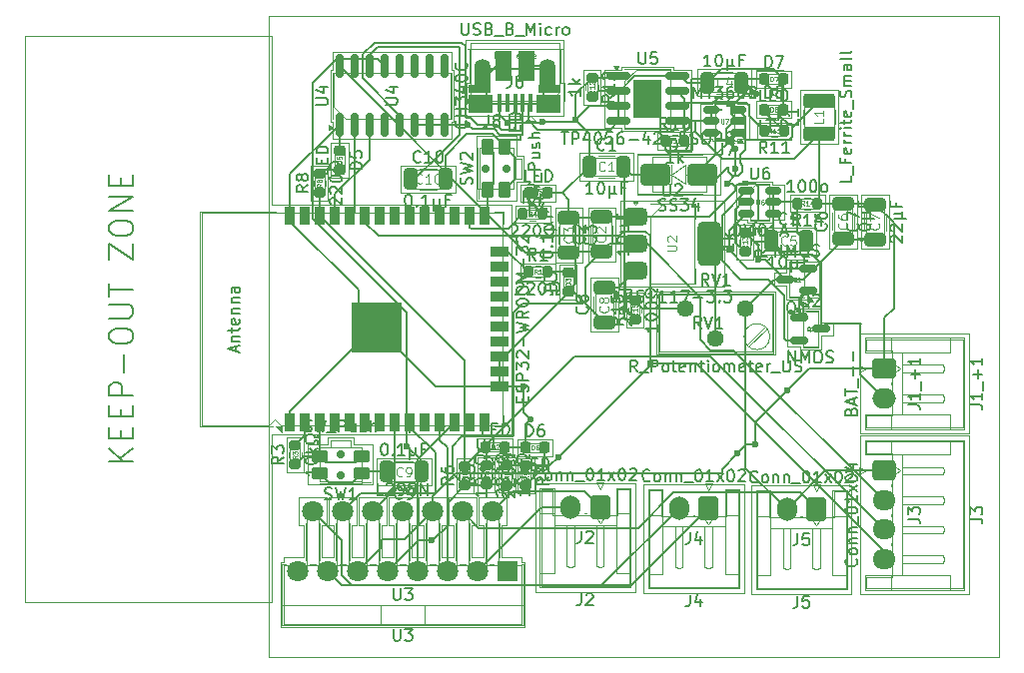
<source format=gbr>
%TF.GenerationSoftware,KiCad,Pcbnew,9.0.2-9.0.2-0~ubuntu24.04.1*%
%TF.CreationDate,2025-06-05T17:25:47+05:30*%
%TF.ProjectId,neuro,6e657572-6f2e-46b6-9963-61645f706362,rev?*%
%TF.SameCoordinates,Original*%
%TF.FileFunction,Paste,Top*%
%TF.FilePolarity,Positive*%
%FSLAX46Y46*%
G04 Gerber Fmt 4.6, Leading zero omitted, Abs format (unit mm)*
G04 Created by KiCad (PCBNEW 9.0.2-9.0.2-0~ubuntu24.04.1) date 2025-06-05 17:25:47*
%MOMM*%
%LPD*%
G01*
G04 APERTURE LIST*
G04 Aperture macros list*
%AMRoundRect*
0 Rectangle with rounded corners*
0 $1 Rounding radius*
0 $2 $3 $4 $5 $6 $7 $8 $9 X,Y pos of 4 corners*
0 Add a 4 corners polygon primitive as box body*
4,1,4,$2,$3,$4,$5,$6,$7,$8,$9,$2,$3,0*
0 Add four circle primitives for the rounded corners*
1,1,$1+$1,$2,$3*
1,1,$1+$1,$4,$5*
1,1,$1+$1,$6,$7*
1,1,$1+$1,$8,$9*
0 Add four rect primitives between the rounded corners*
20,1,$1+$1,$2,$3,$4,$5,0*
20,1,$1+$1,$4,$5,$6,$7,0*
20,1,$1+$1,$6,$7,$8,$9,0*
20,1,$1+$1,$8,$9,$2,$3,0*%
G04 Aperture macros list end*
%ADD10RoundRect,0.150000X0.587500X0.150000X-0.587500X0.150000X-0.587500X-0.150000X0.587500X-0.150000X0*%
%ADD11RoundRect,0.150000X-0.587500X-0.150000X0.587500X-0.150000X0.587500X0.150000X-0.587500X0.150000X0*%
%ADD12RoundRect,0.200000X-0.200000X-0.275000X0.200000X-0.275000X0.200000X0.275000X-0.200000X0.275000X0*%
%ADD13RoundRect,0.500000X-0.500000X-1.400000X0.500000X-1.400000X0.500000X1.400000X-0.500000X1.400000X0*%
%ADD14RoundRect,0.375000X-0.625000X-0.375000X0.625000X-0.375000X0.625000X0.375000X-0.625000X0.375000X0*%
%ADD15R,0.900000X1.500000*%
%ADD16R,1.500000X0.900000*%
%ADD17R,1.050000X1.050000*%
%ADD18RoundRect,0.218750X-0.218750X-0.256250X0.218750X-0.256250X0.218750X0.256250X-0.218750X0.256250X0*%
%ADD19RoundRect,0.250000X-0.325000X-0.650000X0.325000X-0.650000X0.325000X0.650000X-0.325000X0.650000X0*%
%ADD20RoundRect,0.250000X0.650000X-0.325000X0.650000X0.325000X-0.650000X0.325000X-0.650000X-0.325000X0*%
%ADD21RoundRect,0.150000X0.150000X-0.825000X0.150000X0.825000X-0.150000X0.825000X-0.150000X-0.825000X0*%
%ADD22RoundRect,0.250000X0.275000X-0.450000X0.275000X0.450000X-0.275000X0.450000X-0.275000X-0.450000X0*%
%ADD23RoundRect,0.250000X0.450000X0.275000X-0.450000X0.275000X-0.450000X-0.275000X0.450000X-0.275000X0*%
%ADD24RoundRect,0.250000X-0.650000X0.325000X-0.650000X-0.325000X0.650000X-0.325000X0.650000X0.325000X0*%
%ADD25RoundRect,0.250000X0.325000X0.650000X-0.325000X0.650000X-0.325000X-0.650000X0.325000X-0.650000X0*%
%ADD26R,0.400000X1.650000*%
%ADD27R,1.825000X0.700000*%
%ADD28R,2.000000X1.500000*%
%ADD29R,1.350000X2.000000*%
%ADD30R,1.430000X2.500000*%
%ADD31RoundRect,0.250000X-1.000000X-0.650000X1.000000X-0.650000X1.000000X0.650000X-1.000000X0.650000X0*%
%ADD32RoundRect,0.250000X1.075000X-0.375000X1.075000X0.375000X-1.075000X0.375000X-1.075000X-0.375000X0*%
%ADD33RoundRect,0.218750X-0.256250X0.218750X-0.256250X-0.218750X0.256250X-0.218750X0.256250X0.218750X0*%
%ADD34RoundRect,0.218750X0.218750X0.256250X-0.218750X0.256250X-0.218750X-0.256250X0.218750X-0.256250X0*%
%ADD35RoundRect,0.218750X0.256250X-0.218750X0.256250X0.218750X-0.256250X0.218750X-0.256250X-0.218750X0*%
%ADD36RoundRect,0.250000X-0.255000X-0.440000X0.255000X-0.440000X0.255000X0.440000X-0.255000X0.440000X0*%
%ADD37RoundRect,0.150000X-0.825000X-0.150000X0.825000X-0.150000X0.825000X0.150000X-0.825000X0.150000X0*%
%ADD38RoundRect,0.150000X-0.512500X-0.150000X0.512500X-0.150000X0.512500X0.150000X-0.512500X0.150000X0*%
%ADD39RoundRect,0.150000X0.512500X0.150000X-0.512500X0.150000X-0.512500X-0.150000X0.512500X-0.150000X0*%
%ADD40RoundRect,0.200000X0.275000X-0.200000X0.275000X0.200000X-0.275000X0.200000X-0.275000X-0.200000X0*%
%ADD41RoundRect,0.200000X0.200000X0.275000X-0.200000X0.275000X-0.200000X-0.275000X0.200000X-0.275000X0*%
%ADD42RoundRect,0.200000X-0.275000X0.200000X-0.275000X-0.200000X0.275000X-0.200000X0.275000X0.200000X0*%
%TA.AperFunction,ComponentPad*%
%ADD43C,1.440000*%
%TD*%
%TA.AperFunction,ComponentPad*%
%ADD44C,1.800000*%
%TD*%
%TA.AperFunction,ComponentPad*%
%ADD45R,1.800000X1.800000*%
%TD*%
%TA.AperFunction,HeatsinkPad*%
%ADD46C,0.600000*%
%TD*%
%TA.AperFunction,ComponentPad*%
%ADD47RoundRect,0.250000X0.600000X0.750000X-0.600000X0.750000X-0.600000X-0.750000X0.600000X-0.750000X0*%
%TD*%
%TA.AperFunction,ComponentPad*%
%ADD48O,1.700000X2.000000*%
%TD*%
%TA.AperFunction,ComponentPad*%
%ADD49RoundRect,0.250000X-0.750000X0.600000X-0.750000X-0.600000X0.750000X-0.600000X0.750000X0.600000X0*%
%TD*%
%TA.AperFunction,ComponentPad*%
%ADD50O,2.000000X1.700000*%
%TD*%
%TA.AperFunction,ComponentPad*%
%ADD51RoundRect,0.250000X-0.725000X0.600000X-0.725000X-0.600000X0.725000X-0.600000X0.725000X0.600000X0*%
%TD*%
%TA.AperFunction,ComponentPad*%
%ADD52O,1.950000X1.700000*%
%TD*%
%TA.AperFunction,HeatsinkPad*%
%ADD53O,1.350000X1.700000*%
%TD*%
%TA.AperFunction,HeatsinkPad*%
%ADD54O,1.100000X1.500000*%
%TD*%
%TA.AperFunction,HeatsinkPad*%
%ADD55C,0.500000*%
%TD*%
%TA.AperFunction,HeatsinkPad*%
%ADD56R,1.900000X2.900000*%
%TD*%
%TA.AperFunction,ViaPad*%
%ADD57C,0.600000*%
%TD*%
%TA.AperFunction,Conductor*%
%ADD58C,0.200000*%
%TD*%
%ADD59C,1.440000*%
%ADD60C,1.800000*%
%ADD61R,1.800000X1.800000*%
%ADD62C,0.700000*%
%ADD63RoundRect,0.250000X0.600000X0.750000X-0.600000X0.750000X-0.600000X-0.750000X0.600000X-0.750000X0*%
%ADD64O,1.700000X2.000000*%
%ADD65RoundRect,0.250000X-0.750000X0.600000X-0.750000X-0.600000X0.750000X-0.600000X0.750000X0.600000X0*%
%ADD66O,2.000000X1.700000*%
%ADD67RoundRect,0.250000X-0.725000X0.600000X-0.725000X-0.600000X0.725000X-0.600000X0.725000X0.600000X0*%
%ADD68O,1.950000X1.700000*%
%ADD69O,1.350000X1.700000*%
%ADD70O,1.100000X1.500000*%
%TA.AperFunction,SMDPad,CuDef*%
%ADD71RoundRect,0.150000X0.587500X0.150000X-0.587500X0.150000X-0.587500X-0.150000X0.587500X-0.150000X0*%
%TD*%
%TA.AperFunction,SMDPad,CuDef*%
%ADD72RoundRect,0.150000X-0.587500X-0.150000X0.587500X-0.150000X0.587500X0.150000X-0.587500X0.150000X0*%
%TD*%
%TA.AperFunction,SMDPad,CuDef*%
%ADD73RoundRect,0.200000X-0.200000X-0.275000X0.200000X-0.275000X0.200000X0.275000X-0.200000X0.275000X0*%
%TD*%
%TA.AperFunction,SMDPad,CuDef*%
%ADD74RoundRect,0.500000X-0.500000X-1.400000X0.500000X-1.400000X0.500000X1.400000X-0.500000X1.400000X0*%
%TD*%
%TA.AperFunction,SMDPad,CuDef*%
%ADD75RoundRect,0.375000X-0.625000X-0.375000X0.625000X-0.375000X0.625000X0.375000X-0.625000X0.375000X0*%
%TD*%
%TA.AperFunction,SMDPad,CuDef*%
%ADD76R,0.900000X1.500000*%
%TD*%
%TA.AperFunction,SMDPad,CuDef*%
%ADD77R,1.500000X0.900000*%
%TD*%
%TA.AperFunction,SMDPad,CuDef*%
%ADD78R,1.050000X1.050000*%
%TD*%
%TA.AperFunction,HeatsinkPad*%
%ADD79R,4.200000X4.200000*%
%TD*%
%TA.AperFunction,SMDPad,CuDef*%
%ADD80RoundRect,0.218750X-0.218750X-0.256250X0.218750X-0.256250X0.218750X0.256250X-0.218750X0.256250X0*%
%TD*%
%TA.AperFunction,SMDPad,CuDef*%
%ADD81RoundRect,0.250000X-0.325000X-0.650000X0.325000X-0.650000X0.325000X0.650000X-0.325000X0.650000X0*%
%TD*%
%TA.AperFunction,SMDPad,CuDef*%
%ADD82RoundRect,0.250000X0.650000X-0.325000X0.650000X0.325000X-0.650000X0.325000X-0.650000X-0.325000X0*%
%TD*%
%TA.AperFunction,SMDPad,CuDef*%
%ADD83RoundRect,0.150000X0.150000X-0.825000X0.150000X0.825000X-0.150000X0.825000X-0.150000X-0.825000X0*%
%TD*%
%TA.AperFunction,SMDPad,CuDef*%
%ADD84RoundRect,0.250000X0.275000X-0.450000X0.275000X0.450000X-0.275000X0.450000X-0.275000X-0.450000X0*%
%TD*%
%TA.AperFunction,SMDPad,CuDef*%
%ADD85RoundRect,0.250000X0.450000X0.275000X-0.450000X0.275000X-0.450000X-0.275000X0.450000X-0.275000X0*%
%TD*%
%TA.AperFunction,SMDPad,CuDef*%
%ADD86RoundRect,0.250000X-0.650000X0.325000X-0.650000X-0.325000X0.650000X-0.325000X0.650000X0.325000X0*%
%TD*%
%TA.AperFunction,SMDPad,CuDef*%
%ADD87RoundRect,0.250000X0.325000X0.650000X-0.325000X0.650000X-0.325000X-0.650000X0.325000X-0.650000X0*%
%TD*%
%TA.AperFunction,SMDPad,CuDef*%
%ADD88R,0.400000X1.650000*%
%TD*%
%TA.AperFunction,SMDPad,CuDef*%
%ADD89R,1.825000X0.700000*%
%TD*%
%TA.AperFunction,SMDPad,CuDef*%
%ADD90R,2.000000X1.500000*%
%TD*%
%TA.AperFunction,SMDPad,CuDef*%
%ADD91R,1.350000X2.000000*%
%TD*%
%TA.AperFunction,SMDPad,CuDef*%
%ADD92R,1.430000X2.500000*%
%TD*%
%TA.AperFunction,SMDPad,CuDef*%
%ADD93RoundRect,0.250000X-1.000000X-0.650000X1.000000X-0.650000X1.000000X0.650000X-1.000000X0.650000X0*%
%TD*%
%TA.AperFunction,SMDPad,CuDef*%
%ADD94RoundRect,0.250000X1.075000X-0.375000X1.075000X0.375000X-1.075000X0.375000X-1.075000X-0.375000X0*%
%TD*%
%TA.AperFunction,SMDPad,CuDef*%
%ADD95RoundRect,0.218750X-0.256250X0.218750X-0.256250X-0.218750X0.256250X-0.218750X0.256250X0.218750X0*%
%TD*%
%TA.AperFunction,SMDPad,CuDef*%
%ADD96RoundRect,0.218750X0.218750X0.256250X-0.218750X0.256250X-0.218750X-0.256250X0.218750X-0.256250X0*%
%TD*%
%TA.AperFunction,SMDPad,CuDef*%
%ADD97RoundRect,0.218750X0.256250X-0.218750X0.256250X0.218750X-0.256250X0.218750X-0.256250X-0.218750X0*%
%TD*%
%TA.AperFunction,SMDPad,CuDef*%
%ADD98RoundRect,0.150000X-0.825000X-0.150000X0.825000X-0.150000X0.825000X0.150000X-0.825000X0.150000X0*%
%TD*%
%TA.AperFunction,HeatsinkPad*%
%ADD99R,2.410000X3.300000*%
%TD*%
%TA.AperFunction,SMDPad,CuDef*%
%ADD100RoundRect,0.150000X-0.512500X-0.150000X0.512500X-0.150000X0.512500X0.150000X-0.512500X0.150000X0*%
%TD*%
%TA.AperFunction,SMDPad,CuDef*%
%ADD101RoundRect,0.150000X0.512500X0.150000X-0.512500X0.150000X-0.512500X-0.150000X0.512500X-0.150000X0*%
%TD*%
%TA.AperFunction,SMDPad,CuDef*%
%ADD102RoundRect,0.200000X0.275000X-0.200000X0.275000X0.200000X-0.275000X0.200000X-0.275000X-0.200000X0*%
%TD*%
%TA.AperFunction,SMDPad,CuDef*%
%ADD103RoundRect,0.200000X0.200000X0.275000X-0.200000X0.275000X-0.200000X-0.275000X0.200000X-0.275000X0*%
%TD*%
%TA.AperFunction,SMDPad,CuDef*%
%ADD104RoundRect,0.200000X-0.275000X0.200000X-0.275000X-0.200000X0.275000X-0.200000X0.275000X0.200000X0*%
%TD*%
%ADD105C,0.600000*%
%ADD106R,4.200000X4.200000*%
%ADD107R,2.410000X3.300000*%
%ADD108C,0.150000*%
%ADD109C,0.120000*%
%ADD110C,0.050000*%
%ADD111C,0.060000*%
%ADD112C,0.100000*%
%ADD113C,0.075000*%
%TA.AperFunction,Profile*%
%ADD114C,0.050000*%
%TD*%
G04 APERTURE END LIST*
D10*
%TO.C,Q1*%
X160132500Y-100522500D03*
X162007500Y-99572500D03*
X162007500Y-101472500D03*
%TD*%
D11*
%TO.C,Q2*%
X163167500Y-104717500D03*
X161292500Y-105667500D03*
X161292500Y-103767500D03*
%TD*%
D12*
%TO.C,R4*%
X139505000Y-94980000D03*
X137855000Y-94980000D03*
%TD*%
D13*
%TO.C,U2*%
X153670000Y-97477500D03*
D14*
X147370000Y-99777500D03*
X147370000Y-97477500D03*
X147370000Y-95177500D03*
%TD*%
D15*
%TO.C,U1*%
X118125000Y-112635000D03*
X119395000Y-112635000D03*
X120665000Y-112635000D03*
X121935000Y-112635000D03*
X123205000Y-112635000D03*
X124475000Y-112635000D03*
X125745000Y-112635000D03*
X127015000Y-112635000D03*
X128285000Y-112635000D03*
X129555000Y-112635000D03*
X130825000Y-112635000D03*
X132095000Y-112635000D03*
X133365000Y-112635000D03*
X134635000Y-112635000D03*
D16*
X135885000Y-109595000D03*
X135885000Y-108325000D03*
X135885000Y-107055000D03*
X135885000Y-105785000D03*
X135885000Y-104515000D03*
X135885000Y-103245000D03*
X135885000Y-101975000D03*
X135885000Y-100705000D03*
X135885000Y-99435000D03*
X135885000Y-98165000D03*
D15*
X134635000Y-95135000D03*
X133365000Y-95135000D03*
X132095000Y-95135000D03*
X130825000Y-95135000D03*
X129555000Y-95135000D03*
X128285000Y-95135000D03*
X127015000Y-95135000D03*
X125745000Y-95135000D03*
X124475000Y-95135000D03*
X123205000Y-95135000D03*
X121935000Y-95135000D03*
X120665000Y-95135000D03*
X119395000Y-95135000D03*
X118125000Y-95135000D03*
D17*
X123940000Y-106090000D03*
X125465000Y-106090000D03*
X126990000Y-106090000D03*
X123940000Y-104565000D03*
X125465000Y-104565000D03*
X126990000Y-104565000D03*
X123940000Y-103040000D03*
X125465000Y-103040000D03*
X126990000Y-103040000D03*
%TD*%
D18*
%TO.C,D8*%
X159917500Y-86110000D03*
X158342500Y-86110000D03*
%TD*%
%TO.C,D7*%
X159917500Y-83520000D03*
X158342500Y-83520000D03*
%TD*%
D19*
%TO.C,C10*%
X128340000Y-92010000D03*
X131290000Y-92010000D03*
%TD*%
D20*
%TO.C,C2*%
X144520000Y-95215000D03*
X144520000Y-98165000D03*
%TD*%
D21*
%TO.C,U4*%
X122330000Y-82450000D03*
X123600000Y-82450000D03*
X124870000Y-82450000D03*
X126140000Y-82450000D03*
X127410000Y-82450000D03*
X128680000Y-82450000D03*
X129950000Y-82450000D03*
X131220000Y-82450000D03*
X131220000Y-87400000D03*
X129950000Y-87400000D03*
X128680000Y-87400000D03*
X127410000Y-87400000D03*
X126140000Y-87400000D03*
X124870000Y-87400000D03*
X123600000Y-87400000D03*
X122330000Y-87400000D03*
%TD*%
D22*
%TO.C,SW2*%
X134880000Y-92890000D03*
X134880000Y-89290000D03*
X136320000Y-92890000D03*
X136320000Y-89290000D03*
%TD*%
D23*
%TO.C,SW1*%
X124210000Y-116940000D03*
X120610000Y-116940000D03*
X124210000Y-115500000D03*
X120610000Y-115500000D03*
%TD*%
D24*
%TO.C,C3*%
X141750000Y-95275000D03*
X141750000Y-98225000D03*
%TD*%
D25*
%TO.C,C4*%
X156400000Y-83840000D03*
X153450000Y-83840000D03*
%TD*%
D19*
%TO.C,C1*%
X143460000Y-90960000D03*
X146410000Y-90960000D03*
%TD*%
%TO.C,C5*%
X158905000Y-97250000D03*
X161855000Y-97250000D03*
%TD*%
D20*
%TO.C,C6*%
X165000000Y-97075000D03*
X165000000Y-94125000D03*
%TD*%
%TO.C,C7*%
X167710000Y-97105000D03*
X167710000Y-94155000D03*
%TD*%
%TO.C,C8*%
X144770000Y-104130000D03*
X144770000Y-101180000D03*
%TD*%
D25*
%TO.C,C9*%
X129255000Y-116820000D03*
X126305000Y-116820000D03*
%TD*%
D26*
%TO.C,J8*%
X138490000Y-85530000D03*
X137840000Y-85530000D03*
X137190000Y-85530000D03*
X136540000Y-85530000D03*
X135890000Y-85530000D03*
D27*
X140140000Y-84330000D03*
D28*
X140040000Y-85630000D03*
D29*
X139920000Y-83580000D03*
D30*
X138150000Y-82380000D03*
X136230000Y-82380000D03*
D29*
X134440000Y-83580000D03*
D28*
X134290000Y-85650000D03*
D27*
X134190000Y-84330000D03*
%TD*%
D31*
%TO.C,D9*%
X149090000Y-91610000D03*
X153090000Y-91610000D03*
%TD*%
D32*
%TO.C,L1*%
X162980000Y-88140000D03*
X162980000Y-85340000D03*
%TD*%
D33*
%TO.C,D5*%
X122320000Y-89612500D03*
X122320000Y-91187500D03*
%TD*%
D18*
%TO.C,D6*%
X138100000Y-114780000D03*
X139675000Y-114780000D03*
%TD*%
D34*
%TO.C,D4*%
X139957500Y-93200000D03*
X138382500Y-93200000D03*
%TD*%
D35*
%TO.C,D3*%
X141700000Y-101517500D03*
X141700000Y-99942500D03*
%TD*%
D34*
%TO.C,D2*%
X136307500Y-114730000D03*
X134732500Y-114730000D03*
%TD*%
D36*
%TO.C,U5*%
X147840000Y-84355000D03*
X147840000Y-86005000D03*
X149040000Y-84355000D03*
X149040000Y-86005000D03*
D37*
X145965000Y-83275000D03*
X145965000Y-84545000D03*
X145965000Y-85815000D03*
X145965000Y-87085000D03*
X150915000Y-87085000D03*
X150915000Y-85815000D03*
X150915000Y-84545000D03*
X150915000Y-83275000D03*
%TD*%
D38*
%TO.C,U6*%
X156820000Y-93010000D03*
X156820000Y-93960000D03*
X156820000Y-94910000D03*
X159095000Y-94910000D03*
X159095000Y-93960000D03*
X159095000Y-93010000D03*
%TD*%
D39*
%TO.C,U7*%
X156095000Y-88050000D03*
X156095000Y-87100000D03*
X156095000Y-86150000D03*
X153820000Y-86150000D03*
X153820000Y-87100000D03*
X153820000Y-88050000D03*
%TD*%
D12*
%TO.C,R1*%
X138295000Y-99870000D03*
X139945000Y-99870000D03*
%TD*%
D40*
%TO.C,R3*%
X118550000Y-116225000D03*
X118550000Y-114575000D03*
%TD*%
%TO.C,R15*%
X147350000Y-103940000D03*
X147350000Y-102290000D03*
%TD*%
D41*
%TO.C,R14*%
X162790000Y-94070000D03*
X161140000Y-94070000D03*
%TD*%
D42*
%TO.C,R13*%
X156680000Y-96535000D03*
X156680000Y-98185000D03*
%TD*%
D41*
%TO.C,R11*%
X159985000Y-87930000D03*
X158335000Y-87930000D03*
%TD*%
D12*
%TO.C,R10*%
X149910000Y-88760000D03*
X151560000Y-88760000D03*
%TD*%
D42*
%TO.C,R9*%
X138110000Y-116305000D03*
X138110000Y-117955000D03*
%TD*%
D40*
%TO.C,R8*%
X120625000Y-93175000D03*
X120625000Y-91525000D03*
%TD*%
%TO.C,R7*%
X136490000Y-117940000D03*
X136490000Y-116290000D03*
%TD*%
%TO.C,R6*%
X132930000Y-117985000D03*
X132930000Y-116335000D03*
%TD*%
%TO.C,R5*%
X134750000Y-117910000D03*
X134750000Y-116260000D03*
%TD*%
D42*
%TO.C,R12*%
X143720000Y-83410000D03*
X143720000Y-85060000D03*
%TD*%
D43*
%TO.P,RV1,3,3*%
%TO.N,Net-(R15-Pad2)*%
X151660000Y-102950000D03*
%TO.P,RV1,2,2*%
%TO.N,Net-(U7-FB)*%
X154200000Y-105490000D03*
%TO.P,RV1,1,1*%
%TO.N,GND*%
X156740000Y-102950000D03*
%TD*%
D44*
%TO.P,U3,15,SENSE_B*%
%TO.N,unconnected-(U3-SENSE_B-Pad15)*%
X118770000Y-125250000D03*
%TO.P,U3,14,OUT4*%
%TO.N,Net-(J4-Pin_2)*%
X120040000Y-120170000D03*
%TO.P,U3,13,OUT3*%
%TO.N,Net-(J4-Pin_1)*%
X121310000Y-125250000D03*
%TO.P,U3,12,IN4*%
%TO.N,Net-(U1-IO33)*%
X122580000Y-120170000D03*
%TO.P,U3,11,EnB*%
%TO.N,Net-(J1_+1-Pin_1)*%
X123850000Y-125250000D03*
%TO.P,U3,10,IN3*%
%TO.N,Net-(U1-IO32)*%
X125120000Y-120170000D03*
%TO.P,U3,9,Vss*%
%TO.N,Net-(J3-Pin_2)*%
X126390000Y-125250000D03*
%TO.P,U3,8,GND*%
%TO.N,unconnected-(U3-GND-Pad8)*%
X127660000Y-120170000D03*
%TO.P,U3,7,IN2*%
%TO.N,Net-(U1-IO27)*%
X128930000Y-125250000D03*
%TO.P,U3,6,EnA*%
%TO.N,Net-(J1_+1-Pin_1)*%
X130200000Y-120170000D03*
%TO.P,U3,5,IN1*%
%TO.N,Net-(U1-IO26)*%
X131470000Y-125250000D03*
%TO.P,U3,4,Vs*%
%TO.N,Net-(J5-Pin_1)*%
X132740000Y-120170000D03*
%TO.P,U3,3,OUT2*%
%TO.N,Net-(J2-Pin_2)*%
X134010000Y-125250000D03*
%TO.P,U3,2,OUT1*%
%TO.N,Net-(J2-Pin_1)*%
X135280000Y-120170000D03*
D45*
%TO.P,U3,1,SENSE_A*%
%TO.N,unconnected-(U3-SENSE_A-Pad1)*%
X136550000Y-125250000D03*
%TD*%
D46*
%TO.P,U1,39,GND*%
%TO.N,GND*%
X124702500Y-106090000D03*
X126227500Y-106090000D03*
X123940000Y-105327500D03*
X125465000Y-105327500D03*
X126990000Y-105327500D03*
X124702500Y-104565000D03*
X126227500Y-104565000D03*
X123940000Y-103802500D03*
X125465000Y-103802500D03*
X126990000Y-103802500D03*
X124702500Y-103040000D03*
X126227500Y-103040000D03*
%TD*%
D47*
%TO.P,J5,1,Pin_1*%
%TO.N,Net-(J5-Pin_1)*%
X162720000Y-119987500D03*
D48*
%TO.P,J5,2,Pin_2*%
%TO.N,GND*%
X160220000Y-119987500D03*
%TD*%
D47*
%TO.P,J4,1,Pin_1*%
%TO.N,Net-(J4-Pin_1)*%
X153590000Y-119890000D03*
D48*
%TO.P,J4,2,Pin_2*%
%TO.N,Net-(J4-Pin_2)*%
X151090000Y-119890000D03*
%TD*%
D47*
%TO.P,J2,1,Pin_1*%
%TO.N,Net-(J2-Pin_1)*%
X144390000Y-119790000D03*
D48*
%TO.P,J2,2,Pin_2*%
%TO.N,Net-(J2-Pin_2)*%
X141890000Y-119790000D03*
%TD*%
D49*
%TO.P,J1_+1,1,Pin_1*%
%TO.N,Net-(J1_+1-Pin_1)*%
X168437500Y-108080000D03*
D50*
%TO.P,J1_+1,2,Pin_2*%
%TO.N,Net-(J1_+1-Pin_2)*%
X168437500Y-110580000D03*
%TD*%
D51*
%TO.P,J3,1,Pin_1*%
%TO.N,GND*%
X168437500Y-116730000D03*
D52*
%TO.P,J3,2,Pin_2*%
%TO.N,Net-(J3-Pin_2)*%
X168437500Y-119230000D03*
%TO.P,J3,3,Pin_3*%
%TO.N,Net-(J3-Pin_3)*%
X168437500Y-121730000D03*
%TO.P,J3,4,Pin_4*%
%TO.N,Net-(J3-Pin_4)*%
X168437500Y-124230000D03*
%TD*%
D53*
%TO.P,J8,6,Shield*%
%TO.N,unconnected-(J8-Shield-Pad6)*%
X139920000Y-82650000D03*
D54*
X139610000Y-85650000D03*
X134770000Y-85650000D03*
D53*
X134460000Y-82650000D03*
%TD*%
D55*
%TO.P,U5,9,EPAD*%
%TO.N,unconnected-(U5-EPAD-Pad9)*%
X147740000Y-83980000D03*
X147740000Y-85180000D03*
X147740000Y-86380000D03*
D56*
X148440000Y-85180000D03*
D55*
X149140000Y-83980000D03*
X149140000Y-85180000D03*
X149140000Y-86380000D03*
%TD*%
D57*
%TO.N,GND*%
X155140000Y-92380000D03*
X155880000Y-91110000D03*
X155875000Y-89435000D03*
X157630000Y-84770000D03*
X156095000Y-87100000D03*
X138510000Y-112410000D03*
X137870000Y-109610000D03*
X147370000Y-95177500D03*
%TO.N,Net-(J1_+1-Pin_1)*%
X157590000Y-114530000D03*
X160260000Y-109960000D03*
X156050000Y-115280000D03*
%TO.N,GND*%
X141750000Y-95275000D03*
X135885000Y-109595000D03*
X141700000Y-101517500D03*
X144770000Y-104130000D03*
X165030000Y-97105000D03*
X160132500Y-100522500D03*
X157820000Y-98810000D03*
%TO.N,Net-(Q2-G)*%
X161292500Y-105667500D03*
X156820000Y-93010000D03*
%TO.N,GND*%
X143460000Y-90960000D03*
X142330000Y-87010000D03*
X136580000Y-87220000D03*
X139520000Y-87120000D03*
%TO.N,Net-(J3-Pin_2)*%
X147370000Y-97477500D03*
%TO.N,Net-(J3-Pin_4)*%
X148671000Y-107660000D03*
%TO.N,Net-(U4-~{DTR})*%
X128010000Y-114640000D03*
X126140000Y-82450000D03*
%TO.N,Net-(Q1-G)*%
X156820000Y-94910000D03*
X155317968Y-98012032D03*
%TO.N,Net-(U7-FB)*%
X156095000Y-86150000D03*
%TO.N,Net-(D9-K)*%
X147370000Y-99777500D03*
X146420000Y-90970000D03*
X147350000Y-103940000D03*
%TO.N,Net-(R15-Pad2)*%
X147350000Y-102290000D03*
%TO.N,Net-(J1_+1-Pin_2)*%
X159095000Y-93010000D03*
X158905000Y-97250000D03*
%TO.N,Net-(J3-Pin_4)*%
X138110000Y-116305000D03*
X140830000Y-115620000D03*
%TO.N,Net-(J3-Pin_2)*%
X130140000Y-122630000D03*
%TO.N,Net-(J3-Pin_3)*%
X120665000Y-95135000D03*
X132930000Y-116335000D03*
%TO.N,Net-(J3-Pin_2)*%
X132930000Y-117985000D03*
%TO.N,Net-(J8-D-)*%
X128680000Y-87400000D03*
X133190000Y-87390000D03*
%TO.N,Net-(J3-Pin_2)*%
X122330000Y-82450000D03*
X141750000Y-98225000D03*
%TO.N,Net-(D9-A)*%
X156095000Y-88050000D03*
X153090000Y-91610000D03*
%TO.N,Net-(D7-K)*%
X158342500Y-83520000D03*
%TO.N,Net-(U5-~{CHRG})*%
X151560000Y-88760000D03*
%TO.N,Net-(D7-K)*%
X149910000Y-88760000D03*
%TO.N,Net-(U5-~{CHRG})*%
X150915000Y-84545000D03*
%TO.N,Net-(U1-IO27)*%
X132095000Y-112635000D03*
%TO.N,Net-(D7-A)*%
X150915000Y-83275000D03*
X145965000Y-87085000D03*
%TO.N,Net-(U1-IO32)*%
X127015000Y-112635000D03*
%TO.N,Net-(U1-TXD0{slash}IO1)*%
X121935000Y-95135000D03*
X124870000Y-87400000D03*
%TD*%
D58*
%TO.N,Net-(U7-FB)*%
X156095000Y-86150000D02*
X156696000Y-86751000D01*
X156696000Y-86751000D02*
X156696000Y-89534000D01*
X156276000Y-89954000D02*
X156276000Y-90656057D01*
X156696000Y-89534000D02*
X156276000Y-89954000D01*
X156276000Y-90656057D02*
X156481000Y-90861057D01*
X156481000Y-90861057D02*
X156481000Y-91358943D01*
X156481000Y-91358943D02*
X156128943Y-91711000D01*
X155279000Y-91358943D02*
X155279000Y-90951000D01*
X155279000Y-90951000D02*
X154200000Y-92030000D01*
X156128943Y-91711000D02*
X155631057Y-91711000D01*
X155631057Y-91711000D02*
X155279000Y-91358943D01*
X154200000Y-92030000D02*
X154200000Y-105490000D01*
%TO.N,GND*%
X155875000Y-89435000D02*
X155875000Y-91105000D01*
X155875000Y-91105000D02*
X155880000Y-91110000D01*
%TO.N,Net-(D7-K)*%
X149910000Y-88760000D02*
X149910000Y-89470000D01*
X149910000Y-89470000D02*
X150100000Y-89660000D01*
X150100000Y-89660000D02*
X152161000Y-89660000D01*
X152161000Y-89660000D02*
X152161000Y-83520000D01*
X152161000Y-83520000D02*
X158342500Y-83520000D01*
%TO.N,GND*%
X157630000Y-84770000D02*
X156625057Y-84770000D01*
X156625057Y-84770000D02*
X155494000Y-85901057D01*
X155494000Y-85901057D02*
X155494000Y-86499000D01*
X155494000Y-86499000D02*
X156095000Y-87100000D01*
X135885000Y-109595000D02*
X137855000Y-109595000D01*
X137855000Y-109595000D02*
X137870000Y-109610000D01*
%TO.N,Net-(J1_+1-Pin_1)*%
X157590000Y-114530000D02*
X156800000Y-114530000D01*
X156800000Y-114530000D02*
X156050000Y-115280000D01*
X156050000Y-115280000D02*
X154750000Y-116580000D01*
X154750000Y-116580000D02*
X154750000Y-116850000D01*
X154750000Y-116850000D02*
X154664000Y-116936000D01*
X154664000Y-116936000D02*
X132161208Y-116936000D01*
X132161208Y-116936000D02*
X130200000Y-118897208D01*
X130200000Y-118897208D02*
X130200000Y-120170000D01*
X168437500Y-108080000D02*
X162140000Y-108080000D01*
X162140000Y-108080000D02*
X160260000Y-109960000D01*
%TO.N,GND*%
X141750000Y-95275000D02*
X142351000Y-95876000D01*
X142351000Y-95876000D02*
X142351000Y-100866500D01*
X142351000Y-100866500D02*
X141700000Y-101517500D01*
X141700000Y-101517500D02*
X141700000Y-101640000D01*
X141700000Y-101640000D02*
X135885000Y-107455000D01*
X135885000Y-107455000D02*
X135885000Y-109595000D01*
X141700000Y-101517500D02*
X142157500Y-101517500D01*
X142157500Y-101517500D02*
X144770000Y-104130000D01*
X165030000Y-97105000D02*
X161612500Y-100522500D01*
X161612500Y-100522500D02*
X160132500Y-100522500D01*
X157820000Y-98810000D02*
X158420000Y-98810000D01*
X158420000Y-98810000D02*
X160132500Y-100522500D01*
%TO.N,Net-(Q2-G)*%
X156820000Y-93010000D02*
X154716968Y-95113032D01*
X154716968Y-95113032D02*
X154716968Y-98936968D01*
X158620000Y-100530000D02*
X160010000Y-101920000D01*
X154716968Y-98936968D02*
X156310000Y-100530000D01*
X160137500Y-105667500D02*
X161292500Y-105667500D01*
X156310000Y-100530000D02*
X158620000Y-100530000D01*
X160010000Y-101920000D02*
X160010000Y-105540000D01*
X160010000Y-105540000D02*
X160137500Y-105667500D01*
%TO.N,GND*%
X142330000Y-87010000D02*
X143460000Y-88140000D01*
X143460000Y-88140000D02*
X143460000Y-90960000D01*
X136580000Y-87220000D02*
X139420000Y-87220000D01*
X139420000Y-87220000D02*
X139520000Y-87120000D01*
%TO.N,Net-(J3-Pin_2)*%
X168437500Y-119230000D02*
X155718500Y-106511000D01*
X155718500Y-106511000D02*
X153777087Y-106511000D01*
X152901000Y-102008500D02*
X148370000Y-97477500D01*
X153777087Y-106511000D02*
X152901000Y-105634913D01*
X148370000Y-97477500D02*
X147370000Y-97477500D01*
X152901000Y-105634913D02*
X152901000Y-102008500D01*
%TO.N,Net-(J3-Pin_3)*%
X168437500Y-121730000D02*
X153766500Y-107059000D01*
X153766500Y-107059000D02*
X142206000Y-107059000D01*
X142206000Y-107059000D02*
X132930000Y-116335000D01*
%TO.N,Net-(J3-Pin_4)*%
X148671000Y-107660000D02*
X152528660Y-107660000D01*
X152528660Y-107660000D02*
X168437500Y-123568840D01*
X168437500Y-123568840D02*
X168437500Y-124230000D01*
%TO.N,Net-(U4-~{DTR})*%
X128010000Y-103329943D02*
X128010000Y-114640000D01*
X120064000Y-95383943D02*
X128010000Y-103329943D01*
X120064000Y-83866057D02*
X120064000Y-95383943D01*
X122081057Y-81849000D02*
X120064000Y-83866057D01*
X125539000Y-81849000D02*
X122081057Y-81849000D01*
X126140000Y-82450000D02*
X125539000Y-81849000D01*
%TO.N,Net-(Q1-G)*%
X156820000Y-94910000D02*
X155317968Y-96412032D01*
X155317968Y-96412032D02*
X155317968Y-98012032D01*
%TO.N,Net-(D9-K)*%
X146420000Y-90970000D02*
X146420000Y-103670000D01*
X146420000Y-103670000D02*
X146330000Y-103760000D01*
X146330000Y-103760000D02*
X146510000Y-103940000D01*
X146510000Y-103940000D02*
X147350000Y-103940000D01*
%TO.N,Net-(R15-Pad2)*%
X151660000Y-102950000D02*
X148010000Y-102950000D01*
X148010000Y-102950000D02*
X147350000Y-102290000D01*
%TO.N,Net-(J1_+1-Pin_2)*%
X159095000Y-93010000D02*
X159095000Y-97060000D01*
X159095000Y-97060000D02*
X158905000Y-97250000D01*
%TO.N,Net-(J3-Pin_4)*%
X140830000Y-115620000D02*
X140145000Y-116305000D01*
X140145000Y-116305000D02*
X138110000Y-116305000D01*
%TO.N,Net-(J3-Pin_2)*%
X138105000Y-98225000D02*
X141750000Y-98225000D01*
X130240000Y-122630000D02*
X130140000Y-122630000D01*
X130290000Y-122580000D02*
X130240000Y-122630000D01*
X132930000Y-117985000D02*
X131539000Y-119376000D01*
X131539000Y-119376000D02*
X131539000Y-121331000D01*
X131539000Y-121331000D02*
X130290000Y-122580000D01*
%TO.N,Net-(J3-Pin_3)*%
X120665000Y-95135000D02*
X132930000Y-107400000D01*
X132930000Y-107400000D02*
X132930000Y-116335000D01*
%TO.N,unconnected-(J8-Shield-Pad6)*%
X139610000Y-85650000D02*
X134770000Y-85650000D01*
X139610000Y-85650000D02*
X139610000Y-82960000D01*
X139610000Y-82960000D02*
X139920000Y-82650000D01*
X134770000Y-85650000D02*
X134770000Y-82960000D01*
X134770000Y-82960000D02*
X134460000Y-82650000D01*
X134460000Y-82650000D02*
X139920000Y-82650000D01*
%TO.N,Net-(J8-D-)*%
X128680000Y-87400000D02*
X133180000Y-87400000D01*
X133180000Y-87400000D02*
X133190000Y-87390000D01*
%TO.N,Net-(J3-Pin_2)*%
X122330000Y-82450000D02*
X138105000Y-98225000D01*
%TO.N,Net-(D9-A)*%
X156095000Y-88050000D02*
X153090000Y-91055000D01*
X153090000Y-91055000D02*
X153090000Y-91610000D01*
%TO.N,Net-(U5-~{CHRG})*%
X150915000Y-84545000D02*
X151560000Y-85190000D01*
X151560000Y-85190000D02*
X151560000Y-88760000D01*
%TO.N,Net-(J2-Pin_1)*%
X135280000Y-120170000D02*
X136961000Y-118489000D01*
X136961000Y-118489000D02*
X143089000Y-118489000D01*
X143089000Y-118489000D02*
X144390000Y-119790000D01*
%TO.N,Net-(J5-Pin_1)*%
X132740000Y-120170000D02*
X134140000Y-121570000D01*
X134140000Y-121570000D02*
X147632240Y-121570000D01*
X147632240Y-121570000D02*
X150613240Y-118589000D01*
X150613240Y-118589000D02*
X161321500Y-118589000D01*
X161321500Y-118589000D02*
X162720000Y-119987500D01*
%TO.N,Net-(J4-Pin_2)*%
X120040000Y-120170000D02*
X122511000Y-122641000D01*
X122511000Y-122641000D02*
X122511000Y-125609471D01*
X122511000Y-125609471D02*
X123352529Y-126451000D01*
X123352529Y-126451000D02*
X144529000Y-126451000D01*
X144529000Y-126451000D02*
X151090000Y-119890000D01*
%TO.N,Net-(U1-IO27)*%
X132095000Y-112635000D02*
X128930000Y-115800000D01*
X128930000Y-115800000D02*
X128930000Y-125250000D01*
%TO.N,Net-(U1-IO32)*%
X127015000Y-112635000D02*
X127015000Y-118275000D01*
X127015000Y-118275000D02*
X125120000Y-120170000D01*
%TO.N,Net-(D7-A)*%
X150915000Y-83275000D02*
X147343000Y-83275000D01*
X147343000Y-83275000D02*
X145965000Y-84653000D01*
X145965000Y-84653000D02*
X145965000Y-87085000D01*
%TO.N,Net-(U1-TXD0{slash}IO1)*%
X124870000Y-87400000D02*
X124870000Y-90350000D01*
X124870000Y-90350000D02*
X121935000Y-93285000D01*
X121935000Y-93285000D02*
X121935000Y-95135000D01*
%TD*%
D59*
%TO.C,RV1*%
X151660000Y-102950000D03*
X154200000Y-105490000D03*
X156740000Y-102950000D03*
%TD*%
D60*
%TO.C,U3*%
X118770000Y-125250000D03*
X120040000Y-120170000D03*
X121310000Y-125250000D03*
X122580000Y-120170000D03*
X123850000Y-125250000D03*
X125120000Y-120170000D03*
X126390000Y-125250000D03*
X127660000Y-120170000D03*
X128930000Y-125250000D03*
X130200000Y-120170000D03*
X131470000Y-125250000D03*
X132740000Y-120170000D03*
X134010000Y-125250000D03*
X135280000Y-120170000D03*
D61*
X136550000Y-125250000D03*
%TD*%
D62*
%TO.C,SW2*%
X134700000Y-91090000D03*
X136500000Y-91090000D03*
%TD*%
%TO.C,SW1*%
X122410000Y-117120000D03*
X122410000Y-115320000D03*
%TD*%
D63*
%TO.C,J5*%
X162720000Y-119987500D03*
D64*
X160220000Y-119987500D03*
%TD*%
D63*
%TO.C,J4*%
X153590000Y-119890000D03*
D64*
X151090000Y-119890000D03*
%TD*%
D63*
%TO.C,J2*%
X144390000Y-119790000D03*
D64*
X141890000Y-119790000D03*
%TD*%
D65*
%TO.C,J1_+1*%
X168437500Y-108080000D03*
D66*
X168437500Y-110580000D03*
%TD*%
D67*
%TO.C,J3*%
X168437500Y-116730000D03*
D68*
X168437500Y-119230000D03*
X168437500Y-121730000D03*
X168437500Y-124230000D03*
%TD*%
D69*
%TO.C,J8*%
X139920000Y-82650000D03*
D70*
X139610000Y-85650000D03*
X134770000Y-85650000D03*
D69*
X134460000Y-82650000D03*
%TD*%
D71*
%TO.P,Q1,3,S*%
%TO.N,GND*%
X160132500Y-100522500D03*
%TO.P,Q1,2,G*%
%TO.N,Net-(Q1-G)*%
X162007500Y-99572500D03*
%TO.P,Q1,1,D*%
%TO.N,Net-(Q1-D)*%
X162007500Y-101472500D03*
%TD*%
D72*
%TO.P,Q2,3,S*%
%TO.N,Net-(J1_+1-Pin_2)*%
X163167500Y-104717500D03*
%TO.P,Q2,2,G*%
%TO.N,Net-(Q2-G)*%
X161292500Y-105667500D03*
%TO.P,Q2,1,D*%
%TO.N,Net-(Q1-D)*%
X161292500Y-103767500D03*
%TD*%
D43*
%TO.P,RV1,3,3*%
%TO.N,Net-(R15-Pad2)*%
X151660000Y-102950000D03*
%TO.P,RV1,2,2*%
%TO.N,Net-(U7-FB)*%
X154200000Y-105490000D03*
%TO.P,RV1,1,1*%
%TO.N,GND*%
X156740000Y-102950000D03*
%TD*%
D73*
%TO.P,R4,2*%
%TO.N,Net-(D4-A)*%
X139505000Y-94980000D03*
%TO.P,R4,1*%
%TO.N,Net-(U1-IO4)*%
X137855000Y-94980000D03*
%TD*%
D74*
%TO.P,U2,4*%
%TO.N,N/C*%
X153670000Y-97477500D03*
D75*
%TO.P,U2,3,VI*%
%TO.N,Net-(D9-K)*%
X147370000Y-99777500D03*
%TO.P,U2,2,VO*%
%TO.N,Net-(J3-Pin_2)*%
X147370000Y-97477500D03*
%TO.P,U2,1,GND*%
%TO.N,GND*%
X147370000Y-95177500D03*
%TD*%
D44*
%TO.P,U3,15,SENSE_B*%
%TO.N,unconnected-(U3-SENSE_B-Pad15)*%
X118770000Y-125250000D03*
%TO.P,U3,14,OUT4*%
%TO.N,Net-(J4-Pin_2)*%
X120040000Y-120170000D03*
%TO.P,U3,13,OUT3*%
%TO.N,Net-(J4-Pin_1)*%
X121310000Y-125250000D03*
%TO.P,U3,12,IN4*%
%TO.N,Net-(U1-IO33)*%
X122580000Y-120170000D03*
%TO.P,U3,11,EnB*%
%TO.N,Net-(J1_+1-Pin_1)*%
X123850000Y-125250000D03*
%TO.P,U3,10,IN3*%
%TO.N,Net-(U1-IO32)*%
X125120000Y-120170000D03*
%TO.P,U3,9,Vss*%
%TO.N,Net-(J3-Pin_2)*%
X126390000Y-125250000D03*
%TO.P,U3,8,GND*%
%TO.N,unconnected-(U3-GND-Pad8)*%
X127660000Y-120170000D03*
%TO.P,U3,7,IN2*%
%TO.N,Net-(U1-IO27)*%
X128930000Y-125250000D03*
%TO.P,U3,6,EnA*%
%TO.N,Net-(J1_+1-Pin_1)*%
X130200000Y-120170000D03*
%TO.P,U3,5,IN1*%
%TO.N,Net-(U1-IO26)*%
X131470000Y-125250000D03*
%TO.P,U3,4,Vs*%
%TO.N,Net-(J5-Pin_1)*%
X132740000Y-120170000D03*
%TO.P,U3,3,OUT2*%
%TO.N,Net-(J2-Pin_2)*%
X134010000Y-125250000D03*
%TO.P,U3,2,OUT1*%
%TO.N,Net-(J2-Pin_1)*%
X135280000Y-120170000D03*
D45*
%TO.P,U3,1,SENSE_A*%
%TO.N,unconnected-(U3-SENSE_A-Pad1)*%
X136550000Y-125250000D03*
%TD*%
D76*
%TO.P,U1,1,GND*%
%TO.N,GND*%
X118125000Y-112635000D03*
%TO.P,U1,2,VDD*%
%TO.N,Net-(U1-VDD)*%
X119395000Y-112635000D03*
%TO.P,U1,3,EN*%
%TO.N,Net-(U1-EN)*%
X120665000Y-112635000D03*
%TO.P,U1,4,SENSOR_VP*%
%TO.N,unconnected-(U1-SENSOR_VP-Pad4)*%
X121935000Y-112635000D03*
%TO.P,U1,5,SENSOR_VN*%
%TO.N,unconnected-(U1-SENSOR_VN-Pad5)*%
X123205000Y-112635000D03*
%TO.P,U1,6,IO34*%
%TO.N,unconnected-(U1-IO34-Pad6)*%
X124475000Y-112635000D03*
%TO.P,U1,7,IO35*%
%TO.N,unconnected-(U1-IO35-Pad7)*%
X125745000Y-112635000D03*
%TO.P,U1,8,IO32*%
%TO.N,Net-(U1-IO32)*%
X127015000Y-112635000D03*
%TO.P,U1,9,IO33*%
%TO.N,Net-(U1-IO33)*%
X128285000Y-112635000D03*
%TO.P,U1,10,IO25*%
%TO.N,unconnected-(U1-IO25-Pad10)*%
X129555000Y-112635000D03*
%TO.P,U1,11,IO26*%
%TO.N,Net-(U1-IO26)*%
X130825000Y-112635000D03*
%TO.P,U1,12,IO27*%
%TO.N,Net-(U1-IO27)*%
X132095000Y-112635000D03*
%TO.P,U1,13,IO14*%
%TO.N,unconnected-(U1-IO14-Pad13)*%
X133365000Y-112635000D03*
%TO.P,U1,14,IO12*%
%TO.N,unconnected-(U1-IO12-Pad14)*%
X134635000Y-112635000D03*
D77*
%TO.P,U1,15,GND*%
%TO.N,GND*%
X135885000Y-109595000D03*
%TO.P,U1,16,IO13*%
%TO.N,unconnected-(U1-IO13-Pad16)*%
X135885000Y-108325000D03*
%TO.P,U1,17,SHD/SD2*%
%TO.N,unconnected-(U1-SHD{slash}SD2-Pad17)*%
X135885000Y-107055000D03*
%TO.P,U1,18,SWP/SD3*%
%TO.N,unconnected-(U1-SWP{slash}SD3-Pad18)*%
X135885000Y-105785000D03*
%TO.P,U1,19,SCS/CMD*%
%TO.N,unconnected-(U1-SCS{slash}CMD-Pad19)*%
X135885000Y-104515000D03*
%TO.P,U1,20,SCK/CLK*%
%TO.N,unconnected-(U1-SCK{slash}CLK-Pad20)*%
X135885000Y-103245000D03*
%TO.P,U1,21,SDO/SD0*%
%TO.N,unconnected-(U1-SDO{slash}SD0-Pad21)*%
X135885000Y-101975000D03*
%TO.P,U1,22,SDI/SD1*%
%TO.N,unconnected-(U1-SDI{slash}SD1-Pad22)*%
X135885000Y-100705000D03*
%TO.P,U1,23,IO15*%
%TO.N,unconnected-(U1-IO15-Pad23)*%
X135885000Y-99435000D03*
%TO.P,U1,24,IO2*%
%TO.N,Net-(U1-IO2)*%
X135885000Y-98165000D03*
D76*
%TO.P,U1,25,IO0*%
%TO.N,Net-(U1-IO0)*%
X134635000Y-95135000D03*
%TO.P,U1,26,IO4*%
%TO.N,Net-(U1-IO4)*%
X133365000Y-95135000D03*
%TO.P,U1,27,IO16*%
%TO.N,unconnected-(U1-IO16-Pad27)*%
X132095000Y-95135000D03*
%TO.P,U1,28,IO17*%
%TO.N,unconnected-(U1-IO17-Pad28)*%
X130825000Y-95135000D03*
%TO.P,U1,29,IO5*%
%TO.N,unconnected-(U1-IO5-Pad29)*%
X129555000Y-95135000D03*
%TO.P,U1,30,IO18*%
%TO.N,unconnected-(U1-IO18-Pad30)*%
X128285000Y-95135000D03*
%TO.P,U1,31,IO19*%
%TO.N,unconnected-(U1-IO19-Pad31)*%
X127015000Y-95135000D03*
%TO.P,U1,32,NC*%
%TO.N,unconnected-(U1-NC-Pad32)*%
X125745000Y-95135000D03*
%TO.P,U1,33,IO21*%
%TO.N,Net-(J3-Pin_4)*%
X124475000Y-95135000D03*
%TO.P,U1,34,RXD0/IO3*%
%TO.N,Net-(U1-RXD0{slash}IO3)*%
X123205000Y-95135000D03*
%TO.P,U1,35,TXD0/IO1*%
%TO.N,Net-(U1-TXD0{slash}IO1)*%
X121935000Y-95135000D03*
%TO.P,U1,36,IO22*%
%TO.N,Net-(J3-Pin_3)*%
X120665000Y-95135000D03*
%TO.P,U1,37,IO23*%
%TO.N,unconnected-(U1-IO23-Pad37)*%
X119395000Y-95135000D03*
%TO.P,U1,38,GND*%
%TO.N,GND*%
X118125000Y-95135000D03*
D78*
%TO.P,U1,39,GND*%
X123940000Y-106090000D03*
D46*
X124702500Y-106090000D03*
D78*
X125465000Y-106090000D03*
D46*
X126227500Y-106090000D03*
D78*
X126990000Y-106090000D03*
D46*
X123940000Y-105327500D03*
X125465000Y-105327500D03*
X126990000Y-105327500D03*
D78*
X123940000Y-104565000D03*
D46*
X124702500Y-104565000D03*
D78*
X125465000Y-104565000D03*
D79*
X125465000Y-104565000D03*
D46*
X126227500Y-104565000D03*
D78*
X126990000Y-104565000D03*
D46*
X123940000Y-103802500D03*
X125465000Y-103802500D03*
X126990000Y-103802500D03*
D78*
X123940000Y-103040000D03*
D46*
X124702500Y-103040000D03*
D78*
X125465000Y-103040000D03*
D46*
X126227500Y-103040000D03*
D78*
X126990000Y-103040000D03*
%TD*%
D80*
%TO.P,D8,2,A*%
%TO.N,Net-(D7-A)*%
X159917500Y-86110000D03*
%TO.P,D8,1,K*%
%TO.N,Net-(D8-K)*%
X158342500Y-86110000D03*
%TD*%
%TO.P,D7,2,A*%
%TO.N,Net-(D7-A)*%
X159917500Y-83520000D03*
%TO.P,D7,1,K*%
%TO.N,Net-(D7-K)*%
X158342500Y-83520000D03*
%TD*%
D81*
%TO.P,C10,1*%
%TO.N,Net-(U4-~{RTS})*%
X128340000Y-92010000D03*
%TO.P,C10,2*%
%TO.N,Net-(C10-Pad2)*%
X131290000Y-92010000D03*
%TD*%
D82*
%TO.P,C2,2*%
%TO.N,GND*%
X144520000Y-95215000D03*
%TO.P,C2,1*%
%TO.N,Net-(J3-Pin_2)*%
X144520000Y-98165000D03*
%TD*%
D83*
%TO.P,U4,16,VCC*%
%TO.N,Net-(J3-Pin_2)*%
X122330000Y-82450000D03*
%TO.P,U4,15,R232*%
%TO.N,unconnected-(U4-R232-Pad15)*%
X123600000Y-82450000D03*
%TO.P,U4,14,~{RTS}*%
%TO.N,Net-(U4-~{RTS})*%
X124870000Y-82450000D03*
%TO.P,U4,13,~{DTR}*%
%TO.N,Net-(U4-~{DTR})*%
X126140000Y-82450000D03*
%TO.P,U4,12,~{DCD}*%
%TO.N,unconnected-(U4-~{DCD}-Pad12)*%
X127410000Y-82450000D03*
%TO.P,U4,11,~{RI}*%
%TO.N,unconnected-(U4-~{RI}-Pad11)*%
X128680000Y-82450000D03*
%TO.P,U4,10,~{DSR}*%
%TO.N,unconnected-(U4-~{DSR}-Pad10)*%
X129950000Y-82450000D03*
%TO.P,U4,9,~{CTS}*%
%TO.N,unconnected-(U4-~{CTS}-Pad9)*%
X131220000Y-82450000D03*
%TO.P,U4,8,NC*%
%TO.N,unconnected-(U4-NC-Pad8)*%
X131220000Y-87400000D03*
%TO.P,U4,7,NC*%
%TO.N,unconnected-(U4-NC-Pad7)*%
X129950000Y-87400000D03*
%TO.P,U4,6,UD-*%
%TO.N,Net-(J8-D-)*%
X128680000Y-87400000D03*
%TO.P,U4,5,UD+*%
%TO.N,Net-(J8-D+)*%
X127410000Y-87400000D03*
%TO.P,U4,4,V3*%
%TO.N,unconnected-(U4-V3-Pad4)*%
X126140000Y-87400000D03*
%TO.P,U4,3,RXD*%
%TO.N,Net-(U1-TXD0{slash}IO1)*%
X124870000Y-87400000D03*
%TO.P,U4,2,TXD*%
%TO.N,Net-(U1-RXD0{slash}IO3)*%
X123600000Y-87400000D03*
%TO.P,U4,1,GND*%
%TO.N,GND*%
X122330000Y-87400000D03*
%TD*%
D84*
%TO.P,SW2,1,1*%
%TO.N,Net-(U1-IO0)*%
X134880000Y-92890000D03*
X134880000Y-89290000D03*
%TO.P,SW2,2,2*%
%TO.N,Net-(C10-Pad2)*%
X136320000Y-92890000D03*
X136320000Y-89290000D03*
%TD*%
D85*
%TO.P,SW1,1,1*%
%TO.N,Net-(C9-Pad2)*%
X124210000Y-116940000D03*
X120610000Y-116940000D03*
%TO.P,SW1,2,2*%
%TO.N,Net-(U1-EN)*%
X124210000Y-115500000D03*
X120610000Y-115500000D03*
%TD*%
D86*
%TO.P,C3,1*%
%TO.N,GND*%
X141750000Y-95275000D03*
%TO.P,C3,2*%
%TO.N,Net-(J3-Pin_2)*%
X141750000Y-98225000D03*
%TD*%
D87*
%TO.P,C4,1*%
%TO.N,GND*%
X156400000Y-83840000D03*
%TO.P,C4,2*%
%TO.N,Net-(D7-A)*%
X153450000Y-83840000D03*
%TD*%
D81*
%TO.P,C1,1*%
%TO.N,GND*%
X143460000Y-90960000D03*
%TO.P,C1,2*%
%TO.N,Net-(D9-K)*%
X146410000Y-90960000D03*
%TD*%
%TO.P,C5,1*%
%TO.N,Net-(J1_+1-Pin_2)*%
X158905000Y-97250000D03*
%TO.P,C5,2*%
%TO.N,Net-(U6-VCC)*%
X161855000Y-97250000D03*
%TD*%
D82*
%TO.P,C6,1*%
%TO.N,GND*%
X165000000Y-97075000D03*
%TO.P,C6,2*%
%TO.N,Net-(J1_+1-Pin_1)*%
X165000000Y-94125000D03*
%TD*%
%TO.P,C7,1*%
%TO.N,GND*%
X167710000Y-97105000D03*
%TO.P,C7,2*%
%TO.N,Net-(J1_+1-Pin_1)*%
X167710000Y-94155000D03*
%TD*%
%TO.P,C8,1*%
%TO.N,GND*%
X144770000Y-104130000D03*
%TO.P,C8,2*%
%TO.N,Net-(D9-K)*%
X144770000Y-101180000D03*
%TD*%
D87*
%TO.P,C9,1*%
%TO.N,Net-(U4-~{DTR})*%
X129255000Y-116820000D03*
%TO.P,C9,2*%
%TO.N,Net-(C9-Pad2)*%
X126305000Y-116820000D03*
%TD*%
D47*
%TO.P,J5,1,Pin_1*%
%TO.N,Net-(J5-Pin_1)*%
X162720000Y-119987500D03*
D48*
%TO.P,J5,2,Pin_2*%
%TO.N,GND*%
X160220000Y-119987500D03*
%TD*%
D47*
%TO.P,J4,1,Pin_1*%
%TO.N,Net-(J4-Pin_1)*%
X153590000Y-119890000D03*
D48*
%TO.P,J4,2,Pin_2*%
%TO.N,Net-(J4-Pin_2)*%
X151090000Y-119890000D03*
%TD*%
D47*
%TO.P,J2,1,Pin_1*%
%TO.N,Net-(J2-Pin_1)*%
X144390000Y-119790000D03*
D48*
%TO.P,J2,2,Pin_2*%
%TO.N,Net-(J2-Pin_2)*%
X141890000Y-119790000D03*
%TD*%
D49*
%TO.P,J1_+1,1,Pin_1*%
%TO.N,Net-(J1_+1-Pin_1)*%
X168437500Y-108080000D03*
D50*
%TO.P,J1_+1,2,Pin_2*%
%TO.N,Net-(J1_+1-Pin_2)*%
X168437500Y-110580000D03*
%TD*%
D51*
%TO.P,J3,1,Pin_1*%
%TO.N,GND*%
X168437500Y-116730000D03*
D52*
%TO.P,J3,2,Pin_2*%
%TO.N,Net-(J3-Pin_2)*%
X168437500Y-119230000D03*
%TO.P,J3,3,Pin_3*%
%TO.N,Net-(J3-Pin_3)*%
X168437500Y-121730000D03*
%TO.P,J3,4,Pin_4*%
%TO.N,Net-(J3-Pin_4)*%
X168437500Y-124230000D03*
%TD*%
D88*
%TO.P,J8,1,VBUS*%
%TO.N,Net-(D7-A)*%
X138490000Y-85530000D03*
%TO.P,J8,2,D-*%
%TO.N,Net-(J8-D-)*%
X137840000Y-85530000D03*
%TO.P,J8,3,D+*%
%TO.N,Net-(J8-D+)*%
X137190000Y-85530000D03*
%TO.P,J8,4,ID*%
%TO.N,unconnected-(J8-ID-Pad4)*%
X136540000Y-85530000D03*
%TO.P,J8,5,GND*%
%TO.N,GND*%
X135890000Y-85530000D03*
D89*
%TO.P,J8,6,Shield*%
%TO.N,unconnected-(J8-Shield-Pad6)*%
X140140000Y-84330000D03*
D90*
X140040000Y-85630000D03*
D91*
X139920000Y-83580000D03*
D53*
X139920000Y-82650000D03*
D54*
X139610000Y-85650000D03*
D92*
X138150000Y-82380000D03*
X136230000Y-82380000D03*
D54*
X134770000Y-85650000D03*
D53*
X134460000Y-82650000D03*
D91*
X134440000Y-83580000D03*
D90*
X134290000Y-85650000D03*
D89*
X134190000Y-84330000D03*
%TD*%
D93*
%TO.P,D9,1,K*%
%TO.N,Net-(D9-K)*%
X149090000Y-91610000D03*
%TO.P,D9,2,A*%
%TO.N,Net-(D9-A)*%
X153090000Y-91610000D03*
%TD*%
D94*
%TO.P,L1,1*%
%TO.N,Net-(J1_+1-Pin_1)*%
X162980000Y-88140000D03*
%TO.P,L1,2*%
%TO.N,Net-(D9-A)*%
X162980000Y-85340000D03*
%TD*%
D95*
%TO.P,D5,1,K*%
%TO.N,GND*%
X122320000Y-89612500D03*
%TO.P,D5,2,A*%
%TO.N,Net-(D5-A)*%
X122320000Y-91187500D03*
%TD*%
D80*
%TO.P,D6,1,K*%
%TO.N,GND*%
X138100000Y-114780000D03*
%TO.P,D6,2,A*%
%TO.N,Net-(D6-A)*%
X139675000Y-114780000D03*
%TD*%
D96*
%TO.P,D4,1,K*%
%TO.N,GND*%
X139957500Y-93200000D03*
%TO.P,D4,2,A*%
%TO.N,Net-(D4-A)*%
X138382500Y-93200000D03*
%TD*%
D97*
%TO.P,D3,1,K*%
%TO.N,GND*%
X141700000Y-101517500D03*
%TO.P,D3,2,A*%
%TO.N,Net-(D3-A)*%
X141700000Y-99942500D03*
%TD*%
D96*
%TO.P,D2,1,K*%
%TO.N,GND*%
X136307500Y-114730000D03*
%TO.P,D2,2,A*%
%TO.N,Net-(D2-A)*%
X134732500Y-114730000D03*
%TD*%
D98*
%TO.P,U5,1,TEMP*%
%TO.N,GND*%
X145965000Y-83275000D03*
%TO.P,U5,2,PROG*%
%TO.N,Net-(U5-PROG)*%
X145965000Y-84545000D03*
%TO.P,U5,3,GND*%
%TO.N,GND*%
X145965000Y-85815000D03*
%TO.P,U5,4,V_{CC}*%
%TO.N,Net-(D7-A)*%
X145965000Y-87085000D03*
%TO.P,U5,5,BAT*%
%TO.N,Net-(J1_+1-Pin_1)*%
X150915000Y-87085000D03*
%TO.P,U5,6,~{STDBY}*%
%TO.N,Net-(U5-~{STDBY})*%
X150915000Y-85815000D03*
%TO.P,U5,7,~{CHRG}*%
%TO.N,Net-(U5-~{CHRG})*%
X150915000Y-84545000D03*
%TO.P,U5,8,CE*%
%TO.N,Net-(D7-A)*%
X150915000Y-83275000D03*
D55*
%TO.P,U5,9,EPAD*%
%TO.N,unconnected-(U5-EPAD-Pad9)*%
X147740000Y-83980000D03*
X147740000Y-85180000D03*
X147740000Y-86380000D03*
D99*
X148440000Y-85180000D03*
D55*
X149140000Y-83980000D03*
X149140000Y-85180000D03*
X149140000Y-86380000D03*
%TD*%
D100*
%TO.P,U6,1,OD*%
%TO.N,Net-(Q2-G)*%
X156820000Y-93010000D03*
%TO.P,U6,2,CS*%
%TO.N,Net-(U6-CS)*%
X156820000Y-93960000D03*
%TO.P,U6,3,OC*%
%TO.N,Net-(Q1-G)*%
X156820000Y-94910000D03*
%TO.P,U6,4,TD*%
%TO.N,unconnected-(U6-TD-Pad4)*%
X159095000Y-94910000D03*
%TO.P,U6,5,VCC*%
%TO.N,Net-(U6-VCC)*%
X159095000Y-93960000D03*
%TO.P,U6,6,GND*%
%TO.N,Net-(J1_+1-Pin_2)*%
X159095000Y-93010000D03*
%TD*%
D101*
%TO.P,U7,1,SW*%
%TO.N,Net-(D9-A)*%
X156095000Y-88050000D03*
%TO.P,U7,2,GND*%
%TO.N,GND*%
X156095000Y-87100000D03*
%TO.P,U7,3,FB*%
%TO.N,Net-(U7-FB)*%
X156095000Y-86150000D03*
%TO.P,U7,4,EN*%
%TO.N,Net-(J1_+1-Pin_1)*%
X153820000Y-86150000D03*
%TO.P,U7,5,IN*%
X153820000Y-87100000D03*
%TO.P,U7,6,NC*%
%TO.N,unconnected-(U7-NC-Pad6)*%
X153820000Y-88050000D03*
%TD*%
D73*
%TO.P,R1,1*%
%TO.N,Net-(U1-IO2)*%
X138295000Y-99870000D03*
%TO.P,R1,2*%
%TO.N,Net-(D3-A)*%
X139945000Y-99870000D03*
%TD*%
D102*
%TO.P,R3,1*%
%TO.N,Net-(U1-EN)*%
X118550000Y-116225000D03*
%TO.P,R3,2*%
%TO.N,Net-(U1-VDD)*%
X118550000Y-114575000D03*
%TD*%
%TO.P,R15,1*%
%TO.N,Net-(D9-K)*%
X147350000Y-103940000D03*
%TO.P,R15,2*%
%TO.N,Net-(R15-Pad2)*%
X147350000Y-102290000D03*
%TD*%
D103*
%TO.P,R14,1*%
%TO.N,Net-(J1_+1-Pin_1)*%
X162790000Y-94070000D03*
%TO.P,R14,2*%
%TO.N,Net-(U6-VCC)*%
X161140000Y-94070000D03*
%TD*%
D104*
%TO.P,R13,1*%
%TO.N,GND*%
X156680000Y-96535000D03*
%TO.P,R13,2*%
%TO.N,Net-(U6-CS)*%
X156680000Y-98185000D03*
%TD*%
D103*
%TO.P,R11,1*%
%TO.N,Net-(D8-K)*%
X159985000Y-87930000D03*
%TO.P,R11,2*%
%TO.N,Net-(U5-~{STDBY})*%
X158335000Y-87930000D03*
%TD*%
D73*
%TO.P,R10,1*%
%TO.N,Net-(D7-K)*%
X149910000Y-88760000D03*
%TO.P,R10,2*%
%TO.N,Net-(U5-~{CHRG})*%
X151560000Y-88760000D03*
%TD*%
D104*
%TO.P,R9,1*%
%TO.N,Net-(J3-Pin_4)*%
X138110000Y-116305000D03*
%TO.P,R9,2*%
%TO.N,Net-(D6-A)*%
X138110000Y-117955000D03*
%TD*%
D102*
%TO.P,R8,1*%
%TO.N,Net-(J3-Pin_3)*%
X120625000Y-93175000D03*
%TO.P,R8,2*%
%TO.N,Net-(D5-A)*%
X120625000Y-91525000D03*
%TD*%
%TO.P,R7,1*%
%TO.N,Net-(J3-Pin_2)*%
X136490000Y-117940000D03*
%TO.P,R7,2*%
%TO.N,Net-(J3-Pin_4)*%
X136490000Y-116290000D03*
%TD*%
%TO.P,R6,1*%
%TO.N,Net-(J3-Pin_2)*%
X132930000Y-117985000D03*
%TO.P,R6,2*%
%TO.N,Net-(J3-Pin_3)*%
X132930000Y-116335000D03*
%TD*%
%TO.P,R5,1*%
%TO.N,Net-(J3-Pin_2)*%
X134750000Y-117910000D03*
%TO.P,R5,2*%
%TO.N,Net-(D2-A)*%
X134750000Y-116260000D03*
%TD*%
D104*
%TO.P,R12,1*%
%TO.N,GND*%
X143720000Y-83410000D03*
%TO.P,R12,2*%
%TO.N,Net-(U5-PROG)*%
X143720000Y-85060000D03*
%TD*%
D57*
%TO.N,GND*%
X155140000Y-92380000D03*
X155880000Y-91110000D03*
X155875000Y-89435000D03*
X157630000Y-84770000D03*
X156095000Y-87100000D03*
X138510000Y-112410000D03*
X137870000Y-109610000D03*
X147370000Y-95177500D03*
%TO.N,Net-(J1_+1-Pin_1)*%
X157590000Y-114530000D03*
X160260000Y-109960000D03*
X156050000Y-115280000D03*
%TO.N,GND*%
X141750000Y-95275000D03*
X135885000Y-109595000D03*
X141700000Y-101517500D03*
X144770000Y-104130000D03*
X165030000Y-97105000D03*
X160132500Y-100522500D03*
X157820000Y-98810000D03*
%TO.N,Net-(Q2-G)*%
X161292500Y-105667500D03*
X156820000Y-93010000D03*
%TO.N,GND*%
X143460000Y-90960000D03*
X142330000Y-87010000D03*
X136580000Y-87220000D03*
X139520000Y-87120000D03*
%TO.N,Net-(J3-Pin_2)*%
X147370000Y-97477500D03*
%TO.N,Net-(J3-Pin_4)*%
X148671000Y-107660000D03*
%TO.N,Net-(U4-~{DTR})*%
X128010000Y-114640000D03*
X126140000Y-82450000D03*
%TO.N,Net-(Q1-G)*%
X156820000Y-94910000D03*
X155317968Y-98012032D03*
%TO.N,Net-(U7-FB)*%
X156095000Y-86150000D03*
%TO.N,Net-(D9-K)*%
X147370000Y-99777500D03*
X146420000Y-90970000D03*
X147350000Y-103940000D03*
%TO.N,Net-(R15-Pad2)*%
X147350000Y-102290000D03*
%TO.N,Net-(J1_+1-Pin_2)*%
X159095000Y-93010000D03*
X158905000Y-97250000D03*
%TO.N,Net-(J3-Pin_4)*%
X138110000Y-116305000D03*
X140830000Y-115620000D03*
%TO.N,Net-(J3-Pin_2)*%
X130140000Y-122630000D03*
%TO.N,Net-(J3-Pin_3)*%
X120665000Y-95135000D03*
X132930000Y-116335000D03*
%TO.N,Net-(J3-Pin_2)*%
X132930000Y-117985000D03*
%TO.N,Net-(J8-D-)*%
X128680000Y-87400000D03*
X133190000Y-87390000D03*
%TO.N,Net-(J3-Pin_2)*%
X122330000Y-82450000D03*
X141750000Y-98225000D03*
%TO.N,Net-(D9-A)*%
X156095000Y-88050000D03*
X153090000Y-91610000D03*
%TO.N,Net-(D7-K)*%
X158342500Y-83520000D03*
%TO.N,Net-(U5-~{CHRG})*%
X151560000Y-88760000D03*
%TO.N,Net-(D7-K)*%
X149910000Y-88760000D03*
%TO.N,Net-(U5-~{CHRG})*%
X150915000Y-84545000D03*
%TO.N,Net-(U1-IO27)*%
X132095000Y-112635000D03*
%TO.N,Net-(D7-A)*%
X150915000Y-83275000D03*
X145965000Y-87085000D03*
%TO.N,Net-(U1-IO32)*%
X127015000Y-112635000D03*
%TO.N,Net-(U1-TXD0{slash}IO1)*%
X121935000Y-95135000D03*
X124870000Y-87400000D03*
%TD*%
D58*
%TO.N,GND*%
X136307500Y-114730000D02*
X138050000Y-114730000D01*
X138050000Y-114730000D02*
X138100000Y-114780000D01*
%TO.N,unconnected-(J8-Shield-Pad6)*%
X138150000Y-82380000D02*
X139650000Y-82380000D01*
X139650000Y-82380000D02*
X139920000Y-82650000D01*
X136230000Y-82380000D02*
X135640000Y-82380000D01*
X135640000Y-82380000D02*
X134440000Y-83580000D01*
%TO.N,GND*%
X155140000Y-92380000D02*
X155567468Y-92380000D01*
X155567468Y-92380000D02*
X155856500Y-92669032D01*
X155880000Y-91110000D02*
X155880000Y-91640000D01*
X155880000Y-91640000D02*
X155140000Y-92380000D01*
X155875000Y-89435000D02*
X155900000Y-89460000D01*
X155131500Y-88691500D02*
X155875000Y-89435000D01*
X155131500Y-87709032D02*
X155131500Y-88691500D01*
X155740532Y-87100000D02*
X155131500Y-87709032D01*
X156095000Y-87100000D02*
X155740532Y-87100000D01*
%TO.N,Net-(J1_+1-Pin_1)*%
X162980000Y-88140000D02*
X160830000Y-90290000D01*
X152480000Y-88014468D02*
X152480000Y-87100000D01*
X160830000Y-90290000D02*
X154755532Y-90290000D01*
X154755532Y-90290000D02*
X152480000Y-88014468D01*
%TO.N,GND*%
X147370000Y-95177500D02*
X153662500Y-95177500D01*
X153662500Y-95177500D02*
X155856500Y-92983500D01*
X155856500Y-92983500D02*
X155856500Y-92669032D01*
X155856500Y-92669032D02*
X156116532Y-92409000D01*
X156116532Y-92409000D02*
X157523468Y-92409000D01*
X157523468Y-92409000D02*
X157783500Y-92669032D01*
X157783500Y-92669032D02*
X157783500Y-95431500D01*
X157783500Y-95431500D02*
X156680000Y-96535000D01*
X156400000Y-83840000D02*
X156700000Y-83840000D01*
X156700000Y-83840000D02*
X157630000Y-84770000D01*
X138510000Y-112410000D02*
X138100000Y-112820000D01*
X138100000Y-112820000D02*
X138100000Y-114780000D01*
X137870000Y-109610000D02*
X137870000Y-111770000D01*
X137870000Y-111770000D02*
X138510000Y-112410000D01*
%TO.N,Net-(J1_+1-Pin_1)*%
X157590000Y-114530000D02*
X157590000Y-112630000D01*
X157590000Y-112630000D02*
X160260000Y-109960000D01*
%TO.N,GND*%
X160220000Y-119987500D02*
X163477500Y-116730000D01*
X163477500Y-116730000D02*
X168437500Y-116730000D01*
X156740000Y-102950000D02*
X156740000Y-116507500D01*
X156740000Y-116507500D02*
X160220000Y-119987500D01*
X160132500Y-100522500D02*
X159167500Y-100522500D01*
X159167500Y-100522500D02*
X156740000Y-102950000D01*
X157820000Y-97675000D02*
X157820000Y-98810000D01*
X156680000Y-96535000D02*
X157820000Y-97675000D01*
X141750000Y-95275000D02*
X141750000Y-93730000D01*
X141750000Y-93730000D02*
X141220000Y-93200000D01*
X139957500Y-93200000D02*
X141220000Y-93200000D01*
X141220000Y-93200000D02*
X143460000Y-90960000D01*
X143720000Y-83410000D02*
X145830000Y-83410000D01*
X145830000Y-83410000D02*
X145965000Y-83275000D01*
X142330000Y-87010000D02*
X143525000Y-85815000D01*
X143525000Y-85815000D02*
X145965000Y-85815000D01*
X142330000Y-87010000D02*
X142330000Y-87120000D01*
X135890000Y-85530000D02*
X135890000Y-86530000D01*
X135890000Y-86530000D02*
X136580000Y-87220000D01*
%TO.N,Net-(J8-D+)*%
X135613360Y-87378000D02*
X136064360Y-87829000D01*
X137190000Y-87829000D02*
X137190000Y-85530000D01*
X134027943Y-87378000D02*
X135613360Y-87378000D01*
X133438943Y-86789000D02*
X134027943Y-87378000D01*
X136064360Y-87829000D02*
X137190000Y-87829000D01*
X133077000Y-86789000D02*
X133438943Y-86789000D01*
X132976500Y-80719400D02*
X132976500Y-86688500D01*
X132676100Y-80419000D02*
X132976500Y-80719400D01*
X124269000Y-81434032D02*
X125284032Y-80419000D01*
X127410000Y-86606968D02*
X124269000Y-83465968D01*
X124269000Y-83465968D02*
X124269000Y-81434032D01*
X132976500Y-86688500D02*
X133077000Y-86789000D01*
X125284032Y-80419000D02*
X132676100Y-80419000D01*
X127410000Y-87400000D02*
X127410000Y-86606968D01*
%TO.N,Net-(J8-D-)*%
X137840000Y-85530000D02*
X137840000Y-88230000D01*
X137840000Y-88230000D02*
X135898260Y-88230000D01*
X135898260Y-88230000D02*
X135447260Y-87779000D01*
X135447260Y-87779000D02*
X133579000Y-87779000D01*
X133579000Y-87779000D02*
X133190000Y-87390000D01*
%TO.N,GND*%
X139520000Y-87120000D02*
X139500000Y-87140000D01*
X142330000Y-87120000D02*
X139520000Y-87120000D01*
X142330000Y-84800000D02*
X142330000Y-86630000D01*
X143720000Y-83410000D02*
X142330000Y-84800000D01*
X142330000Y-86630000D02*
X142330000Y-87010000D01*
X167710000Y-97105000D02*
X165030000Y-97105000D01*
X165030000Y-97105000D02*
X165000000Y-97075000D01*
%TO.N,Net-(J3-Pin_4)*%
X148671000Y-107660000D02*
X148671000Y-107779000D01*
%TO.N,Net-(J1_+1-Pin_1)*%
X167710000Y-94155000D02*
X169280000Y-95725000D01*
X169280000Y-95725000D02*
X169280000Y-102940000D01*
X169280000Y-102940000D02*
X168458750Y-103761250D01*
X168458750Y-103761250D02*
X168437500Y-103740000D01*
X168437500Y-103740000D02*
X168437500Y-108080000D01*
%TO.N,Net-(J1_+1-Pin_2)*%
X166400000Y-104290000D02*
X163595000Y-104290000D01*
X166400000Y-104290000D02*
X166400000Y-108542500D01*
X166400000Y-108542500D02*
X168437500Y-110580000D01*
%TO.N,Net-(U4-~{DTR})*%
X129255000Y-116820000D02*
X129255000Y-115885000D01*
X129255000Y-115885000D02*
X128010000Y-114640000D01*
%TO.N,Net-(J1_+1-Pin_2)*%
X166487500Y-104290000D02*
X166400000Y-104290000D01*
X163595000Y-104290000D02*
X163167500Y-104717500D01*
%TO.N,Net-(Q1-G)*%
X155317968Y-98012032D02*
X155270000Y-97964064D01*
X162007500Y-99572500D02*
X156878436Y-99572500D01*
X156878436Y-99572500D02*
X155317968Y-98012032D01*
%TO.N,Net-(J1_+1-Pin_2)*%
X163167500Y-104717500D02*
X163167500Y-99203340D01*
X163167500Y-99203340D02*
X162415160Y-98451000D01*
X162415160Y-98451000D02*
X160106000Y-98451000D01*
X160106000Y-98451000D02*
X158905000Y-97250000D01*
%TO.N,Net-(Q1-D)*%
X162007500Y-101472500D02*
X161292500Y-102187500D01*
X161292500Y-102187500D02*
X161292500Y-103767500D01*
%TO.N,Net-(D9-K)*%
X144770000Y-101180000D02*
X145967500Y-101180000D01*
X145967500Y-101180000D02*
X147370000Y-99777500D01*
X147370000Y-99777500D02*
X146574000Y-100573500D01*
X146574000Y-100573500D02*
X146574000Y-103164000D01*
X146574000Y-103164000D02*
X147350000Y-103940000D01*
X146420000Y-90970000D02*
X147060000Y-91610000D01*
%TO.N,Net-(J1_+1-Pin_1)*%
X165000000Y-94125000D02*
X167680000Y-94125000D01*
X167680000Y-94125000D02*
X167710000Y-94155000D01*
X162980000Y-88140000D02*
X162980000Y-93880000D01*
X162980000Y-93880000D02*
X162790000Y-94070000D01*
X165000000Y-94125000D02*
X162845000Y-94125000D01*
X162845000Y-94125000D02*
X162790000Y-94070000D01*
%TO.N,Net-(U6-VCC)*%
X161140000Y-94070000D02*
X161140000Y-96535000D01*
X161140000Y-96535000D02*
X161855000Y-97250000D01*
X159095000Y-93960000D02*
X161030000Y-93960000D01*
X161030000Y-93960000D02*
X161140000Y-94070000D01*
%TO.N,Net-(U6-CS)*%
X156820000Y-93960000D02*
X156465532Y-93960000D01*
X156465532Y-93960000D02*
X155856500Y-94569032D01*
X155856500Y-94569032D02*
X155856500Y-97361500D01*
X155856500Y-97361500D02*
X156680000Y-98185000D01*
%TO.N,Net-(J3-Pin_4)*%
X148671000Y-107779000D02*
X140830000Y-115620000D01*
X148671000Y-96822492D02*
X148671000Y-107660000D01*
X148275008Y-96426500D02*
X148671000Y-96822492D01*
X146464992Y-96426500D02*
X148275008Y-96426500D01*
X146069000Y-96822492D02*
X146464992Y-96426500D01*
X125630492Y-96822492D02*
X146069000Y-96822492D01*
X124475000Y-95667000D02*
X125630492Y-96822492D01*
X124475000Y-95135000D02*
X124475000Y-95667000D01*
%TO.N,Net-(J3-Pin_2)*%
X137860000Y-102590000D02*
X142920000Y-102590000D01*
X142920000Y-102590000D02*
X143180000Y-102330000D01*
X136960000Y-113860000D02*
X137100000Y-113720000D01*
X143180000Y-102330000D02*
X143180000Y-99505000D01*
X132670000Y-113860000D02*
X136960000Y-113860000D01*
X132930000Y-117985000D02*
X131871000Y-116926000D01*
X131871000Y-116926000D02*
X131871000Y-114659000D01*
X131871000Y-114659000D02*
X132670000Y-113860000D01*
X137100000Y-113720000D02*
X137100000Y-103350000D01*
X137100000Y-103350000D02*
X137860000Y-102590000D01*
X143180000Y-99505000D02*
X144520000Y-98165000D01*
%TO.N,Net-(D6-A)*%
X139675000Y-114780000D02*
X139675000Y-116390000D01*
X139675000Y-116390000D02*
X138110000Y-117955000D01*
%TO.N,Net-(J3-Pin_4)*%
X138110000Y-116305000D02*
X136505000Y-116305000D01*
X136505000Y-116305000D02*
X136490000Y-116290000D01*
%TO.N,Net-(D2-A)*%
X134750000Y-116260000D02*
X134750000Y-114747500D01*
X134750000Y-114747500D02*
X134732500Y-114730000D01*
%TO.N,Net-(J3-Pin_2)*%
X134750000Y-117910000D02*
X136460000Y-117910000D01*
X136460000Y-117910000D02*
X136490000Y-117940000D01*
X132930000Y-117985000D02*
X134675000Y-117985000D01*
X134675000Y-117985000D02*
X134750000Y-117910000D01*
%TO.N,Net-(D4-A)*%
X138382500Y-93200000D02*
X138382500Y-93857500D01*
X138382500Y-93857500D02*
X139505000Y-94980000D01*
%TO.N,Net-(U1-IO4)*%
X137855000Y-94980000D02*
X136649000Y-96186000D01*
X136649000Y-96186000D02*
X133466000Y-96186000D01*
X133466000Y-96186000D02*
X133365000Y-96085000D01*
X133365000Y-96085000D02*
X133365000Y-95135000D01*
%TO.N,Net-(J3-Pin_2)*%
X130140000Y-122630000D02*
X129010000Y-122630000D01*
X129010000Y-122630000D02*
X126390000Y-125250000D01*
%TO.N,GND*%
X122320000Y-89612500D02*
X122320000Y-87410000D01*
X122320000Y-87410000D02*
X122330000Y-87400000D01*
%TO.N,Net-(D5-A)*%
X122320000Y-91187500D02*
X120962500Y-91187500D01*
X120962500Y-91187500D02*
X120625000Y-91525000D01*
%TO.N,Net-(J3-Pin_3)*%
X120625000Y-93175000D02*
X120625000Y-95095000D01*
X120625000Y-95095000D02*
X120665000Y-95135000D01*
%TO.N,GND*%
X122330000Y-87400000D02*
X122310000Y-87400000D01*
X122310000Y-87400000D02*
X118125000Y-91585000D01*
X118125000Y-91585000D02*
X118125000Y-95135000D01*
%TO.N,Net-(D3-A)*%
X139945000Y-99870000D02*
X141627500Y-99870000D01*
X141627500Y-99870000D02*
X141700000Y-99942500D01*
%TO.N,Net-(U1-IO2)*%
X135885000Y-98165000D02*
X136590000Y-98165000D01*
X136590000Y-98165000D02*
X138295000Y-99870000D01*
%TO.N,Net-(J8-D-)*%
X133190000Y-87390000D02*
X133110000Y-87390000D01*
%TO.N,Net-(D7-A)*%
X138490000Y-85530000D02*
X138341000Y-85679000D01*
X138341000Y-85679000D02*
X138341000Y-87016000D01*
X138341000Y-87016000D02*
X139131000Y-87806000D01*
X139131000Y-87806000D02*
X145244000Y-87806000D01*
X145244000Y-87806000D02*
X145965000Y-87085000D01*
%TO.N,Net-(C10-Pad2)*%
X136320000Y-89290000D02*
X136320000Y-89218840D01*
X136320000Y-89218840D02*
X135281160Y-88180000D01*
X133110000Y-88180000D02*
X131290000Y-90000000D01*
X135281160Y-88180000D02*
X133110000Y-88180000D01*
X131290000Y-90000000D02*
X131290000Y-92010000D01*
%TO.N,GND*%
X141750000Y-95275000D02*
X144460000Y-95275000D01*
X144460000Y-95275000D02*
X144520000Y-95215000D01*
%TO.N,Net-(J3-Pin_2)*%
X144520000Y-98165000D02*
X141810000Y-98165000D01*
X141810000Y-98165000D02*
X141750000Y-98225000D01*
X147370000Y-97477500D02*
X145207500Y-97477500D01*
X145207500Y-97477500D02*
X144520000Y-98165000D01*
%TO.N,GND*%
X144520000Y-95215000D02*
X147332500Y-95215000D01*
X147332500Y-95215000D02*
X147370000Y-95177500D01*
%TO.N,Net-(D9-K)*%
X146410000Y-90960000D02*
X146420000Y-90970000D01*
X147060000Y-91610000D02*
X149090000Y-91610000D01*
%TO.N,Net-(D9-A)*%
X162980000Y-85340000D02*
X160686000Y-87634000D01*
X160686000Y-87634000D02*
X160686000Y-88418064D01*
X160686000Y-88418064D02*
X160398064Y-88706000D01*
X156751000Y-88706000D02*
X156095000Y-88050000D01*
X160398064Y-88706000D02*
X156751000Y-88706000D01*
%TO.N,Net-(J1_+1-Pin_1)*%
X153820000Y-87100000D02*
X152480000Y-87100000D01*
%TO.N,Net-(U5-~{STDBY})*%
X158335000Y-87930000D02*
X157058500Y-86653500D01*
X157058500Y-86653500D02*
X157058500Y-85809032D01*
X157058500Y-85809032D02*
X156764468Y-85515000D01*
X156764468Y-85515000D02*
X151215000Y-85515000D01*
X151215000Y-85515000D02*
X150915000Y-85815000D01*
%TO.N,Net-(D8-K)*%
X158342500Y-86110000D02*
X158342500Y-86287500D01*
X158342500Y-86287500D02*
X159985000Y-87930000D01*
%TO.N,Net-(J2-Pin_2)*%
X134010000Y-125250000D02*
X139470000Y-119790000D01*
X139470000Y-119790000D02*
X141890000Y-119790000D01*
%TO.N,Net-(J1_+1-Pin_1)*%
X127800000Y-122570000D02*
X125920000Y-122570000D01*
X125920000Y-122570000D02*
X125920000Y-123180000D01*
X130200000Y-120170000D02*
X127800000Y-122570000D01*
X125920000Y-123180000D02*
X123850000Y-125250000D01*
%TO.N,Net-(J4-Pin_1)*%
X121310000Y-125250000D02*
X122511000Y-126451000D01*
X122511000Y-126451000D02*
X147029000Y-126451000D01*
X147029000Y-126451000D02*
X153590000Y-119890000D01*
%TO.N,Net-(U1-IO26)*%
X130825000Y-112635000D02*
X130825000Y-114135000D01*
X130825000Y-114135000D02*
X131470000Y-114780000D01*
X131470000Y-114780000D02*
X131470000Y-125250000D01*
%TO.N,Net-(U1-IO33)*%
X130430000Y-115170000D02*
X130430000Y-118640000D01*
X128285000Y-113025000D02*
X130430000Y-115170000D01*
X128285000Y-112635000D02*
X128285000Y-113025000D01*
X130430000Y-118640000D02*
X124110000Y-118640000D01*
X124110000Y-118640000D02*
X122580000Y-120170000D01*
%TO.N,Net-(U1-IO26)*%
X131250000Y-113060000D02*
X130825000Y-112635000D01*
%TO.N,GND*%
X130495000Y-109595000D02*
X126990000Y-106090000D01*
X135885000Y-109595000D02*
X130495000Y-109595000D01*
%TO.N,Net-(U1-IO33)*%
X128285000Y-113475000D02*
X128285000Y-112635000D01*
%TO.N,Net-(U1-EN)*%
X118550000Y-116225000D02*
X119275000Y-115500000D01*
X119275000Y-115500000D02*
X120610000Y-115500000D01*
%TO.N,Net-(U1-VDD)*%
X119395000Y-112635000D02*
X119395000Y-113730000D01*
X119395000Y-113730000D02*
X118550000Y-114575000D01*
%TO.N,Net-(D7-A)*%
X159917500Y-83520000D02*
X159917500Y-86110000D01*
X153450000Y-83840000D02*
X154651000Y-82639000D01*
X154651000Y-82639000D02*
X159036500Y-82639000D01*
X159036500Y-82639000D02*
X159917500Y-83520000D01*
X150915000Y-83275000D02*
X151235000Y-83275000D01*
X151235000Y-83275000D02*
X151800000Y-83840000D01*
X151800000Y-83840000D02*
X153450000Y-83840000D01*
%TO.N,Net-(U5-PROG)*%
X145965000Y-84545000D02*
X144235000Y-84545000D01*
X144235000Y-84545000D02*
X143720000Y-85060000D01*
%TO.N,Net-(J1_+1-Pin_1)*%
X153820000Y-87100000D02*
X153820000Y-86150000D01*
X152480000Y-87100000D02*
X150930000Y-87100000D01*
X150930000Y-87100000D02*
X150915000Y-87085000D01*
%TO.N,GND*%
X118125000Y-112635000D02*
X118125000Y-111685000D01*
X118125000Y-111685000D02*
X123720000Y-106090000D01*
X123720000Y-106090000D02*
X123940000Y-106090000D01*
X118125000Y-95135000D02*
X118125000Y-95595000D01*
X118125000Y-95595000D02*
X123940000Y-101410000D01*
X123940000Y-101410000D02*
X123940000Y-103040000D01*
%TO.N,Net-(U4-~{RTS})*%
X124870000Y-82450000D02*
X124870000Y-81475001D01*
X124870000Y-81475001D02*
X125525001Y-80820000D01*
X125525001Y-80820000D02*
X132510000Y-80820000D01*
X132510000Y-80820000D02*
X132510000Y-88212900D01*
X132510000Y-88212900D02*
X130889000Y-89833900D01*
X130889000Y-89833900D02*
X130889000Y-89841000D01*
X128720000Y-92010000D02*
X128340000Y-92010000D01*
X130889000Y-89841000D02*
X128720000Y-92010000D01*
%TO.N,Net-(C10-Pad2)*%
X136320000Y-92890000D02*
X137201000Y-92009000D01*
X137201000Y-92009000D02*
X137201000Y-90171000D01*
X137201000Y-90171000D02*
X136320000Y-89290000D01*
%TO.N,Net-(U1-IO0)*%
X134880000Y-92890000D02*
X135401000Y-92369000D01*
X135401000Y-92369000D02*
X135401000Y-89811000D01*
X135401000Y-89811000D02*
X134880000Y-89290000D01*
X134880000Y-92890000D02*
X134880000Y-94890000D01*
X134880000Y-94890000D02*
X134635000Y-95135000D01*
%TO.N,Net-(U1-RXD0{slash}IO3)*%
X123600000Y-87400000D02*
X123600000Y-94740000D01*
X123600000Y-94740000D02*
X123205000Y-95135000D01*
%TO.N,Net-(C9-Pad2)*%
X126305000Y-116820000D02*
X124330000Y-116820000D01*
X124330000Y-116820000D02*
X124210000Y-116940000D01*
X120610000Y-116940000D02*
X121491000Y-117821000D01*
X121491000Y-117821000D02*
X123329000Y-117821000D01*
X123329000Y-117821000D02*
X124210000Y-116940000D01*
%TO.N,Net-(U1-EN)*%
X120610000Y-115500000D02*
X121131000Y-116021000D01*
X121131000Y-116021000D02*
X123689000Y-116021000D01*
X123689000Y-116021000D02*
X124210000Y-115500000D01*
X120665000Y-112635000D02*
X120665000Y-115445000D01*
X120665000Y-115445000D02*
X120610000Y-115500000D01*
%TD*%
D10*
%TO.C,Q1*%
X160132500Y-100522500D03*
X162007500Y-99572500D03*
X162007500Y-101472500D03*
%TD*%
D11*
%TO.C,Q2*%
X163167500Y-104717500D03*
X161292500Y-105667500D03*
X161292500Y-103767500D03*
%TD*%
D59*
%TO.C,RV1*%
X151660000Y-102950000D03*
X154200000Y-105490000D03*
X156740000Y-102950000D03*
%TD*%
D12*
%TO.C,R4*%
X139505000Y-94980000D03*
X137855000Y-94980000D03*
%TD*%
D13*
%TO.C,U2*%
X153670000Y-97477500D03*
D14*
X147370000Y-99777500D03*
X147370000Y-97477500D03*
X147370000Y-95177500D03*
%TD*%
D60*
%TO.C,U3*%
X118770000Y-125250000D03*
X120040000Y-120170000D03*
X121310000Y-125250000D03*
X122580000Y-120170000D03*
X123850000Y-125250000D03*
X125120000Y-120170000D03*
X126390000Y-125250000D03*
X127660000Y-120170000D03*
X128930000Y-125250000D03*
X130200000Y-120170000D03*
X131470000Y-125250000D03*
X132740000Y-120170000D03*
X134010000Y-125250000D03*
X135280000Y-120170000D03*
D61*
X136550000Y-125250000D03*
%TD*%
D15*
%TO.C,U1*%
X118125000Y-112635000D03*
X119395000Y-112635000D03*
X120665000Y-112635000D03*
X121935000Y-112635000D03*
X123205000Y-112635000D03*
X124475000Y-112635000D03*
X125745000Y-112635000D03*
X127015000Y-112635000D03*
X128285000Y-112635000D03*
X129555000Y-112635000D03*
X130825000Y-112635000D03*
X132095000Y-112635000D03*
X133365000Y-112635000D03*
X134635000Y-112635000D03*
D16*
X135885000Y-109595000D03*
X135885000Y-108325000D03*
X135885000Y-107055000D03*
X135885000Y-105785000D03*
X135885000Y-104515000D03*
X135885000Y-103245000D03*
X135885000Y-101975000D03*
X135885000Y-100705000D03*
X135885000Y-99435000D03*
X135885000Y-98165000D03*
D15*
X134635000Y-95135000D03*
X133365000Y-95135000D03*
X132095000Y-95135000D03*
X130825000Y-95135000D03*
X129555000Y-95135000D03*
X128285000Y-95135000D03*
X127015000Y-95135000D03*
X125745000Y-95135000D03*
X124475000Y-95135000D03*
X123205000Y-95135000D03*
X121935000Y-95135000D03*
X120665000Y-95135000D03*
X119395000Y-95135000D03*
X118125000Y-95135000D03*
D105*
X124702500Y-106090000D03*
X126227500Y-106090000D03*
X123940000Y-105327500D03*
X125465000Y-105327500D03*
X126990000Y-105327500D03*
X124702500Y-104565000D03*
D106*
X125465000Y-104565000D03*
D105*
X126227500Y-104565000D03*
X123940000Y-103802500D03*
X125465000Y-103802500D03*
X126990000Y-103802500D03*
X124702500Y-103040000D03*
X126227500Y-103040000D03*
%TD*%
D18*
%TO.C,D8*%
X159917500Y-86110000D03*
X158342500Y-86110000D03*
%TD*%
%TO.C,D7*%
X159917500Y-83520000D03*
X158342500Y-83520000D03*
%TD*%
D19*
%TO.C,C10*%
X128340000Y-92010000D03*
X131290000Y-92010000D03*
%TD*%
D20*
%TO.C,C2*%
X144520000Y-95215000D03*
X144520000Y-98165000D03*
%TD*%
D21*
%TO.C,U4*%
X122330000Y-82450000D03*
X123600000Y-82450000D03*
X124870000Y-82450000D03*
X126140000Y-82450000D03*
X127410000Y-82450000D03*
X128680000Y-82450000D03*
X129950000Y-82450000D03*
X131220000Y-82450000D03*
X131220000Y-87400000D03*
X129950000Y-87400000D03*
X128680000Y-87400000D03*
X127410000Y-87400000D03*
X126140000Y-87400000D03*
X124870000Y-87400000D03*
X123600000Y-87400000D03*
X122330000Y-87400000D03*
%TD*%
D62*
%TO.C,SW2*%
X134700000Y-91090000D03*
X136500000Y-91090000D03*
D22*
X134880000Y-92890000D03*
X134880000Y-89290000D03*
X136320000Y-92890000D03*
X136320000Y-89290000D03*
%TD*%
D62*
%TO.C,SW1*%
X122410000Y-117120000D03*
X122410000Y-115320000D03*
D23*
X124210000Y-116940000D03*
X120610000Y-116940000D03*
X124210000Y-115500000D03*
X120610000Y-115500000D03*
%TD*%
D24*
%TO.C,C3*%
X141750000Y-95275000D03*
X141750000Y-98225000D03*
%TD*%
D25*
%TO.C,C4*%
X156400000Y-83840000D03*
X153450000Y-83840000D03*
%TD*%
D19*
%TO.C,C1*%
X143460000Y-90960000D03*
X146410000Y-90960000D03*
%TD*%
%TO.C,C5*%
X158905000Y-97250000D03*
X161855000Y-97250000D03*
%TD*%
D20*
%TO.C,C6*%
X165000000Y-97075000D03*
X165000000Y-94125000D03*
%TD*%
%TO.C,C7*%
X167710000Y-97105000D03*
X167710000Y-94155000D03*
%TD*%
%TO.C,C8*%
X144770000Y-104130000D03*
X144770000Y-101180000D03*
%TD*%
D25*
%TO.C,C9*%
X129255000Y-116820000D03*
X126305000Y-116820000D03*
%TD*%
D63*
%TO.C,J5*%
X162720000Y-119987500D03*
D64*
X160220000Y-119987500D03*
%TD*%
D63*
%TO.C,J4*%
X153590000Y-119890000D03*
D64*
X151090000Y-119890000D03*
%TD*%
D63*
%TO.C,J2*%
X144390000Y-119790000D03*
D64*
X141890000Y-119790000D03*
%TD*%
D65*
%TO.C,J1_+1*%
X168437500Y-108080000D03*
D66*
X168437500Y-110580000D03*
%TD*%
D67*
%TO.C,J3*%
X168437500Y-116730000D03*
D68*
X168437500Y-119230000D03*
X168437500Y-121730000D03*
X168437500Y-124230000D03*
%TD*%
D26*
%TO.C,J8*%
X138490000Y-85530000D03*
X137840000Y-85530000D03*
X137190000Y-85530000D03*
X136540000Y-85530000D03*
X135890000Y-85530000D03*
D27*
X140140000Y-84330000D03*
D28*
X140040000Y-85630000D03*
D29*
X139920000Y-83580000D03*
D69*
X139920000Y-82650000D03*
D70*
X139610000Y-85650000D03*
D30*
X138150000Y-82380000D03*
X136230000Y-82380000D03*
D70*
X134770000Y-85650000D03*
D69*
X134460000Y-82650000D03*
D29*
X134440000Y-83580000D03*
D28*
X134290000Y-85650000D03*
D27*
X134190000Y-84330000D03*
%TD*%
D31*
%TO.C,D9*%
X149090000Y-91610000D03*
X153090000Y-91610000D03*
%TD*%
D32*
%TO.C,L1*%
X162980000Y-88140000D03*
X162980000Y-85340000D03*
%TD*%
D33*
%TO.C,D5*%
X122320000Y-89612500D03*
X122320000Y-91187500D03*
%TD*%
D18*
%TO.C,D6*%
X138100000Y-114780000D03*
X139675000Y-114780000D03*
%TD*%
D34*
%TO.C,D4*%
X139957500Y-93200000D03*
X138382500Y-93200000D03*
%TD*%
D35*
%TO.C,D3*%
X141700000Y-101517500D03*
X141700000Y-99942500D03*
%TD*%
D34*
%TO.C,D2*%
X136307500Y-114730000D03*
X134732500Y-114730000D03*
%TD*%
D37*
%TO.C,U5*%
X145965000Y-83275000D03*
X145965000Y-84545000D03*
X145965000Y-85815000D03*
X145965000Y-87085000D03*
X150915000Y-87085000D03*
X150915000Y-85815000D03*
X150915000Y-84545000D03*
X150915000Y-83275000D03*
D107*
X148440000Y-85180000D03*
%TD*%
D38*
%TO.C,U6*%
X156820000Y-93010000D03*
X156820000Y-93960000D03*
X156820000Y-94910000D03*
X159095000Y-94910000D03*
X159095000Y-93960000D03*
X159095000Y-93010000D03*
%TD*%
D39*
%TO.C,U7*%
X156095000Y-88050000D03*
X156095000Y-87100000D03*
X156095000Y-86150000D03*
X153820000Y-86150000D03*
X153820000Y-87100000D03*
X153820000Y-88050000D03*
%TD*%
D12*
%TO.C,R1*%
X138295000Y-99870000D03*
X139945000Y-99870000D03*
%TD*%
D40*
%TO.C,R3*%
X118550000Y-116225000D03*
X118550000Y-114575000D03*
%TD*%
%TO.C,R15*%
X147350000Y-103940000D03*
X147350000Y-102290000D03*
%TD*%
D41*
%TO.C,R14*%
X162790000Y-94070000D03*
X161140000Y-94070000D03*
%TD*%
D42*
%TO.C,R13*%
X156680000Y-96535000D03*
X156680000Y-98185000D03*
%TD*%
D41*
%TO.C,R11*%
X159985000Y-87930000D03*
X158335000Y-87930000D03*
%TD*%
D12*
%TO.C,R10*%
X149910000Y-88760000D03*
X151560000Y-88760000D03*
%TD*%
D42*
%TO.C,R9*%
X138110000Y-116305000D03*
X138110000Y-117955000D03*
%TD*%
D40*
%TO.C,R8*%
X120625000Y-93175000D03*
X120625000Y-91525000D03*
%TD*%
%TO.C,R7*%
X136490000Y-117940000D03*
X136490000Y-116290000D03*
%TD*%
%TO.C,R6*%
X132930000Y-117985000D03*
X132930000Y-116335000D03*
%TD*%
%TO.C,R5*%
X134750000Y-117910000D03*
X134750000Y-116260000D03*
%TD*%
D42*
%TO.C,R12*%
X143720000Y-83410000D03*
X143720000Y-85060000D03*
%TD*%
D108*
X160974761Y-103472557D02*
X160879523Y-103424938D01*
X160879523Y-103424938D02*
X160784285Y-103329700D01*
X160784285Y-103329700D02*
X160641428Y-103186842D01*
X160641428Y-103186842D02*
X160546190Y-103139223D01*
X160546190Y-103139223D02*
X160450952Y-103139223D01*
X160498571Y-103377319D02*
X160403333Y-103329700D01*
X160403333Y-103329700D02*
X160308095Y-103234461D01*
X160308095Y-103234461D02*
X160260476Y-103043985D01*
X160260476Y-103043985D02*
X160260476Y-102710652D01*
X160260476Y-102710652D02*
X160308095Y-102520176D01*
X160308095Y-102520176D02*
X160403333Y-102424938D01*
X160403333Y-102424938D02*
X160498571Y-102377319D01*
X160498571Y-102377319D02*
X160689047Y-102377319D01*
X160689047Y-102377319D02*
X160784285Y-102424938D01*
X160784285Y-102424938D02*
X160879523Y-102520176D01*
X160879523Y-102520176D02*
X160927142Y-102710652D01*
X160927142Y-102710652D02*
X160927142Y-103043985D01*
X160927142Y-103043985D02*
X160879523Y-103234461D01*
X160879523Y-103234461D02*
X160784285Y-103329700D01*
X160784285Y-103329700D02*
X160689047Y-103377319D01*
X160689047Y-103377319D02*
X160498571Y-103377319D01*
X161879523Y-103377319D02*
X161308095Y-103377319D01*
X161593809Y-103377319D02*
X161593809Y-102377319D01*
X161593809Y-102377319D02*
X161498571Y-102520176D01*
X161498571Y-102520176D02*
X161403333Y-102615414D01*
X161403333Y-102615414D02*
X161308095Y-102663033D01*
X162134761Y-102867557D02*
X162039523Y-102819938D01*
X162039523Y-102819938D02*
X161944285Y-102724700D01*
X161944285Y-102724700D02*
X161801428Y-102581842D01*
X161801428Y-102581842D02*
X161706190Y-102534223D01*
X161706190Y-102534223D02*
X161610952Y-102534223D01*
X161658571Y-102772319D02*
X161563333Y-102724700D01*
X161563333Y-102724700D02*
X161468095Y-102629461D01*
X161468095Y-102629461D02*
X161420476Y-102438985D01*
X161420476Y-102438985D02*
X161420476Y-102105652D01*
X161420476Y-102105652D02*
X161468095Y-101915176D01*
X161468095Y-101915176D02*
X161563333Y-101819938D01*
X161563333Y-101819938D02*
X161658571Y-101772319D01*
X161658571Y-101772319D02*
X161849047Y-101772319D01*
X161849047Y-101772319D02*
X161944285Y-101819938D01*
X161944285Y-101819938D02*
X162039523Y-101915176D01*
X162039523Y-101915176D02*
X162087142Y-102105652D01*
X162087142Y-102105652D02*
X162087142Y-102438985D01*
X162087142Y-102438985D02*
X162039523Y-102629461D01*
X162039523Y-102629461D02*
X161944285Y-102724700D01*
X161944285Y-102724700D02*
X161849047Y-102772319D01*
X161849047Y-102772319D02*
X161658571Y-102772319D01*
X162468095Y-101867557D02*
X162515714Y-101819938D01*
X162515714Y-101819938D02*
X162610952Y-101772319D01*
X162610952Y-101772319D02*
X162849047Y-101772319D01*
X162849047Y-101772319D02*
X162944285Y-101819938D01*
X162944285Y-101819938D02*
X162991904Y-101867557D01*
X162991904Y-101867557D02*
X163039523Y-101962795D01*
X163039523Y-101962795D02*
X163039523Y-102058033D01*
X163039523Y-102058033D02*
X162991904Y-102200890D01*
X162991904Y-102200890D02*
X162420476Y-102772319D01*
X162420476Y-102772319D02*
X163039523Y-102772319D01*
X153604761Y-101014819D02*
X153271428Y-100538628D01*
X153033333Y-101014819D02*
X153033333Y-100014819D01*
X153033333Y-100014819D02*
X153414285Y-100014819D01*
X153414285Y-100014819D02*
X153509523Y-100062438D01*
X153509523Y-100062438D02*
X153557142Y-100110057D01*
X153557142Y-100110057D02*
X153604761Y-100205295D01*
X153604761Y-100205295D02*
X153604761Y-100348152D01*
X153604761Y-100348152D02*
X153557142Y-100443390D01*
X153557142Y-100443390D02*
X153509523Y-100491009D01*
X153509523Y-100491009D02*
X153414285Y-100538628D01*
X153414285Y-100538628D02*
X153033333Y-100538628D01*
X153890476Y-100014819D02*
X154223809Y-101014819D01*
X154223809Y-101014819D02*
X154557142Y-100014819D01*
X155414285Y-101014819D02*
X154842857Y-101014819D01*
X155128571Y-101014819D02*
X155128571Y-100014819D01*
X155128571Y-100014819D02*
X155033333Y-100157676D01*
X155033333Y-100157676D02*
X154938095Y-100252914D01*
X154938095Y-100252914D02*
X154842857Y-100300533D01*
X138513333Y-94004819D02*
X138180000Y-93528628D01*
X137941905Y-94004819D02*
X137941905Y-93004819D01*
X137941905Y-93004819D02*
X138322857Y-93004819D01*
X138322857Y-93004819D02*
X138418095Y-93052438D01*
X138418095Y-93052438D02*
X138465714Y-93100057D01*
X138465714Y-93100057D02*
X138513333Y-93195295D01*
X138513333Y-93195295D02*
X138513333Y-93338152D01*
X138513333Y-93338152D02*
X138465714Y-93433390D01*
X138465714Y-93433390D02*
X138418095Y-93481009D01*
X138418095Y-93481009D02*
X138322857Y-93528628D01*
X138322857Y-93528628D02*
X137941905Y-93528628D01*
X139370476Y-93338152D02*
X139370476Y-94004819D01*
X139132381Y-92957200D02*
X138894286Y-93671485D01*
X138894286Y-93671485D02*
X139513333Y-93671485D01*
X149758095Y-92432319D02*
X149758095Y-93241842D01*
X149758095Y-93241842D02*
X149805714Y-93337080D01*
X149805714Y-93337080D02*
X149853333Y-93384700D01*
X149853333Y-93384700D02*
X149948571Y-93432319D01*
X149948571Y-93432319D02*
X150139047Y-93432319D01*
X150139047Y-93432319D02*
X150234285Y-93384700D01*
X150234285Y-93384700D02*
X150281904Y-93337080D01*
X150281904Y-93337080D02*
X150329523Y-93241842D01*
X150329523Y-93241842D02*
X150329523Y-92432319D01*
X150758095Y-92527557D02*
X150805714Y-92479938D01*
X150805714Y-92479938D02*
X150900952Y-92432319D01*
X150900952Y-92432319D02*
X151139047Y-92432319D01*
X151139047Y-92432319D02*
X151234285Y-92479938D01*
X151234285Y-92479938D02*
X151281904Y-92527557D01*
X151281904Y-92527557D02*
X151329523Y-92622795D01*
X151329523Y-92622795D02*
X151329523Y-92718033D01*
X151329523Y-92718033D02*
X151281904Y-92860890D01*
X151281904Y-92860890D02*
X150710476Y-93432319D01*
X150710476Y-93432319D02*
X151329523Y-93432319D01*
X126898095Y-130154819D02*
X126898095Y-130964342D01*
X126898095Y-130964342D02*
X126945714Y-131059580D01*
X126945714Y-131059580D02*
X126993333Y-131107200D01*
X126993333Y-131107200D02*
X127088571Y-131154819D01*
X127088571Y-131154819D02*
X127279047Y-131154819D01*
X127279047Y-131154819D02*
X127374285Y-131107200D01*
X127374285Y-131107200D02*
X127421904Y-131059580D01*
X127421904Y-131059580D02*
X127469523Y-130964342D01*
X127469523Y-130964342D02*
X127469523Y-130154819D01*
X127850476Y-130154819D02*
X128469523Y-130154819D01*
X128469523Y-130154819D02*
X128136190Y-130535771D01*
X128136190Y-130535771D02*
X128279047Y-130535771D01*
X128279047Y-130535771D02*
X128374285Y-130583390D01*
X128374285Y-130583390D02*
X128421904Y-130631009D01*
X128421904Y-130631009D02*
X128469523Y-130726247D01*
X128469523Y-130726247D02*
X128469523Y-130964342D01*
X128469523Y-130964342D02*
X128421904Y-131059580D01*
X128421904Y-131059580D02*
X128374285Y-131107200D01*
X128374285Y-131107200D02*
X128279047Y-131154819D01*
X128279047Y-131154819D02*
X127993333Y-131154819D01*
X127993333Y-131154819D02*
X127898095Y-131107200D01*
X127898095Y-131107200D02*
X127850476Y-131059580D01*
X134043095Y-113949819D02*
X134043095Y-114759342D01*
X134043095Y-114759342D02*
X134090714Y-114854580D01*
X134090714Y-114854580D02*
X134138333Y-114902200D01*
X134138333Y-114902200D02*
X134233571Y-114949819D01*
X134233571Y-114949819D02*
X134424047Y-114949819D01*
X134424047Y-114949819D02*
X134519285Y-114902200D01*
X134519285Y-114902200D02*
X134566904Y-114854580D01*
X134566904Y-114854580D02*
X134614523Y-114759342D01*
X134614523Y-114759342D02*
X134614523Y-113949819D01*
X135614523Y-114949819D02*
X135043095Y-114949819D01*
X135328809Y-114949819D02*
X135328809Y-113949819D01*
X135328809Y-113949819D02*
X135233571Y-114092676D01*
X135233571Y-114092676D02*
X135138333Y-114187914D01*
X135138333Y-114187914D02*
X135043095Y-114235533D01*
X158391905Y-85134819D02*
X158391905Y-84134819D01*
X158391905Y-84134819D02*
X158630000Y-84134819D01*
X158630000Y-84134819D02*
X158772857Y-84182438D01*
X158772857Y-84182438D02*
X158868095Y-84277676D01*
X158868095Y-84277676D02*
X158915714Y-84372914D01*
X158915714Y-84372914D02*
X158963333Y-84563390D01*
X158963333Y-84563390D02*
X158963333Y-84706247D01*
X158963333Y-84706247D02*
X158915714Y-84896723D01*
X158915714Y-84896723D02*
X158868095Y-84991961D01*
X158868095Y-84991961D02*
X158772857Y-85087200D01*
X158772857Y-85087200D02*
X158630000Y-85134819D01*
X158630000Y-85134819D02*
X158391905Y-85134819D01*
X159534762Y-84563390D02*
X159439524Y-84515771D01*
X159439524Y-84515771D02*
X159391905Y-84468152D01*
X159391905Y-84468152D02*
X159344286Y-84372914D01*
X159344286Y-84372914D02*
X159344286Y-84325295D01*
X159344286Y-84325295D02*
X159391905Y-84230057D01*
X159391905Y-84230057D02*
X159439524Y-84182438D01*
X159439524Y-84182438D02*
X159534762Y-84134819D01*
X159534762Y-84134819D02*
X159725238Y-84134819D01*
X159725238Y-84134819D02*
X159820476Y-84182438D01*
X159820476Y-84182438D02*
X159868095Y-84230057D01*
X159868095Y-84230057D02*
X159915714Y-84325295D01*
X159915714Y-84325295D02*
X159915714Y-84372914D01*
X159915714Y-84372914D02*
X159868095Y-84468152D01*
X159868095Y-84468152D02*
X159820476Y-84515771D01*
X159820476Y-84515771D02*
X159725238Y-84563390D01*
X159725238Y-84563390D02*
X159534762Y-84563390D01*
X159534762Y-84563390D02*
X159439524Y-84611009D01*
X159439524Y-84611009D02*
X159391905Y-84658628D01*
X159391905Y-84658628D02*
X159344286Y-84753866D01*
X159344286Y-84753866D02*
X159344286Y-84944342D01*
X159344286Y-84944342D02*
X159391905Y-85039580D01*
X159391905Y-85039580D02*
X159439524Y-85087200D01*
X159439524Y-85087200D02*
X159534762Y-85134819D01*
X159534762Y-85134819D02*
X159725238Y-85134819D01*
X159725238Y-85134819D02*
X159820476Y-85087200D01*
X159820476Y-85087200D02*
X159868095Y-85039580D01*
X159868095Y-85039580D02*
X159915714Y-84944342D01*
X159915714Y-84944342D02*
X159915714Y-84753866D01*
X159915714Y-84753866D02*
X159868095Y-84658628D01*
X159868095Y-84658628D02*
X159820476Y-84611009D01*
X159820476Y-84611009D02*
X159725238Y-84563390D01*
X158391905Y-82544819D02*
X158391905Y-81544819D01*
X158391905Y-81544819D02*
X158630000Y-81544819D01*
X158630000Y-81544819D02*
X158772857Y-81592438D01*
X158772857Y-81592438D02*
X158868095Y-81687676D01*
X158868095Y-81687676D02*
X158915714Y-81782914D01*
X158915714Y-81782914D02*
X158963333Y-81973390D01*
X158963333Y-81973390D02*
X158963333Y-82116247D01*
X158963333Y-82116247D02*
X158915714Y-82306723D01*
X158915714Y-82306723D02*
X158868095Y-82401961D01*
X158868095Y-82401961D02*
X158772857Y-82497200D01*
X158772857Y-82497200D02*
X158630000Y-82544819D01*
X158630000Y-82544819D02*
X158391905Y-82544819D01*
X159296667Y-81544819D02*
X159963333Y-81544819D01*
X159963333Y-81544819D02*
X159534762Y-82544819D01*
X129172142Y-90519580D02*
X129124523Y-90567200D01*
X129124523Y-90567200D02*
X128981666Y-90614819D01*
X128981666Y-90614819D02*
X128886428Y-90614819D01*
X128886428Y-90614819D02*
X128743571Y-90567200D01*
X128743571Y-90567200D02*
X128648333Y-90471961D01*
X128648333Y-90471961D02*
X128600714Y-90376723D01*
X128600714Y-90376723D02*
X128553095Y-90186247D01*
X128553095Y-90186247D02*
X128553095Y-90043390D01*
X128553095Y-90043390D02*
X128600714Y-89852914D01*
X128600714Y-89852914D02*
X128648333Y-89757676D01*
X128648333Y-89757676D02*
X128743571Y-89662438D01*
X128743571Y-89662438D02*
X128886428Y-89614819D01*
X128886428Y-89614819D02*
X128981666Y-89614819D01*
X128981666Y-89614819D02*
X129124523Y-89662438D01*
X129124523Y-89662438D02*
X129172142Y-89710057D01*
X130124523Y-90614819D02*
X129553095Y-90614819D01*
X129838809Y-90614819D02*
X129838809Y-89614819D01*
X129838809Y-89614819D02*
X129743571Y-89757676D01*
X129743571Y-89757676D02*
X129648333Y-89852914D01*
X129648333Y-89852914D02*
X129553095Y-89900533D01*
X130743571Y-89614819D02*
X130838809Y-89614819D01*
X130838809Y-89614819D02*
X130934047Y-89662438D01*
X130934047Y-89662438D02*
X130981666Y-89710057D01*
X130981666Y-89710057D02*
X131029285Y-89805295D01*
X131029285Y-89805295D02*
X131076904Y-89995771D01*
X131076904Y-89995771D02*
X131076904Y-90233866D01*
X131076904Y-90233866D02*
X131029285Y-90424342D01*
X131029285Y-90424342D02*
X130981666Y-90519580D01*
X130981666Y-90519580D02*
X130934047Y-90567200D01*
X130934047Y-90567200D02*
X130838809Y-90614819D01*
X130838809Y-90614819D02*
X130743571Y-90614819D01*
X130743571Y-90614819D02*
X130648333Y-90567200D01*
X130648333Y-90567200D02*
X130600714Y-90519580D01*
X130600714Y-90519580D02*
X130553095Y-90424342D01*
X130553095Y-90424342D02*
X130505476Y-90233866D01*
X130505476Y-90233866D02*
X130505476Y-89995771D01*
X130505476Y-89995771D02*
X130553095Y-89805295D01*
X130553095Y-89805295D02*
X130600714Y-89710057D01*
X130600714Y-89710057D02*
X130648333Y-89662438D01*
X130648333Y-89662438D02*
X130743571Y-89614819D01*
X143029580Y-96856666D02*
X143077200Y-96904285D01*
X143077200Y-96904285D02*
X143124819Y-97047142D01*
X143124819Y-97047142D02*
X143124819Y-97142380D01*
X143124819Y-97142380D02*
X143077200Y-97285237D01*
X143077200Y-97285237D02*
X142981961Y-97380475D01*
X142981961Y-97380475D02*
X142886723Y-97428094D01*
X142886723Y-97428094D02*
X142696247Y-97475713D01*
X142696247Y-97475713D02*
X142553390Y-97475713D01*
X142553390Y-97475713D02*
X142362914Y-97428094D01*
X142362914Y-97428094D02*
X142267676Y-97380475D01*
X142267676Y-97380475D02*
X142172438Y-97285237D01*
X142172438Y-97285237D02*
X142124819Y-97142380D01*
X142124819Y-97142380D02*
X142124819Y-97047142D01*
X142124819Y-97047142D02*
X142172438Y-96904285D01*
X142172438Y-96904285D02*
X142220057Y-96856666D01*
X142220057Y-96475713D02*
X142172438Y-96428094D01*
X142172438Y-96428094D02*
X142124819Y-96332856D01*
X142124819Y-96332856D02*
X142124819Y-96094761D01*
X142124819Y-96094761D02*
X142172438Y-95999523D01*
X142172438Y-95999523D02*
X142220057Y-95951904D01*
X142220057Y-95951904D02*
X142315295Y-95904285D01*
X142315295Y-95904285D02*
X142410533Y-95904285D01*
X142410533Y-95904285D02*
X142553390Y-95951904D01*
X142553390Y-95951904D02*
X143124819Y-96523332D01*
X143124819Y-96523332D02*
X143124819Y-95904285D01*
X120329819Y-85686904D02*
X121139342Y-85686904D01*
X121139342Y-85686904D02*
X121234580Y-85639285D01*
X121234580Y-85639285D02*
X121282200Y-85591666D01*
X121282200Y-85591666D02*
X121329819Y-85496428D01*
X121329819Y-85496428D02*
X121329819Y-85305952D01*
X121329819Y-85305952D02*
X121282200Y-85210714D01*
X121282200Y-85210714D02*
X121234580Y-85163095D01*
X121234580Y-85163095D02*
X121139342Y-85115476D01*
X121139342Y-85115476D02*
X120329819Y-85115476D01*
X120663152Y-84210714D02*
X121329819Y-84210714D01*
X120282200Y-84448809D02*
X120996485Y-84686904D01*
X120996485Y-84686904D02*
X120996485Y-84067857D01*
X133507200Y-92423332D02*
X133554819Y-92280475D01*
X133554819Y-92280475D02*
X133554819Y-92042380D01*
X133554819Y-92042380D02*
X133507200Y-91947142D01*
X133507200Y-91947142D02*
X133459580Y-91899523D01*
X133459580Y-91899523D02*
X133364342Y-91851904D01*
X133364342Y-91851904D02*
X133269104Y-91851904D01*
X133269104Y-91851904D02*
X133173866Y-91899523D01*
X133173866Y-91899523D02*
X133126247Y-91947142D01*
X133126247Y-91947142D02*
X133078628Y-92042380D01*
X133078628Y-92042380D02*
X133031009Y-92232856D01*
X133031009Y-92232856D02*
X132983390Y-92328094D01*
X132983390Y-92328094D02*
X132935771Y-92375713D01*
X132935771Y-92375713D02*
X132840533Y-92423332D01*
X132840533Y-92423332D02*
X132745295Y-92423332D01*
X132745295Y-92423332D02*
X132650057Y-92375713D01*
X132650057Y-92375713D02*
X132602438Y-92328094D01*
X132602438Y-92328094D02*
X132554819Y-92232856D01*
X132554819Y-92232856D02*
X132554819Y-91994761D01*
X132554819Y-91994761D02*
X132602438Y-91851904D01*
X132554819Y-91518570D02*
X133554819Y-91280475D01*
X133554819Y-91280475D02*
X132840533Y-91089999D01*
X132840533Y-91089999D02*
X133554819Y-90899523D01*
X133554819Y-90899523D02*
X132554819Y-90661428D01*
X132650057Y-90328094D02*
X132602438Y-90280475D01*
X132602438Y-90280475D02*
X132554819Y-90185237D01*
X132554819Y-90185237D02*
X132554819Y-89947142D01*
X132554819Y-89947142D02*
X132602438Y-89851904D01*
X132602438Y-89851904D02*
X132650057Y-89804285D01*
X132650057Y-89804285D02*
X132745295Y-89756666D01*
X132745295Y-89756666D02*
X132840533Y-89756666D01*
X132840533Y-89756666D02*
X132983390Y-89804285D01*
X132983390Y-89804285D02*
X133554819Y-90375713D01*
X133554819Y-90375713D02*
X133554819Y-89756666D01*
X121076667Y-119127200D02*
X121219524Y-119174819D01*
X121219524Y-119174819D02*
X121457619Y-119174819D01*
X121457619Y-119174819D02*
X121552857Y-119127200D01*
X121552857Y-119127200D02*
X121600476Y-119079580D01*
X121600476Y-119079580D02*
X121648095Y-118984342D01*
X121648095Y-118984342D02*
X121648095Y-118889104D01*
X121648095Y-118889104D02*
X121600476Y-118793866D01*
X121600476Y-118793866D02*
X121552857Y-118746247D01*
X121552857Y-118746247D02*
X121457619Y-118698628D01*
X121457619Y-118698628D02*
X121267143Y-118651009D01*
X121267143Y-118651009D02*
X121171905Y-118603390D01*
X121171905Y-118603390D02*
X121124286Y-118555771D01*
X121124286Y-118555771D02*
X121076667Y-118460533D01*
X121076667Y-118460533D02*
X121076667Y-118365295D01*
X121076667Y-118365295D02*
X121124286Y-118270057D01*
X121124286Y-118270057D02*
X121171905Y-118222438D01*
X121171905Y-118222438D02*
X121267143Y-118174819D01*
X121267143Y-118174819D02*
X121505238Y-118174819D01*
X121505238Y-118174819D02*
X121648095Y-118222438D01*
X121981429Y-118174819D02*
X122219524Y-119174819D01*
X122219524Y-119174819D02*
X122410000Y-118460533D01*
X122410000Y-118460533D02*
X122600476Y-119174819D01*
X122600476Y-119174819D02*
X122838572Y-118174819D01*
X123743333Y-119174819D02*
X123171905Y-119174819D01*
X123457619Y-119174819D02*
X123457619Y-118174819D01*
X123457619Y-118174819D02*
X123362381Y-118317676D01*
X123362381Y-118317676D02*
X123267143Y-118412914D01*
X123267143Y-118412914D02*
X123171905Y-118460533D01*
X143959580Y-96916666D02*
X144007200Y-96964285D01*
X144007200Y-96964285D02*
X144054819Y-97107142D01*
X144054819Y-97107142D02*
X144054819Y-97202380D01*
X144054819Y-97202380D02*
X144007200Y-97345237D01*
X144007200Y-97345237D02*
X143911961Y-97440475D01*
X143911961Y-97440475D02*
X143816723Y-97488094D01*
X143816723Y-97488094D02*
X143626247Y-97535713D01*
X143626247Y-97535713D02*
X143483390Y-97535713D01*
X143483390Y-97535713D02*
X143292914Y-97488094D01*
X143292914Y-97488094D02*
X143197676Y-97440475D01*
X143197676Y-97440475D02*
X143102438Y-97345237D01*
X143102438Y-97345237D02*
X143054819Y-97202380D01*
X143054819Y-97202380D02*
X143054819Y-97107142D01*
X143054819Y-97107142D02*
X143102438Y-96964285D01*
X143102438Y-96964285D02*
X143150057Y-96916666D01*
X143054819Y-96583332D02*
X143054819Y-95964285D01*
X143054819Y-95964285D02*
X143435771Y-96297618D01*
X143435771Y-96297618D02*
X143435771Y-96154761D01*
X143435771Y-96154761D02*
X143483390Y-96059523D01*
X143483390Y-96059523D02*
X143531009Y-96011904D01*
X143531009Y-96011904D02*
X143626247Y-95964285D01*
X143626247Y-95964285D02*
X143864342Y-95964285D01*
X143864342Y-95964285D02*
X143959580Y-96011904D01*
X143959580Y-96011904D02*
X144007200Y-96059523D01*
X144007200Y-96059523D02*
X144054819Y-96154761D01*
X144054819Y-96154761D02*
X144054819Y-96440475D01*
X144054819Y-96440475D02*
X144007200Y-96535713D01*
X144007200Y-96535713D02*
X143959580Y-96583332D01*
X154758333Y-86049580D02*
X154710714Y-86097200D01*
X154710714Y-86097200D02*
X154567857Y-86144819D01*
X154567857Y-86144819D02*
X154472619Y-86144819D01*
X154472619Y-86144819D02*
X154329762Y-86097200D01*
X154329762Y-86097200D02*
X154234524Y-86001961D01*
X154234524Y-86001961D02*
X154186905Y-85906723D01*
X154186905Y-85906723D02*
X154139286Y-85716247D01*
X154139286Y-85716247D02*
X154139286Y-85573390D01*
X154139286Y-85573390D02*
X154186905Y-85382914D01*
X154186905Y-85382914D02*
X154234524Y-85287676D01*
X154234524Y-85287676D02*
X154329762Y-85192438D01*
X154329762Y-85192438D02*
X154472619Y-85144819D01*
X154472619Y-85144819D02*
X154567857Y-85144819D01*
X154567857Y-85144819D02*
X154710714Y-85192438D01*
X154710714Y-85192438D02*
X154758333Y-85240057D01*
X155615476Y-85478152D02*
X155615476Y-86144819D01*
X155377381Y-85097200D02*
X155139286Y-85811485D01*
X155139286Y-85811485D02*
X155758333Y-85811485D01*
X144768333Y-89469580D02*
X144720714Y-89517200D01*
X144720714Y-89517200D02*
X144577857Y-89564819D01*
X144577857Y-89564819D02*
X144482619Y-89564819D01*
X144482619Y-89564819D02*
X144339762Y-89517200D01*
X144339762Y-89517200D02*
X144244524Y-89421961D01*
X144244524Y-89421961D02*
X144196905Y-89326723D01*
X144196905Y-89326723D02*
X144149286Y-89136247D01*
X144149286Y-89136247D02*
X144149286Y-88993390D01*
X144149286Y-88993390D02*
X144196905Y-88802914D01*
X144196905Y-88802914D02*
X144244524Y-88707676D01*
X144244524Y-88707676D02*
X144339762Y-88612438D01*
X144339762Y-88612438D02*
X144482619Y-88564819D01*
X144482619Y-88564819D02*
X144577857Y-88564819D01*
X144577857Y-88564819D02*
X144720714Y-88612438D01*
X144720714Y-88612438D02*
X144768333Y-88660057D01*
X145720714Y-89564819D02*
X145149286Y-89564819D01*
X145435000Y-89564819D02*
X145435000Y-88564819D01*
X145435000Y-88564819D02*
X145339762Y-88707676D01*
X145339762Y-88707676D02*
X145244524Y-88802914D01*
X145244524Y-88802914D02*
X145149286Y-88850533D01*
X160213333Y-95759580D02*
X160165714Y-95807200D01*
X160165714Y-95807200D02*
X160022857Y-95854819D01*
X160022857Y-95854819D02*
X159927619Y-95854819D01*
X159927619Y-95854819D02*
X159784762Y-95807200D01*
X159784762Y-95807200D02*
X159689524Y-95711961D01*
X159689524Y-95711961D02*
X159641905Y-95616723D01*
X159641905Y-95616723D02*
X159594286Y-95426247D01*
X159594286Y-95426247D02*
X159594286Y-95283390D01*
X159594286Y-95283390D02*
X159641905Y-95092914D01*
X159641905Y-95092914D02*
X159689524Y-94997676D01*
X159689524Y-94997676D02*
X159784762Y-94902438D01*
X159784762Y-94902438D02*
X159927619Y-94854819D01*
X159927619Y-94854819D02*
X160022857Y-94854819D01*
X160022857Y-94854819D02*
X160165714Y-94902438D01*
X160165714Y-94902438D02*
X160213333Y-94950057D01*
X161118095Y-94854819D02*
X160641905Y-94854819D01*
X160641905Y-94854819D02*
X160594286Y-95331009D01*
X160594286Y-95331009D02*
X160641905Y-95283390D01*
X160641905Y-95283390D02*
X160737143Y-95235771D01*
X160737143Y-95235771D02*
X160975238Y-95235771D01*
X160975238Y-95235771D02*
X161070476Y-95283390D01*
X161070476Y-95283390D02*
X161118095Y-95331009D01*
X161118095Y-95331009D02*
X161165714Y-95426247D01*
X161165714Y-95426247D02*
X161165714Y-95664342D01*
X161165714Y-95664342D02*
X161118095Y-95759580D01*
X161118095Y-95759580D02*
X161070476Y-95807200D01*
X161070476Y-95807200D02*
X160975238Y-95854819D01*
X160975238Y-95854819D02*
X160737143Y-95854819D01*
X160737143Y-95854819D02*
X160641905Y-95807200D01*
X160641905Y-95807200D02*
X160594286Y-95759580D01*
X163509580Y-95766666D02*
X163557200Y-95814285D01*
X163557200Y-95814285D02*
X163604819Y-95957142D01*
X163604819Y-95957142D02*
X163604819Y-96052380D01*
X163604819Y-96052380D02*
X163557200Y-96195237D01*
X163557200Y-96195237D02*
X163461961Y-96290475D01*
X163461961Y-96290475D02*
X163366723Y-96338094D01*
X163366723Y-96338094D02*
X163176247Y-96385713D01*
X163176247Y-96385713D02*
X163033390Y-96385713D01*
X163033390Y-96385713D02*
X162842914Y-96338094D01*
X162842914Y-96338094D02*
X162747676Y-96290475D01*
X162747676Y-96290475D02*
X162652438Y-96195237D01*
X162652438Y-96195237D02*
X162604819Y-96052380D01*
X162604819Y-96052380D02*
X162604819Y-95957142D01*
X162604819Y-95957142D02*
X162652438Y-95814285D01*
X162652438Y-95814285D02*
X162700057Y-95766666D01*
X162604819Y-94909523D02*
X162604819Y-95099999D01*
X162604819Y-95099999D02*
X162652438Y-95195237D01*
X162652438Y-95195237D02*
X162700057Y-95242856D01*
X162700057Y-95242856D02*
X162842914Y-95338094D01*
X162842914Y-95338094D02*
X163033390Y-95385713D01*
X163033390Y-95385713D02*
X163414342Y-95385713D01*
X163414342Y-95385713D02*
X163509580Y-95338094D01*
X163509580Y-95338094D02*
X163557200Y-95290475D01*
X163557200Y-95290475D02*
X163604819Y-95195237D01*
X163604819Y-95195237D02*
X163604819Y-95004761D01*
X163604819Y-95004761D02*
X163557200Y-94909523D01*
X163557200Y-94909523D02*
X163509580Y-94861904D01*
X163509580Y-94861904D02*
X163414342Y-94814285D01*
X163414342Y-94814285D02*
X163176247Y-94814285D01*
X163176247Y-94814285D02*
X163081009Y-94861904D01*
X163081009Y-94861904D02*
X163033390Y-94909523D01*
X163033390Y-94909523D02*
X162985771Y-95004761D01*
X162985771Y-95004761D02*
X162985771Y-95195237D01*
X162985771Y-95195237D02*
X163033390Y-95290475D01*
X163033390Y-95290475D02*
X163081009Y-95338094D01*
X163081009Y-95338094D02*
X163176247Y-95385713D01*
X166219580Y-95796666D02*
X166267200Y-95844285D01*
X166267200Y-95844285D02*
X166314819Y-95987142D01*
X166314819Y-95987142D02*
X166314819Y-96082380D01*
X166314819Y-96082380D02*
X166267200Y-96225237D01*
X166267200Y-96225237D02*
X166171961Y-96320475D01*
X166171961Y-96320475D02*
X166076723Y-96368094D01*
X166076723Y-96368094D02*
X165886247Y-96415713D01*
X165886247Y-96415713D02*
X165743390Y-96415713D01*
X165743390Y-96415713D02*
X165552914Y-96368094D01*
X165552914Y-96368094D02*
X165457676Y-96320475D01*
X165457676Y-96320475D02*
X165362438Y-96225237D01*
X165362438Y-96225237D02*
X165314819Y-96082380D01*
X165314819Y-96082380D02*
X165314819Y-95987142D01*
X165314819Y-95987142D02*
X165362438Y-95844285D01*
X165362438Y-95844285D02*
X165410057Y-95796666D01*
X165314819Y-95463332D02*
X165314819Y-94796666D01*
X165314819Y-94796666D02*
X166314819Y-95225237D01*
X143279580Y-102821666D02*
X143327200Y-102869285D01*
X143327200Y-102869285D02*
X143374819Y-103012142D01*
X143374819Y-103012142D02*
X143374819Y-103107380D01*
X143374819Y-103107380D02*
X143327200Y-103250237D01*
X143327200Y-103250237D02*
X143231961Y-103345475D01*
X143231961Y-103345475D02*
X143136723Y-103393094D01*
X143136723Y-103393094D02*
X142946247Y-103440713D01*
X142946247Y-103440713D02*
X142803390Y-103440713D01*
X142803390Y-103440713D02*
X142612914Y-103393094D01*
X142612914Y-103393094D02*
X142517676Y-103345475D01*
X142517676Y-103345475D02*
X142422438Y-103250237D01*
X142422438Y-103250237D02*
X142374819Y-103107380D01*
X142374819Y-103107380D02*
X142374819Y-103012142D01*
X142374819Y-103012142D02*
X142422438Y-102869285D01*
X142422438Y-102869285D02*
X142470057Y-102821666D01*
X142803390Y-102250237D02*
X142755771Y-102345475D01*
X142755771Y-102345475D02*
X142708152Y-102393094D01*
X142708152Y-102393094D02*
X142612914Y-102440713D01*
X142612914Y-102440713D02*
X142565295Y-102440713D01*
X142565295Y-102440713D02*
X142470057Y-102393094D01*
X142470057Y-102393094D02*
X142422438Y-102345475D01*
X142422438Y-102345475D02*
X142374819Y-102250237D01*
X142374819Y-102250237D02*
X142374819Y-102059761D01*
X142374819Y-102059761D02*
X142422438Y-101964523D01*
X142422438Y-101964523D02*
X142470057Y-101916904D01*
X142470057Y-101916904D02*
X142565295Y-101869285D01*
X142565295Y-101869285D02*
X142612914Y-101869285D01*
X142612914Y-101869285D02*
X142708152Y-101916904D01*
X142708152Y-101916904D02*
X142755771Y-101964523D01*
X142755771Y-101964523D02*
X142803390Y-102059761D01*
X142803390Y-102059761D02*
X142803390Y-102250237D01*
X142803390Y-102250237D02*
X142851009Y-102345475D01*
X142851009Y-102345475D02*
X142898628Y-102393094D01*
X142898628Y-102393094D02*
X142993866Y-102440713D01*
X142993866Y-102440713D02*
X143184342Y-102440713D01*
X143184342Y-102440713D02*
X143279580Y-102393094D01*
X143279580Y-102393094D02*
X143327200Y-102345475D01*
X143327200Y-102345475D02*
X143374819Y-102250237D01*
X143374819Y-102250237D02*
X143374819Y-102059761D01*
X143374819Y-102059761D02*
X143327200Y-101964523D01*
X143327200Y-101964523D02*
X143279580Y-101916904D01*
X143279580Y-101916904D02*
X143184342Y-101869285D01*
X143184342Y-101869285D02*
X142993866Y-101869285D01*
X142993866Y-101869285D02*
X142898628Y-101916904D01*
X142898628Y-101916904D02*
X142851009Y-101964523D01*
X142851009Y-101964523D02*
X142803390Y-102059761D01*
X127613333Y-119029580D02*
X127565714Y-119077200D01*
X127565714Y-119077200D02*
X127422857Y-119124819D01*
X127422857Y-119124819D02*
X127327619Y-119124819D01*
X127327619Y-119124819D02*
X127184762Y-119077200D01*
X127184762Y-119077200D02*
X127089524Y-118981961D01*
X127089524Y-118981961D02*
X127041905Y-118886723D01*
X127041905Y-118886723D02*
X126994286Y-118696247D01*
X126994286Y-118696247D02*
X126994286Y-118553390D01*
X126994286Y-118553390D02*
X127041905Y-118362914D01*
X127041905Y-118362914D02*
X127089524Y-118267676D01*
X127089524Y-118267676D02*
X127184762Y-118172438D01*
X127184762Y-118172438D02*
X127327619Y-118124819D01*
X127327619Y-118124819D02*
X127422857Y-118124819D01*
X127422857Y-118124819D02*
X127565714Y-118172438D01*
X127565714Y-118172438D02*
X127613333Y-118220057D01*
X128089524Y-119124819D02*
X128280000Y-119124819D01*
X128280000Y-119124819D02*
X128375238Y-119077200D01*
X128375238Y-119077200D02*
X128422857Y-119029580D01*
X128422857Y-119029580D02*
X128518095Y-118886723D01*
X128518095Y-118886723D02*
X128565714Y-118696247D01*
X128565714Y-118696247D02*
X128565714Y-118315295D01*
X128565714Y-118315295D02*
X128518095Y-118220057D01*
X128518095Y-118220057D02*
X128470476Y-118172438D01*
X128470476Y-118172438D02*
X128375238Y-118124819D01*
X128375238Y-118124819D02*
X128184762Y-118124819D01*
X128184762Y-118124819D02*
X128089524Y-118172438D01*
X128089524Y-118172438D02*
X128041905Y-118220057D01*
X128041905Y-118220057D02*
X127994286Y-118315295D01*
X127994286Y-118315295D02*
X127994286Y-118553390D01*
X127994286Y-118553390D02*
X128041905Y-118648628D01*
X128041905Y-118648628D02*
X128089524Y-118696247D01*
X128089524Y-118696247D02*
X128184762Y-118743866D01*
X128184762Y-118743866D02*
X128375238Y-118743866D01*
X128375238Y-118743866D02*
X128470476Y-118696247D01*
X128470476Y-118696247D02*
X128518095Y-118648628D01*
X128518095Y-118648628D02*
X128565714Y-118553390D01*
X161136666Y-127342319D02*
X161136666Y-128056604D01*
X161136666Y-128056604D02*
X161089047Y-128199461D01*
X161089047Y-128199461D02*
X160993809Y-128294700D01*
X160993809Y-128294700D02*
X160850952Y-128342319D01*
X160850952Y-128342319D02*
X160755714Y-128342319D01*
X162089047Y-127342319D02*
X161612857Y-127342319D01*
X161612857Y-127342319D02*
X161565238Y-127818509D01*
X161565238Y-127818509D02*
X161612857Y-127770890D01*
X161612857Y-127770890D02*
X161708095Y-127723271D01*
X161708095Y-127723271D02*
X161946190Y-127723271D01*
X161946190Y-127723271D02*
X162041428Y-127770890D01*
X162041428Y-127770890D02*
X162089047Y-127818509D01*
X162089047Y-127818509D02*
X162136666Y-127913747D01*
X162136666Y-127913747D02*
X162136666Y-128151842D01*
X162136666Y-128151842D02*
X162089047Y-128247080D01*
X162089047Y-128247080D02*
X162041428Y-128294700D01*
X162041428Y-128294700D02*
X161946190Y-128342319D01*
X161946190Y-128342319D02*
X161708095Y-128342319D01*
X161708095Y-128342319D02*
X161612857Y-128294700D01*
X161612857Y-128294700D02*
X161565238Y-128247080D01*
X152006666Y-127244819D02*
X152006666Y-127959104D01*
X152006666Y-127959104D02*
X151959047Y-128101961D01*
X151959047Y-128101961D02*
X151863809Y-128197200D01*
X151863809Y-128197200D02*
X151720952Y-128244819D01*
X151720952Y-128244819D02*
X151625714Y-128244819D01*
X152911428Y-127578152D02*
X152911428Y-128244819D01*
X152673333Y-127197200D02*
X152435238Y-127911485D01*
X152435238Y-127911485D02*
X153054285Y-127911485D01*
X142806666Y-127144819D02*
X142806666Y-127859104D01*
X142806666Y-127859104D02*
X142759047Y-128001961D01*
X142759047Y-128001961D02*
X142663809Y-128097200D01*
X142663809Y-128097200D02*
X142520952Y-128144819D01*
X142520952Y-128144819D02*
X142425714Y-128144819D01*
X143235238Y-127240057D02*
X143282857Y-127192438D01*
X143282857Y-127192438D02*
X143378095Y-127144819D01*
X143378095Y-127144819D02*
X143616190Y-127144819D01*
X143616190Y-127144819D02*
X143711428Y-127192438D01*
X143711428Y-127192438D02*
X143759047Y-127240057D01*
X143759047Y-127240057D02*
X143806666Y-127335295D01*
X143806666Y-127335295D02*
X143806666Y-127430533D01*
X143806666Y-127430533D02*
X143759047Y-127573390D01*
X143759047Y-127573390D02*
X143187619Y-128144819D01*
X143187619Y-128144819D02*
X143806666Y-128144819D01*
X175792319Y-111139523D02*
X176506604Y-111139523D01*
X176506604Y-111139523D02*
X176649461Y-111187142D01*
X176649461Y-111187142D02*
X176744700Y-111282380D01*
X176744700Y-111282380D02*
X176792319Y-111425237D01*
X176792319Y-111425237D02*
X176792319Y-111520475D01*
X176792319Y-110139523D02*
X176792319Y-110710951D01*
X176792319Y-110425237D02*
X175792319Y-110425237D01*
X175792319Y-110425237D02*
X175935176Y-110520475D01*
X175935176Y-110520475D02*
X176030414Y-110615713D01*
X176030414Y-110615713D02*
X176078033Y-110710951D01*
X176887557Y-109949047D02*
X176887557Y-109187142D01*
X176411366Y-108949046D02*
X176411366Y-108187142D01*
X176792319Y-108568094D02*
X176030414Y-108568094D01*
X176792319Y-107187142D02*
X176792319Y-107758570D01*
X176792319Y-107472856D02*
X175792319Y-107472856D01*
X175792319Y-107472856D02*
X175935176Y-107568094D01*
X175935176Y-107568094D02*
X176030414Y-107663332D01*
X176030414Y-107663332D02*
X176078033Y-107758570D01*
X175792319Y-120813333D02*
X176506604Y-120813333D01*
X176506604Y-120813333D02*
X176649461Y-120860952D01*
X176649461Y-120860952D02*
X176744700Y-120956190D01*
X176744700Y-120956190D02*
X176792319Y-121099047D01*
X176792319Y-121099047D02*
X176792319Y-121194285D01*
X175792319Y-120432380D02*
X175792319Y-119813333D01*
X175792319Y-119813333D02*
X176173271Y-120146666D01*
X176173271Y-120146666D02*
X176173271Y-120003809D01*
X176173271Y-120003809D02*
X176220890Y-119908571D01*
X176220890Y-119908571D02*
X176268509Y-119860952D01*
X176268509Y-119860952D02*
X176363747Y-119813333D01*
X176363747Y-119813333D02*
X176601842Y-119813333D01*
X176601842Y-119813333D02*
X176697080Y-119860952D01*
X176697080Y-119860952D02*
X176744700Y-119908571D01*
X176744700Y-119908571D02*
X176792319Y-120003809D01*
X176792319Y-120003809D02*
X176792319Y-120289523D01*
X176792319Y-120289523D02*
X176744700Y-120384761D01*
X176744700Y-120384761D02*
X176697080Y-120432380D01*
X134906666Y-86584819D02*
X134906666Y-87299104D01*
X134906666Y-87299104D02*
X134859047Y-87441961D01*
X134859047Y-87441961D02*
X134763809Y-87537200D01*
X134763809Y-87537200D02*
X134620952Y-87584819D01*
X134620952Y-87584819D02*
X134525714Y-87584819D01*
X135525714Y-87013390D02*
X135430476Y-86965771D01*
X135430476Y-86965771D02*
X135382857Y-86918152D01*
X135382857Y-86918152D02*
X135335238Y-86822914D01*
X135335238Y-86822914D02*
X135335238Y-86775295D01*
X135335238Y-86775295D02*
X135382857Y-86680057D01*
X135382857Y-86680057D02*
X135430476Y-86632438D01*
X135430476Y-86632438D02*
X135525714Y-86584819D01*
X135525714Y-86584819D02*
X135716190Y-86584819D01*
X135716190Y-86584819D02*
X135811428Y-86632438D01*
X135811428Y-86632438D02*
X135859047Y-86680057D01*
X135859047Y-86680057D02*
X135906666Y-86775295D01*
X135906666Y-86775295D02*
X135906666Y-86822914D01*
X135906666Y-86822914D02*
X135859047Y-86918152D01*
X135859047Y-86918152D02*
X135811428Y-86965771D01*
X135811428Y-86965771D02*
X135716190Y-87013390D01*
X135716190Y-87013390D02*
X135525714Y-87013390D01*
X135525714Y-87013390D02*
X135430476Y-87061009D01*
X135430476Y-87061009D02*
X135382857Y-87108628D01*
X135382857Y-87108628D02*
X135335238Y-87203866D01*
X135335238Y-87203866D02*
X135335238Y-87394342D01*
X135335238Y-87394342D02*
X135382857Y-87489580D01*
X135382857Y-87489580D02*
X135430476Y-87537200D01*
X135430476Y-87537200D02*
X135525714Y-87584819D01*
X135525714Y-87584819D02*
X135716190Y-87584819D01*
X135716190Y-87584819D02*
X135811428Y-87537200D01*
X135811428Y-87537200D02*
X135859047Y-87489580D01*
X135859047Y-87489580D02*
X135906666Y-87394342D01*
X135906666Y-87394342D02*
X135906666Y-87203866D01*
X135906666Y-87203866D02*
X135859047Y-87108628D01*
X135859047Y-87108628D02*
X135811428Y-87061009D01*
X135811428Y-87061009D02*
X135716190Y-87013390D01*
X150351905Y-89564819D02*
X150351905Y-88564819D01*
X150351905Y-88564819D02*
X150590000Y-88564819D01*
X150590000Y-88564819D02*
X150732857Y-88612438D01*
X150732857Y-88612438D02*
X150828095Y-88707676D01*
X150828095Y-88707676D02*
X150875714Y-88802914D01*
X150875714Y-88802914D02*
X150923333Y-88993390D01*
X150923333Y-88993390D02*
X150923333Y-89136247D01*
X150923333Y-89136247D02*
X150875714Y-89326723D01*
X150875714Y-89326723D02*
X150828095Y-89421961D01*
X150828095Y-89421961D02*
X150732857Y-89517200D01*
X150732857Y-89517200D02*
X150590000Y-89564819D01*
X150590000Y-89564819D02*
X150351905Y-89564819D01*
X151399524Y-89564819D02*
X151590000Y-89564819D01*
X151590000Y-89564819D02*
X151685238Y-89517200D01*
X151685238Y-89517200D02*
X151732857Y-89469580D01*
X151732857Y-89469580D02*
X151828095Y-89326723D01*
X151828095Y-89326723D02*
X151875714Y-89136247D01*
X151875714Y-89136247D02*
X151875714Y-88755295D01*
X151875714Y-88755295D02*
X151828095Y-88660057D01*
X151828095Y-88660057D02*
X151780476Y-88612438D01*
X151780476Y-88612438D02*
X151685238Y-88564819D01*
X151685238Y-88564819D02*
X151494762Y-88564819D01*
X151494762Y-88564819D02*
X151399524Y-88612438D01*
X151399524Y-88612438D02*
X151351905Y-88660057D01*
X151351905Y-88660057D02*
X151304286Y-88755295D01*
X151304286Y-88755295D02*
X151304286Y-88993390D01*
X151304286Y-88993390D02*
X151351905Y-89088628D01*
X151351905Y-89088628D02*
X151399524Y-89136247D01*
X151399524Y-89136247D02*
X151494762Y-89183866D01*
X151494762Y-89183866D02*
X151685238Y-89183866D01*
X151685238Y-89183866D02*
X151780476Y-89136247D01*
X151780476Y-89136247D02*
X151828095Y-89088628D01*
X151828095Y-89088628D02*
X151875714Y-88993390D01*
X161154819Y-86906666D02*
X161154819Y-87382856D01*
X161154819Y-87382856D02*
X160154819Y-87382856D01*
X161154819Y-86049523D02*
X161154819Y-86620951D01*
X161154819Y-86335237D02*
X160154819Y-86335237D01*
X160154819Y-86335237D02*
X160297676Y-86430475D01*
X160297676Y-86430475D02*
X160392914Y-86525713D01*
X160392914Y-86525713D02*
X160440533Y-86620951D01*
X124204819Y-91138094D02*
X123204819Y-91138094D01*
X123204819Y-91138094D02*
X123204819Y-90899999D01*
X123204819Y-90899999D02*
X123252438Y-90757142D01*
X123252438Y-90757142D02*
X123347676Y-90661904D01*
X123347676Y-90661904D02*
X123442914Y-90614285D01*
X123442914Y-90614285D02*
X123633390Y-90566666D01*
X123633390Y-90566666D02*
X123776247Y-90566666D01*
X123776247Y-90566666D02*
X123966723Y-90614285D01*
X123966723Y-90614285D02*
X124061961Y-90661904D01*
X124061961Y-90661904D02*
X124157200Y-90757142D01*
X124157200Y-90757142D02*
X124204819Y-90899999D01*
X124204819Y-90899999D02*
X124204819Y-91138094D01*
X123204819Y-89661904D02*
X123204819Y-90138094D01*
X123204819Y-90138094D02*
X123681009Y-90185713D01*
X123681009Y-90185713D02*
X123633390Y-90138094D01*
X123633390Y-90138094D02*
X123585771Y-90042856D01*
X123585771Y-90042856D02*
X123585771Y-89804761D01*
X123585771Y-89804761D02*
X123633390Y-89709523D01*
X123633390Y-89709523D02*
X123681009Y-89661904D01*
X123681009Y-89661904D02*
X123776247Y-89614285D01*
X123776247Y-89614285D02*
X124014342Y-89614285D01*
X124014342Y-89614285D02*
X124109580Y-89661904D01*
X124109580Y-89661904D02*
X124157200Y-89709523D01*
X124157200Y-89709523D02*
X124204819Y-89804761D01*
X124204819Y-89804761D02*
X124204819Y-90042856D01*
X124204819Y-90042856D02*
X124157200Y-90138094D01*
X124157200Y-90138094D02*
X124109580Y-90185713D01*
X138149405Y-113804819D02*
X138149405Y-112804819D01*
X138149405Y-112804819D02*
X138387500Y-112804819D01*
X138387500Y-112804819D02*
X138530357Y-112852438D01*
X138530357Y-112852438D02*
X138625595Y-112947676D01*
X138625595Y-112947676D02*
X138673214Y-113042914D01*
X138673214Y-113042914D02*
X138720833Y-113233390D01*
X138720833Y-113233390D02*
X138720833Y-113376247D01*
X138720833Y-113376247D02*
X138673214Y-113566723D01*
X138673214Y-113566723D02*
X138625595Y-113661961D01*
X138625595Y-113661961D02*
X138530357Y-113757200D01*
X138530357Y-113757200D02*
X138387500Y-113804819D01*
X138387500Y-113804819D02*
X138149405Y-113804819D01*
X139577976Y-112804819D02*
X139387500Y-112804819D01*
X139387500Y-112804819D02*
X139292262Y-112852438D01*
X139292262Y-112852438D02*
X139244643Y-112900057D01*
X139244643Y-112900057D02*
X139149405Y-113042914D01*
X139149405Y-113042914D02*
X139101786Y-113233390D01*
X139101786Y-113233390D02*
X139101786Y-113614342D01*
X139101786Y-113614342D02*
X139149405Y-113709580D01*
X139149405Y-113709580D02*
X139197024Y-113757200D01*
X139197024Y-113757200D02*
X139292262Y-113804819D01*
X139292262Y-113804819D02*
X139482738Y-113804819D01*
X139482738Y-113804819D02*
X139577976Y-113757200D01*
X139577976Y-113757200D02*
X139625595Y-113709580D01*
X139625595Y-113709580D02*
X139673214Y-113614342D01*
X139673214Y-113614342D02*
X139673214Y-113376247D01*
X139673214Y-113376247D02*
X139625595Y-113281009D01*
X139625595Y-113281009D02*
X139577976Y-113233390D01*
X139577976Y-113233390D02*
X139482738Y-113185771D01*
X139482738Y-113185771D02*
X139292262Y-113185771D01*
X139292262Y-113185771D02*
X139197024Y-113233390D01*
X139197024Y-113233390D02*
X139149405Y-113281009D01*
X139149405Y-113281009D02*
X139101786Y-113376247D01*
X138431905Y-95084819D02*
X138431905Y-94084819D01*
X138431905Y-94084819D02*
X138670000Y-94084819D01*
X138670000Y-94084819D02*
X138812857Y-94132438D01*
X138812857Y-94132438D02*
X138908095Y-94227676D01*
X138908095Y-94227676D02*
X138955714Y-94322914D01*
X138955714Y-94322914D02*
X139003333Y-94513390D01*
X139003333Y-94513390D02*
X139003333Y-94656247D01*
X139003333Y-94656247D02*
X138955714Y-94846723D01*
X138955714Y-94846723D02*
X138908095Y-94941961D01*
X138908095Y-94941961D02*
X138812857Y-95037200D01*
X138812857Y-95037200D02*
X138670000Y-95084819D01*
X138670000Y-95084819D02*
X138431905Y-95084819D01*
X139860476Y-94418152D02*
X139860476Y-95084819D01*
X139622381Y-94037200D02*
X139384286Y-94751485D01*
X139384286Y-94751485D02*
X140003333Y-94751485D01*
X140724819Y-101468094D02*
X139724819Y-101468094D01*
X139724819Y-101468094D02*
X139724819Y-101229999D01*
X139724819Y-101229999D02*
X139772438Y-101087142D01*
X139772438Y-101087142D02*
X139867676Y-100991904D01*
X139867676Y-100991904D02*
X139962914Y-100944285D01*
X139962914Y-100944285D02*
X140153390Y-100896666D01*
X140153390Y-100896666D02*
X140296247Y-100896666D01*
X140296247Y-100896666D02*
X140486723Y-100944285D01*
X140486723Y-100944285D02*
X140581961Y-100991904D01*
X140581961Y-100991904D02*
X140677200Y-101087142D01*
X140677200Y-101087142D02*
X140724819Y-101229999D01*
X140724819Y-101229999D02*
X140724819Y-101468094D01*
X139724819Y-100563332D02*
X139724819Y-99944285D01*
X139724819Y-99944285D02*
X140105771Y-100277618D01*
X140105771Y-100277618D02*
X140105771Y-100134761D01*
X140105771Y-100134761D02*
X140153390Y-100039523D01*
X140153390Y-100039523D02*
X140201009Y-99991904D01*
X140201009Y-99991904D02*
X140296247Y-99944285D01*
X140296247Y-99944285D02*
X140534342Y-99944285D01*
X140534342Y-99944285D02*
X140629580Y-99991904D01*
X140629580Y-99991904D02*
X140677200Y-100039523D01*
X140677200Y-100039523D02*
X140724819Y-100134761D01*
X140724819Y-100134761D02*
X140724819Y-100420475D01*
X140724819Y-100420475D02*
X140677200Y-100515713D01*
X140677200Y-100515713D02*
X140629580Y-100563332D01*
X134781905Y-116614819D02*
X134781905Y-115614819D01*
X134781905Y-115614819D02*
X135020000Y-115614819D01*
X135020000Y-115614819D02*
X135162857Y-115662438D01*
X135162857Y-115662438D02*
X135258095Y-115757676D01*
X135258095Y-115757676D02*
X135305714Y-115852914D01*
X135305714Y-115852914D02*
X135353333Y-116043390D01*
X135353333Y-116043390D02*
X135353333Y-116186247D01*
X135353333Y-116186247D02*
X135305714Y-116376723D01*
X135305714Y-116376723D02*
X135258095Y-116471961D01*
X135258095Y-116471961D02*
X135162857Y-116567200D01*
X135162857Y-116567200D02*
X135020000Y-116614819D01*
X135020000Y-116614819D02*
X134781905Y-116614819D01*
X135734286Y-115710057D02*
X135781905Y-115662438D01*
X135781905Y-115662438D02*
X135877143Y-115614819D01*
X135877143Y-115614819D02*
X136115238Y-115614819D01*
X136115238Y-115614819D02*
X136210476Y-115662438D01*
X136210476Y-115662438D02*
X136258095Y-115710057D01*
X136258095Y-115710057D02*
X136305714Y-115805295D01*
X136305714Y-115805295D02*
X136305714Y-115900533D01*
X136305714Y-115900533D02*
X136258095Y-116043390D01*
X136258095Y-116043390D02*
X135686667Y-116614819D01*
X135686667Y-116614819D02*
X136305714Y-116614819D01*
X147678095Y-81234819D02*
X147678095Y-82044342D01*
X147678095Y-82044342D02*
X147725714Y-82139580D01*
X147725714Y-82139580D02*
X147773333Y-82187200D01*
X147773333Y-82187200D02*
X147868571Y-82234819D01*
X147868571Y-82234819D02*
X148059047Y-82234819D01*
X148059047Y-82234819D02*
X148154285Y-82187200D01*
X148154285Y-82187200D02*
X148201904Y-82139580D01*
X148201904Y-82139580D02*
X148249523Y-82044342D01*
X148249523Y-82044342D02*
X148249523Y-81234819D01*
X149201904Y-81234819D02*
X148725714Y-81234819D01*
X148725714Y-81234819D02*
X148678095Y-81711009D01*
X148678095Y-81711009D02*
X148725714Y-81663390D01*
X148725714Y-81663390D02*
X148820952Y-81615771D01*
X148820952Y-81615771D02*
X149059047Y-81615771D01*
X149059047Y-81615771D02*
X149154285Y-81663390D01*
X149154285Y-81663390D02*
X149201904Y-81711009D01*
X149201904Y-81711009D02*
X149249523Y-81806247D01*
X149249523Y-81806247D02*
X149249523Y-82044342D01*
X149249523Y-82044342D02*
X149201904Y-82139580D01*
X149201904Y-82139580D02*
X149154285Y-82187200D01*
X149154285Y-82187200D02*
X149059047Y-82234819D01*
X149059047Y-82234819D02*
X148820952Y-82234819D01*
X148820952Y-82234819D02*
X148725714Y-82187200D01*
X148725714Y-82187200D02*
X148678095Y-82139580D01*
X157195595Y-91014819D02*
X157195595Y-91824342D01*
X157195595Y-91824342D02*
X157243214Y-91919580D01*
X157243214Y-91919580D02*
X157290833Y-91967200D01*
X157290833Y-91967200D02*
X157386071Y-92014819D01*
X157386071Y-92014819D02*
X157576547Y-92014819D01*
X157576547Y-92014819D02*
X157671785Y-91967200D01*
X157671785Y-91967200D02*
X157719404Y-91919580D01*
X157719404Y-91919580D02*
X157767023Y-91824342D01*
X157767023Y-91824342D02*
X157767023Y-91014819D01*
X158671785Y-91014819D02*
X158481309Y-91014819D01*
X158481309Y-91014819D02*
X158386071Y-91062438D01*
X158386071Y-91062438D02*
X158338452Y-91110057D01*
X158338452Y-91110057D02*
X158243214Y-91252914D01*
X158243214Y-91252914D02*
X158195595Y-91443390D01*
X158195595Y-91443390D02*
X158195595Y-91824342D01*
X158195595Y-91824342D02*
X158243214Y-91919580D01*
X158243214Y-91919580D02*
X158290833Y-91967200D01*
X158290833Y-91967200D02*
X158386071Y-92014819D01*
X158386071Y-92014819D02*
X158576547Y-92014819D01*
X158576547Y-92014819D02*
X158671785Y-91967200D01*
X158671785Y-91967200D02*
X158719404Y-91919580D01*
X158719404Y-91919580D02*
X158767023Y-91824342D01*
X158767023Y-91824342D02*
X158767023Y-91586247D01*
X158767023Y-91586247D02*
X158719404Y-91491009D01*
X158719404Y-91491009D02*
X158671785Y-91443390D01*
X158671785Y-91443390D02*
X158576547Y-91395771D01*
X158576547Y-91395771D02*
X158386071Y-91395771D01*
X158386071Y-91395771D02*
X158290833Y-91443390D01*
X158290833Y-91443390D02*
X158243214Y-91491009D01*
X158243214Y-91491009D02*
X158195595Y-91586247D01*
X154195595Y-88954819D02*
X154195595Y-89764342D01*
X154195595Y-89764342D02*
X154243214Y-89859580D01*
X154243214Y-89859580D02*
X154290833Y-89907200D01*
X154290833Y-89907200D02*
X154386071Y-89954819D01*
X154386071Y-89954819D02*
X154576547Y-89954819D01*
X154576547Y-89954819D02*
X154671785Y-89907200D01*
X154671785Y-89907200D02*
X154719404Y-89859580D01*
X154719404Y-89859580D02*
X154767023Y-89764342D01*
X154767023Y-89764342D02*
X154767023Y-88954819D01*
X155147976Y-88954819D02*
X155814642Y-88954819D01*
X155814642Y-88954819D02*
X155386071Y-89954819D01*
X138953333Y-98894819D02*
X138620000Y-98418628D01*
X138381905Y-98894819D02*
X138381905Y-97894819D01*
X138381905Y-97894819D02*
X138762857Y-97894819D01*
X138762857Y-97894819D02*
X138858095Y-97942438D01*
X138858095Y-97942438D02*
X138905714Y-97990057D01*
X138905714Y-97990057D02*
X138953333Y-98085295D01*
X138953333Y-98085295D02*
X138953333Y-98228152D01*
X138953333Y-98228152D02*
X138905714Y-98323390D01*
X138905714Y-98323390D02*
X138858095Y-98371009D01*
X138858095Y-98371009D02*
X138762857Y-98418628D01*
X138762857Y-98418628D02*
X138381905Y-98418628D01*
X139905714Y-98894819D02*
X139334286Y-98894819D01*
X139620000Y-98894819D02*
X139620000Y-97894819D01*
X139620000Y-97894819D02*
X139524762Y-98037676D01*
X139524762Y-98037676D02*
X139429524Y-98132914D01*
X139429524Y-98132914D02*
X139334286Y-98180533D01*
X117574819Y-115566666D02*
X117098628Y-115899999D01*
X117574819Y-116138094D02*
X116574819Y-116138094D01*
X116574819Y-116138094D02*
X116574819Y-115757142D01*
X116574819Y-115757142D02*
X116622438Y-115661904D01*
X116622438Y-115661904D02*
X116670057Y-115614285D01*
X116670057Y-115614285D02*
X116765295Y-115566666D01*
X116765295Y-115566666D02*
X116908152Y-115566666D01*
X116908152Y-115566666D02*
X117003390Y-115614285D01*
X117003390Y-115614285D02*
X117051009Y-115661904D01*
X117051009Y-115661904D02*
X117098628Y-115757142D01*
X117098628Y-115757142D02*
X117098628Y-116138094D01*
X116574819Y-115233332D02*
X116574819Y-114614285D01*
X116574819Y-114614285D02*
X116955771Y-114947618D01*
X116955771Y-114947618D02*
X116955771Y-114804761D01*
X116955771Y-114804761D02*
X117003390Y-114709523D01*
X117003390Y-114709523D02*
X117051009Y-114661904D01*
X117051009Y-114661904D02*
X117146247Y-114614285D01*
X117146247Y-114614285D02*
X117384342Y-114614285D01*
X117384342Y-114614285D02*
X117479580Y-114661904D01*
X117479580Y-114661904D02*
X117527200Y-114709523D01*
X117527200Y-114709523D02*
X117574819Y-114804761D01*
X117574819Y-114804761D02*
X117574819Y-115090475D01*
X117574819Y-115090475D02*
X117527200Y-115185713D01*
X117527200Y-115185713D02*
X117479580Y-115233332D01*
X146374819Y-103757857D02*
X145898628Y-104091190D01*
X146374819Y-104329285D02*
X145374819Y-104329285D01*
X145374819Y-104329285D02*
X145374819Y-103948333D01*
X145374819Y-103948333D02*
X145422438Y-103853095D01*
X145422438Y-103853095D02*
X145470057Y-103805476D01*
X145470057Y-103805476D02*
X145565295Y-103757857D01*
X145565295Y-103757857D02*
X145708152Y-103757857D01*
X145708152Y-103757857D02*
X145803390Y-103805476D01*
X145803390Y-103805476D02*
X145851009Y-103853095D01*
X145851009Y-103853095D02*
X145898628Y-103948333D01*
X145898628Y-103948333D02*
X145898628Y-104329285D01*
X146374819Y-102805476D02*
X146374819Y-103376904D01*
X146374819Y-103091190D02*
X145374819Y-103091190D01*
X145374819Y-103091190D02*
X145517676Y-103186428D01*
X145517676Y-103186428D02*
X145612914Y-103281666D01*
X145612914Y-103281666D02*
X145660533Y-103376904D01*
X145374819Y-101900714D02*
X145374819Y-102376904D01*
X145374819Y-102376904D02*
X145851009Y-102424523D01*
X145851009Y-102424523D02*
X145803390Y-102376904D01*
X145803390Y-102376904D02*
X145755771Y-102281666D01*
X145755771Y-102281666D02*
X145755771Y-102043571D01*
X145755771Y-102043571D02*
X145803390Y-101948333D01*
X145803390Y-101948333D02*
X145851009Y-101900714D01*
X145851009Y-101900714D02*
X145946247Y-101853095D01*
X145946247Y-101853095D02*
X146184342Y-101853095D01*
X146184342Y-101853095D02*
X146279580Y-101900714D01*
X146279580Y-101900714D02*
X146327200Y-101948333D01*
X146327200Y-101948333D02*
X146374819Y-102043571D01*
X146374819Y-102043571D02*
X146374819Y-102281666D01*
X146374819Y-102281666D02*
X146327200Y-102376904D01*
X146327200Y-102376904D02*
X146279580Y-102424523D01*
X161322142Y-95954819D02*
X160988809Y-95478628D01*
X160750714Y-95954819D02*
X160750714Y-94954819D01*
X160750714Y-94954819D02*
X161131666Y-94954819D01*
X161131666Y-94954819D02*
X161226904Y-95002438D01*
X161226904Y-95002438D02*
X161274523Y-95050057D01*
X161274523Y-95050057D02*
X161322142Y-95145295D01*
X161322142Y-95145295D02*
X161322142Y-95288152D01*
X161322142Y-95288152D02*
X161274523Y-95383390D01*
X161274523Y-95383390D02*
X161226904Y-95431009D01*
X161226904Y-95431009D02*
X161131666Y-95478628D01*
X161131666Y-95478628D02*
X160750714Y-95478628D01*
X162274523Y-95954819D02*
X161703095Y-95954819D01*
X161988809Y-95954819D02*
X161988809Y-94954819D01*
X161988809Y-94954819D02*
X161893571Y-95097676D01*
X161893571Y-95097676D02*
X161798333Y-95192914D01*
X161798333Y-95192914D02*
X161703095Y-95240533D01*
X163131666Y-95288152D02*
X163131666Y-95954819D01*
X162893571Y-94907200D02*
X162655476Y-95621485D01*
X162655476Y-95621485D02*
X163274523Y-95621485D01*
X158564819Y-98002857D02*
X158088628Y-98336190D01*
X158564819Y-98574285D02*
X157564819Y-98574285D01*
X157564819Y-98574285D02*
X157564819Y-98193333D01*
X157564819Y-98193333D02*
X157612438Y-98098095D01*
X157612438Y-98098095D02*
X157660057Y-98050476D01*
X157660057Y-98050476D02*
X157755295Y-98002857D01*
X157755295Y-98002857D02*
X157898152Y-98002857D01*
X157898152Y-98002857D02*
X157993390Y-98050476D01*
X157993390Y-98050476D02*
X158041009Y-98098095D01*
X158041009Y-98098095D02*
X158088628Y-98193333D01*
X158088628Y-98193333D02*
X158088628Y-98574285D01*
X158564819Y-97050476D02*
X158564819Y-97621904D01*
X158564819Y-97336190D02*
X157564819Y-97336190D01*
X157564819Y-97336190D02*
X157707676Y-97431428D01*
X157707676Y-97431428D02*
X157802914Y-97526666D01*
X157802914Y-97526666D02*
X157850533Y-97621904D01*
X157564819Y-96717142D02*
X157564819Y-96098095D01*
X157564819Y-96098095D02*
X157945771Y-96431428D01*
X157945771Y-96431428D02*
X157945771Y-96288571D01*
X157945771Y-96288571D02*
X157993390Y-96193333D01*
X157993390Y-96193333D02*
X158041009Y-96145714D01*
X158041009Y-96145714D02*
X158136247Y-96098095D01*
X158136247Y-96098095D02*
X158374342Y-96098095D01*
X158374342Y-96098095D02*
X158469580Y-96145714D01*
X158469580Y-96145714D02*
X158517200Y-96193333D01*
X158517200Y-96193333D02*
X158564819Y-96288571D01*
X158564819Y-96288571D02*
X158564819Y-96574285D01*
X158564819Y-96574285D02*
X158517200Y-96669523D01*
X158517200Y-96669523D02*
X158469580Y-96717142D01*
X158517142Y-89814819D02*
X158183809Y-89338628D01*
X157945714Y-89814819D02*
X157945714Y-88814819D01*
X157945714Y-88814819D02*
X158326666Y-88814819D01*
X158326666Y-88814819D02*
X158421904Y-88862438D01*
X158421904Y-88862438D02*
X158469523Y-88910057D01*
X158469523Y-88910057D02*
X158517142Y-89005295D01*
X158517142Y-89005295D02*
X158517142Y-89148152D01*
X158517142Y-89148152D02*
X158469523Y-89243390D01*
X158469523Y-89243390D02*
X158421904Y-89291009D01*
X158421904Y-89291009D02*
X158326666Y-89338628D01*
X158326666Y-89338628D02*
X157945714Y-89338628D01*
X159469523Y-89814819D02*
X158898095Y-89814819D01*
X159183809Y-89814819D02*
X159183809Y-88814819D01*
X159183809Y-88814819D02*
X159088571Y-88957676D01*
X159088571Y-88957676D02*
X158993333Y-89052914D01*
X158993333Y-89052914D02*
X158898095Y-89100533D01*
X160421904Y-89814819D02*
X159850476Y-89814819D01*
X160136190Y-89814819D02*
X160136190Y-88814819D01*
X160136190Y-88814819D02*
X160040952Y-88957676D01*
X160040952Y-88957676D02*
X159945714Y-89052914D01*
X159945714Y-89052914D02*
X159850476Y-89100533D01*
X150092142Y-87784819D02*
X149758809Y-87308628D01*
X149520714Y-87784819D02*
X149520714Y-86784819D01*
X149520714Y-86784819D02*
X149901666Y-86784819D01*
X149901666Y-86784819D02*
X149996904Y-86832438D01*
X149996904Y-86832438D02*
X150044523Y-86880057D01*
X150044523Y-86880057D02*
X150092142Y-86975295D01*
X150092142Y-86975295D02*
X150092142Y-87118152D01*
X150092142Y-87118152D02*
X150044523Y-87213390D01*
X150044523Y-87213390D02*
X149996904Y-87261009D01*
X149996904Y-87261009D02*
X149901666Y-87308628D01*
X149901666Y-87308628D02*
X149520714Y-87308628D01*
X151044523Y-87784819D02*
X150473095Y-87784819D01*
X150758809Y-87784819D02*
X150758809Y-86784819D01*
X150758809Y-86784819D02*
X150663571Y-86927676D01*
X150663571Y-86927676D02*
X150568333Y-87022914D01*
X150568333Y-87022914D02*
X150473095Y-87070533D01*
X151663571Y-86784819D02*
X151758809Y-86784819D01*
X151758809Y-86784819D02*
X151854047Y-86832438D01*
X151854047Y-86832438D02*
X151901666Y-86880057D01*
X151901666Y-86880057D02*
X151949285Y-86975295D01*
X151949285Y-86975295D02*
X151996904Y-87165771D01*
X151996904Y-87165771D02*
X151996904Y-87403866D01*
X151996904Y-87403866D02*
X151949285Y-87594342D01*
X151949285Y-87594342D02*
X151901666Y-87689580D01*
X151901666Y-87689580D02*
X151854047Y-87737200D01*
X151854047Y-87737200D02*
X151758809Y-87784819D01*
X151758809Y-87784819D02*
X151663571Y-87784819D01*
X151663571Y-87784819D02*
X151568333Y-87737200D01*
X151568333Y-87737200D02*
X151520714Y-87689580D01*
X151520714Y-87689580D02*
X151473095Y-87594342D01*
X151473095Y-87594342D02*
X151425476Y-87403866D01*
X151425476Y-87403866D02*
X151425476Y-87165771D01*
X151425476Y-87165771D02*
X151473095Y-86975295D01*
X151473095Y-86975295D02*
X151520714Y-86880057D01*
X151520714Y-86880057D02*
X151568333Y-86832438D01*
X151568333Y-86832438D02*
X151663571Y-86784819D01*
X139994819Y-117296666D02*
X139518628Y-117629999D01*
X139994819Y-117868094D02*
X138994819Y-117868094D01*
X138994819Y-117868094D02*
X138994819Y-117487142D01*
X138994819Y-117487142D02*
X139042438Y-117391904D01*
X139042438Y-117391904D02*
X139090057Y-117344285D01*
X139090057Y-117344285D02*
X139185295Y-117296666D01*
X139185295Y-117296666D02*
X139328152Y-117296666D01*
X139328152Y-117296666D02*
X139423390Y-117344285D01*
X139423390Y-117344285D02*
X139471009Y-117391904D01*
X139471009Y-117391904D02*
X139518628Y-117487142D01*
X139518628Y-117487142D02*
X139518628Y-117868094D01*
X139994819Y-116820475D02*
X139994819Y-116629999D01*
X139994819Y-116629999D02*
X139947200Y-116534761D01*
X139947200Y-116534761D02*
X139899580Y-116487142D01*
X139899580Y-116487142D02*
X139756723Y-116391904D01*
X139756723Y-116391904D02*
X139566247Y-116344285D01*
X139566247Y-116344285D02*
X139185295Y-116344285D01*
X139185295Y-116344285D02*
X139090057Y-116391904D01*
X139090057Y-116391904D02*
X139042438Y-116439523D01*
X139042438Y-116439523D02*
X138994819Y-116534761D01*
X138994819Y-116534761D02*
X138994819Y-116725237D01*
X138994819Y-116725237D02*
X139042438Y-116820475D01*
X139042438Y-116820475D02*
X139090057Y-116868094D01*
X139090057Y-116868094D02*
X139185295Y-116915713D01*
X139185295Y-116915713D02*
X139423390Y-116915713D01*
X139423390Y-116915713D02*
X139518628Y-116868094D01*
X139518628Y-116868094D02*
X139566247Y-116820475D01*
X139566247Y-116820475D02*
X139613866Y-116725237D01*
X139613866Y-116725237D02*
X139613866Y-116534761D01*
X139613866Y-116534761D02*
X139566247Y-116439523D01*
X139566247Y-116439523D02*
X139518628Y-116391904D01*
X139518628Y-116391904D02*
X139423390Y-116344285D01*
X119649819Y-92516666D02*
X119173628Y-92849999D01*
X119649819Y-93088094D02*
X118649819Y-93088094D01*
X118649819Y-93088094D02*
X118649819Y-92707142D01*
X118649819Y-92707142D02*
X118697438Y-92611904D01*
X118697438Y-92611904D02*
X118745057Y-92564285D01*
X118745057Y-92564285D02*
X118840295Y-92516666D01*
X118840295Y-92516666D02*
X118983152Y-92516666D01*
X118983152Y-92516666D02*
X119078390Y-92564285D01*
X119078390Y-92564285D02*
X119126009Y-92611904D01*
X119126009Y-92611904D02*
X119173628Y-92707142D01*
X119173628Y-92707142D02*
X119173628Y-93088094D01*
X119078390Y-91945237D02*
X119030771Y-92040475D01*
X119030771Y-92040475D02*
X118983152Y-92088094D01*
X118983152Y-92088094D02*
X118887914Y-92135713D01*
X118887914Y-92135713D02*
X118840295Y-92135713D01*
X118840295Y-92135713D02*
X118745057Y-92088094D01*
X118745057Y-92088094D02*
X118697438Y-92040475D01*
X118697438Y-92040475D02*
X118649819Y-91945237D01*
X118649819Y-91945237D02*
X118649819Y-91754761D01*
X118649819Y-91754761D02*
X118697438Y-91659523D01*
X118697438Y-91659523D02*
X118745057Y-91611904D01*
X118745057Y-91611904D02*
X118840295Y-91564285D01*
X118840295Y-91564285D02*
X118887914Y-91564285D01*
X118887914Y-91564285D02*
X118983152Y-91611904D01*
X118983152Y-91611904D02*
X119030771Y-91659523D01*
X119030771Y-91659523D02*
X119078390Y-91754761D01*
X119078390Y-91754761D02*
X119078390Y-91945237D01*
X119078390Y-91945237D02*
X119126009Y-92040475D01*
X119126009Y-92040475D02*
X119173628Y-92088094D01*
X119173628Y-92088094D02*
X119268866Y-92135713D01*
X119268866Y-92135713D02*
X119459342Y-92135713D01*
X119459342Y-92135713D02*
X119554580Y-92088094D01*
X119554580Y-92088094D02*
X119602200Y-92040475D01*
X119602200Y-92040475D02*
X119649819Y-91945237D01*
X119649819Y-91945237D02*
X119649819Y-91754761D01*
X119649819Y-91754761D02*
X119602200Y-91659523D01*
X119602200Y-91659523D02*
X119554580Y-91611904D01*
X119554580Y-91611904D02*
X119459342Y-91564285D01*
X119459342Y-91564285D02*
X119268866Y-91564285D01*
X119268866Y-91564285D02*
X119173628Y-91611904D01*
X119173628Y-91611904D02*
X119126009Y-91659523D01*
X119126009Y-91659523D02*
X119078390Y-91754761D01*
X135514819Y-117281666D02*
X135038628Y-117614999D01*
X135514819Y-117853094D02*
X134514819Y-117853094D01*
X134514819Y-117853094D02*
X134514819Y-117472142D01*
X134514819Y-117472142D02*
X134562438Y-117376904D01*
X134562438Y-117376904D02*
X134610057Y-117329285D01*
X134610057Y-117329285D02*
X134705295Y-117281666D01*
X134705295Y-117281666D02*
X134848152Y-117281666D01*
X134848152Y-117281666D02*
X134943390Y-117329285D01*
X134943390Y-117329285D02*
X134991009Y-117376904D01*
X134991009Y-117376904D02*
X135038628Y-117472142D01*
X135038628Y-117472142D02*
X135038628Y-117853094D01*
X134514819Y-116948332D02*
X134514819Y-116281666D01*
X134514819Y-116281666D02*
X135514819Y-116710237D01*
X131954819Y-117326666D02*
X131478628Y-117659999D01*
X131954819Y-117898094D02*
X130954819Y-117898094D01*
X130954819Y-117898094D02*
X130954819Y-117517142D01*
X130954819Y-117517142D02*
X131002438Y-117421904D01*
X131002438Y-117421904D02*
X131050057Y-117374285D01*
X131050057Y-117374285D02*
X131145295Y-117326666D01*
X131145295Y-117326666D02*
X131288152Y-117326666D01*
X131288152Y-117326666D02*
X131383390Y-117374285D01*
X131383390Y-117374285D02*
X131431009Y-117421904D01*
X131431009Y-117421904D02*
X131478628Y-117517142D01*
X131478628Y-117517142D02*
X131478628Y-117898094D01*
X130954819Y-116469523D02*
X130954819Y-116659999D01*
X130954819Y-116659999D02*
X131002438Y-116755237D01*
X131002438Y-116755237D02*
X131050057Y-116802856D01*
X131050057Y-116802856D02*
X131192914Y-116898094D01*
X131192914Y-116898094D02*
X131383390Y-116945713D01*
X131383390Y-116945713D02*
X131764342Y-116945713D01*
X131764342Y-116945713D02*
X131859580Y-116898094D01*
X131859580Y-116898094D02*
X131907200Y-116850475D01*
X131907200Y-116850475D02*
X131954819Y-116755237D01*
X131954819Y-116755237D02*
X131954819Y-116564761D01*
X131954819Y-116564761D02*
X131907200Y-116469523D01*
X131907200Y-116469523D02*
X131859580Y-116421904D01*
X131859580Y-116421904D02*
X131764342Y-116374285D01*
X131764342Y-116374285D02*
X131526247Y-116374285D01*
X131526247Y-116374285D02*
X131431009Y-116421904D01*
X131431009Y-116421904D02*
X131383390Y-116469523D01*
X131383390Y-116469523D02*
X131335771Y-116564761D01*
X131335771Y-116564761D02*
X131335771Y-116755237D01*
X131335771Y-116755237D02*
X131383390Y-116850475D01*
X131383390Y-116850475D02*
X131431009Y-116898094D01*
X131431009Y-116898094D02*
X131526247Y-116945713D01*
X133774819Y-117251666D02*
X133298628Y-117584999D01*
X133774819Y-117823094D02*
X132774819Y-117823094D01*
X132774819Y-117823094D02*
X132774819Y-117442142D01*
X132774819Y-117442142D02*
X132822438Y-117346904D01*
X132822438Y-117346904D02*
X132870057Y-117299285D01*
X132870057Y-117299285D02*
X132965295Y-117251666D01*
X132965295Y-117251666D02*
X133108152Y-117251666D01*
X133108152Y-117251666D02*
X133203390Y-117299285D01*
X133203390Y-117299285D02*
X133251009Y-117346904D01*
X133251009Y-117346904D02*
X133298628Y-117442142D01*
X133298628Y-117442142D02*
X133298628Y-117823094D01*
X132774819Y-116346904D02*
X132774819Y-116823094D01*
X132774819Y-116823094D02*
X133251009Y-116870713D01*
X133251009Y-116870713D02*
X133203390Y-116823094D01*
X133203390Y-116823094D02*
X133155771Y-116727856D01*
X133155771Y-116727856D02*
X133155771Y-116489761D01*
X133155771Y-116489761D02*
X133203390Y-116394523D01*
X133203390Y-116394523D02*
X133251009Y-116346904D01*
X133251009Y-116346904D02*
X133346247Y-116299285D01*
X133346247Y-116299285D02*
X133584342Y-116299285D01*
X133584342Y-116299285D02*
X133679580Y-116346904D01*
X133679580Y-116346904D02*
X133727200Y-116394523D01*
X133727200Y-116394523D02*
X133774819Y-116489761D01*
X133774819Y-116489761D02*
X133774819Y-116727856D01*
X133774819Y-116727856D02*
X133727200Y-116823094D01*
X133727200Y-116823094D02*
X133679580Y-116870713D01*
X145604819Y-84877857D02*
X145128628Y-85211190D01*
X145604819Y-85449285D02*
X144604819Y-85449285D01*
X144604819Y-85449285D02*
X144604819Y-85068333D01*
X144604819Y-85068333D02*
X144652438Y-84973095D01*
X144652438Y-84973095D02*
X144700057Y-84925476D01*
X144700057Y-84925476D02*
X144795295Y-84877857D01*
X144795295Y-84877857D02*
X144938152Y-84877857D01*
X144938152Y-84877857D02*
X145033390Y-84925476D01*
X145033390Y-84925476D02*
X145081009Y-84973095D01*
X145081009Y-84973095D02*
X145128628Y-85068333D01*
X145128628Y-85068333D02*
X145128628Y-85449285D01*
X145604819Y-83925476D02*
X145604819Y-84496904D01*
X145604819Y-84211190D02*
X144604819Y-84211190D01*
X144604819Y-84211190D02*
X144747676Y-84306428D01*
X144747676Y-84306428D02*
X144842914Y-84401666D01*
X144842914Y-84401666D02*
X144890533Y-84496904D01*
X144700057Y-83544523D02*
X144652438Y-83496904D01*
X144652438Y-83496904D02*
X144604819Y-83401666D01*
X144604819Y-83401666D02*
X144604819Y-83163571D01*
X144604819Y-83163571D02*
X144652438Y-83068333D01*
X144652438Y-83068333D02*
X144700057Y-83020714D01*
X144700057Y-83020714D02*
X144795295Y-82973095D01*
X144795295Y-82973095D02*
X144890533Y-82973095D01*
X144890533Y-82973095D02*
X145033390Y-83020714D01*
X145033390Y-83020714D02*
X145604819Y-83592142D01*
X145604819Y-83592142D02*
X145604819Y-82973095D01*
D109*
%TO.C,Q1*%
X162472500Y-102362500D02*
X161992500Y-102362500D01*
X162232500Y-102032500D01*
X162472500Y-102362500D01*
G36*
X162472500Y-102362500D02*
G01*
X161992500Y-102362500D01*
X162232500Y-102032500D01*
X162472500Y-102362500D01*
G37*
X161070000Y-98962500D02*
X160420000Y-98962500D01*
X161070000Y-98962500D02*
X161720000Y-98962500D01*
X161070000Y-102082500D02*
X160420000Y-102082500D01*
X161070000Y-102082500D02*
X161720000Y-102082500D01*
%TO.C,Q2*%
X161067500Y-103207500D02*
X160827500Y-102877500D01*
X161307500Y-102877500D01*
X161067500Y-103207500D01*
G36*
X161067500Y-103207500D02*
G01*
X160827500Y-102877500D01*
X161307500Y-102877500D01*
X161067500Y-103207500D01*
G37*
X162230000Y-106277500D02*
X162880000Y-106277500D01*
X162230000Y-106277500D02*
X161580000Y-106277500D01*
X162230000Y-103157500D02*
X162880000Y-103157500D01*
X162230000Y-103157500D02*
X161580000Y-103157500D01*
%TO.C,RV1*%
X159075000Y-101700000D02*
X159075000Y-106750000D01*
X149325000Y-106750000D02*
X159075000Y-106750000D01*
X149325000Y-101700000D02*
X159075000Y-101700000D01*
X149325000Y-101700000D02*
X149325000Y-106750000D01*
%TO.C,R4*%
X138442742Y-95502500D02*
X138917258Y-95502500D01*
X138442742Y-94457500D02*
X138917258Y-94457500D01*
%TO.C,U2*%
X147390000Y-94167500D02*
X147150000Y-93837500D01*
X147630000Y-93837500D01*
X147390000Y-94167500D01*
G36*
X147390000Y-94167500D02*
G01*
X147150000Y-93837500D01*
X147630000Y-93837500D01*
X147390000Y-94167500D01*
G37*
X152430000Y-100887500D02*
X152430000Y-99627500D01*
X152430000Y-94067500D02*
X152430000Y-95327500D01*
X148670000Y-100887500D02*
X152430000Y-100887500D01*
X148670000Y-94067500D02*
X152430000Y-94067500D01*
%TO.C,U3*%
X117450000Y-129860000D02*
X117450000Y-124640000D01*
X117783000Y-124640000D02*
X117450000Y-124640000D01*
X119430000Y-124296000D02*
X119430000Y-121157000D01*
X120323000Y-124640000D02*
X119757000Y-124640000D01*
X120650000Y-124296000D02*
X120650000Y-121157000D01*
X121970000Y-124296000D02*
X121970000Y-121157000D01*
X122863000Y-124640000D02*
X122297000Y-124640000D01*
X123190000Y-124296000D02*
X123190000Y-121157000D01*
X124510000Y-124296000D02*
X124510000Y-121157000D01*
X125403000Y-124640000D02*
X124837000Y-124640000D01*
X125730000Y-124296000D02*
X125730000Y-121157000D01*
X125810000Y-129860000D02*
X125810000Y-128150000D01*
X127050000Y-124296000D02*
X127050000Y-121157000D01*
X127943000Y-124640000D02*
X127377000Y-124640000D01*
X128270000Y-124296000D02*
X128270000Y-121157000D01*
X129510000Y-129860000D02*
X129510000Y-128150000D01*
X129590000Y-124296000D02*
X129590000Y-121157000D01*
X130483000Y-124640000D02*
X129917000Y-124640000D01*
X130810000Y-124296000D02*
X130810000Y-121157000D01*
X132130000Y-124296000D02*
X132130000Y-121157000D01*
X133023000Y-124640000D02*
X132457000Y-124640000D01*
X133350000Y-124296000D02*
X133350000Y-121157000D01*
X134670000Y-124296000D02*
X134670000Y-121157000D01*
X135390000Y-124640000D02*
X134997000Y-124640000D01*
X135890000Y-124090000D02*
X135890000Y-121157000D01*
X137870000Y-124640000D02*
X137710000Y-124640000D01*
X137870000Y-128150000D02*
X117450000Y-128150000D01*
X137870000Y-129860000D02*
X117450000Y-129860000D01*
X137870000Y-129860000D02*
X137870000Y-124640000D01*
%TO.C,U1*%
X110515000Y-113005000D02*
X116675000Y-113005000D01*
X110515000Y-113005000D02*
X110515000Y-94765000D01*
X135475000Y-113005000D02*
X136255000Y-113005000D01*
X136255000Y-113005000D02*
X136255000Y-112005000D01*
X110515000Y-94765000D02*
X116930000Y-94765000D01*
X135475000Y-94765000D02*
X136255000Y-94765000D01*
X136255000Y-94765000D02*
X136255000Y-95765000D01*
X117400000Y-113510000D02*
X116900000Y-113010000D01*
X117400000Y-113010000D01*
X117400000Y-113510000D01*
G36*
X117400000Y-113510000D02*
G01*
X116900000Y-113010000D01*
X117400000Y-113010000D01*
X117400000Y-113510000D01*
G37*
%TO.C,D8*%
X159930000Y-85375000D02*
X157645000Y-85375000D01*
X157645000Y-86845000D02*
X159930000Y-86845000D01*
X157645000Y-85375000D02*
X157645000Y-86845000D01*
%TO.C,D7*%
X159930000Y-82785000D02*
X157645000Y-82785000D01*
X157645000Y-84255000D02*
X159930000Y-84255000D01*
X157645000Y-82785000D02*
X157645000Y-84255000D01*
%TO.C,C10*%
X129103748Y-91100000D02*
X130526252Y-91100000D01*
X129103748Y-92920000D02*
X130526252Y-92920000D01*
%TO.C,C2*%
X145430000Y-97401252D02*
X145430000Y-95978748D01*
X143610000Y-97401252D02*
X143610000Y-95978748D01*
%TO.C,U4*%
X121770000Y-87625000D02*
X121440000Y-87865000D01*
X121440000Y-87385000D01*
X121770000Y-87625000D01*
G36*
X121770000Y-87625000D02*
G01*
X121440000Y-87865000D01*
X121440000Y-87385000D01*
X121770000Y-87625000D01*
G37*
X131835000Y-84925000D02*
X131835000Y-82975000D01*
X131835000Y-84925000D02*
X131835000Y-86875000D01*
X121715000Y-84925000D02*
X121715000Y-82975000D01*
X121715000Y-84925000D02*
X121715000Y-86875000D01*
%TO.C,SW2*%
X134090000Y-93640000D02*
X134090000Y-92840000D01*
X134050000Y-92840000D02*
X134090000Y-92840000D01*
X134050000Y-92840000D02*
X134050000Y-89340000D01*
%TO.C,SW1*%
X124960000Y-117730000D02*
X124160000Y-117730000D01*
X124160000Y-117770000D02*
X124160000Y-117730000D01*
X124160000Y-117770000D02*
X120660000Y-117770000D01*
%TO.C,C3*%
X142660000Y-96038748D02*
X142660000Y-97461252D01*
X140840000Y-96038748D02*
X140840000Y-97461252D01*
%TO.C,C4*%
X155636252Y-84750000D02*
X154213748Y-84750000D01*
X155636252Y-82930000D02*
X154213748Y-82930000D01*
%TO.C,C1*%
X144223748Y-90050000D02*
X145646252Y-90050000D01*
X144223748Y-91870000D02*
X145646252Y-91870000D01*
%TO.C,C5*%
X159668748Y-96340000D02*
X161091252Y-96340000D01*
X159668748Y-98160000D02*
X161091252Y-98160000D01*
%TO.C,C6*%
X164090000Y-96311252D02*
X164090000Y-94888748D01*
X165910000Y-96311252D02*
X165910000Y-94888748D01*
%TO.C,C7*%
X166800000Y-96341252D02*
X166800000Y-94918748D01*
X168620000Y-96341252D02*
X168620000Y-94918748D01*
%TO.C,C8*%
X143860000Y-103366252D02*
X143860000Y-101943748D01*
X145680000Y-103366252D02*
X145680000Y-101943748D01*
%TO.C,C9*%
X128491252Y-117730000D02*
X127068748Y-117730000D01*
X128491252Y-115910000D02*
X127068748Y-115910000D01*
%TO.C,J5*%
X165330000Y-126797500D02*
X157610000Y-126797500D01*
X165330000Y-125577500D02*
X164110000Y-125577500D01*
X165330000Y-118377500D02*
X165330000Y-126797500D01*
X164110000Y-125577500D02*
X164110000Y-120577500D01*
X164110000Y-121577500D02*
X158830000Y-121577500D01*
X164110000Y-120577500D02*
X165330000Y-120577500D01*
X164110000Y-120577500D02*
X164110000Y-118377500D01*
X164110000Y-118377500D02*
X165330000Y-118377500D01*
X163040000Y-124997500D02*
X162720000Y-125077500D01*
X163040000Y-121577500D02*
X163040000Y-124997500D01*
X163020000Y-117887500D02*
X162420000Y-117887500D01*
X162720000Y-125077500D02*
X162400000Y-124997500D01*
X162720000Y-121577500D02*
X163040000Y-121577500D01*
X162720000Y-118487500D02*
X163020000Y-117887500D01*
X162420000Y-117887500D02*
X162720000Y-118487500D01*
X162400000Y-124997500D02*
X162400000Y-121577500D01*
X162400000Y-121577500D02*
X162720000Y-121577500D01*
X161550000Y-120577500D02*
X161390000Y-120577500D01*
X160540000Y-124997500D02*
X160220000Y-125077500D01*
X160540000Y-121577500D02*
X160540000Y-124997500D01*
X160220000Y-125077500D02*
X159900000Y-124997500D01*
X160220000Y-121577500D02*
X160540000Y-121577500D01*
X159900000Y-124997500D02*
X159900000Y-121577500D01*
X159900000Y-121577500D02*
X160220000Y-121577500D01*
X158830000Y-125577500D02*
X158830000Y-120577500D01*
X158830000Y-120577500D02*
X157610000Y-120577500D01*
X158830000Y-118377500D02*
X158830000Y-120577500D01*
X157610000Y-126797500D02*
X157610000Y-118377500D01*
X157610000Y-125577500D02*
X158830000Y-125577500D01*
X157610000Y-118377500D02*
X158830000Y-118377500D01*
%TO.C,J4*%
X156200000Y-126700000D02*
X148480000Y-126700000D01*
X156200000Y-125480000D02*
X154980000Y-125480000D01*
X156200000Y-118280000D02*
X156200000Y-126700000D01*
X154980000Y-125480000D02*
X154980000Y-120480000D01*
X154980000Y-121480000D02*
X149700000Y-121480000D01*
X154980000Y-120480000D02*
X156200000Y-120480000D01*
X154980000Y-120480000D02*
X154980000Y-118280000D01*
X154980000Y-118280000D02*
X156200000Y-118280000D01*
X153910000Y-124900000D02*
X153590000Y-124980000D01*
X153910000Y-121480000D02*
X153910000Y-124900000D01*
X153890000Y-117790000D02*
X153290000Y-117790000D01*
X153590000Y-124980000D02*
X153270000Y-124900000D01*
X153590000Y-121480000D02*
X153910000Y-121480000D01*
X153590000Y-118390000D02*
X153890000Y-117790000D01*
X153290000Y-117790000D02*
X153590000Y-118390000D01*
X153270000Y-124900000D02*
X153270000Y-121480000D01*
X153270000Y-121480000D02*
X153590000Y-121480000D01*
X152420000Y-120480000D02*
X152260000Y-120480000D01*
X151410000Y-124900000D02*
X151090000Y-124980000D01*
X151410000Y-121480000D02*
X151410000Y-124900000D01*
X151090000Y-124980000D02*
X150770000Y-124900000D01*
X151090000Y-121480000D02*
X151410000Y-121480000D01*
X150770000Y-124900000D02*
X150770000Y-121480000D01*
X150770000Y-121480000D02*
X151090000Y-121480000D01*
X149700000Y-125480000D02*
X149700000Y-120480000D01*
X149700000Y-120480000D02*
X148480000Y-120480000D01*
X149700000Y-118280000D02*
X149700000Y-120480000D01*
X148480000Y-126700000D02*
X148480000Y-118280000D01*
X148480000Y-125480000D02*
X149700000Y-125480000D01*
X148480000Y-118280000D02*
X149700000Y-118280000D01*
%TO.C,J2*%
X147000000Y-126600000D02*
X139280000Y-126600000D01*
X147000000Y-125380000D02*
X145780000Y-125380000D01*
X147000000Y-118180000D02*
X147000000Y-126600000D01*
X145780000Y-125380000D02*
X145780000Y-120380000D01*
X145780000Y-121380000D02*
X140500000Y-121380000D01*
X145780000Y-120380000D02*
X147000000Y-120380000D01*
X145780000Y-120380000D02*
X145780000Y-118180000D01*
X145780000Y-118180000D02*
X147000000Y-118180000D01*
X144710000Y-124800000D02*
X144390000Y-124880000D01*
X144710000Y-121380000D02*
X144710000Y-124800000D01*
X144690000Y-117690000D02*
X144090000Y-117690000D01*
X144390000Y-124880000D02*
X144070000Y-124800000D01*
X144390000Y-121380000D02*
X144710000Y-121380000D01*
X144390000Y-118290000D02*
X144690000Y-117690000D01*
X144090000Y-117690000D02*
X144390000Y-118290000D01*
X144070000Y-124800000D02*
X144070000Y-121380000D01*
X144070000Y-121380000D02*
X144390000Y-121380000D01*
X143220000Y-120380000D02*
X143060000Y-120380000D01*
X142210000Y-124800000D02*
X141890000Y-124880000D01*
X142210000Y-121380000D02*
X142210000Y-124800000D01*
X141890000Y-124880000D02*
X141570000Y-124800000D01*
X141890000Y-121380000D02*
X142210000Y-121380000D01*
X141570000Y-124800000D02*
X141570000Y-121380000D01*
X141570000Y-121380000D02*
X141890000Y-121380000D01*
X140500000Y-125380000D02*
X140500000Y-120380000D01*
X140500000Y-120380000D02*
X139280000Y-120380000D01*
X140500000Y-118180000D02*
X140500000Y-120380000D01*
X139280000Y-126600000D02*
X139280000Y-118180000D01*
X139280000Y-125380000D02*
X140500000Y-125380000D01*
X139280000Y-118180000D02*
X140500000Y-118180000D01*
%TO.C,J1_+1*%
X175247500Y-105470000D02*
X175247500Y-113190000D01*
X174027500Y-105470000D02*
X174027500Y-106690000D01*
X166827500Y-105470000D02*
X175247500Y-105470000D01*
X174027500Y-106690000D02*
X169027500Y-106690000D01*
X170027500Y-106690000D02*
X170027500Y-111970000D01*
X169027500Y-106690000D02*
X169027500Y-105470000D01*
X169027500Y-106690000D02*
X166827500Y-106690000D01*
X166827500Y-106690000D02*
X166827500Y-105470000D01*
X173447500Y-107760000D02*
X173527500Y-108080000D01*
X170027500Y-107760000D02*
X173447500Y-107760000D01*
X166337500Y-107780000D02*
X166337500Y-108380000D01*
X173527500Y-108080000D02*
X173447500Y-108400000D01*
X170027500Y-108080000D02*
X170027500Y-107760000D01*
X166937500Y-108080000D02*
X166337500Y-107780000D01*
X166337500Y-108380000D02*
X166937500Y-108080000D01*
X173447500Y-108400000D02*
X170027500Y-108400000D01*
X170027500Y-108400000D02*
X170027500Y-108080000D01*
X169027500Y-109250000D02*
X169027500Y-109410000D01*
X173447500Y-110260000D02*
X173527500Y-110580000D01*
X170027500Y-110260000D02*
X173447500Y-110260000D01*
X173527500Y-110580000D02*
X173447500Y-110900000D01*
X170027500Y-110580000D02*
X170027500Y-110260000D01*
X173447500Y-110900000D02*
X170027500Y-110900000D01*
X170027500Y-110900000D02*
X170027500Y-110580000D01*
X174027500Y-111970000D02*
X169027500Y-111970000D01*
X169027500Y-111970000D02*
X169027500Y-113190000D01*
X166827500Y-111970000D02*
X169027500Y-111970000D01*
X175247500Y-113190000D02*
X166827500Y-113190000D01*
X174027500Y-113190000D02*
X174027500Y-111970000D01*
X166827500Y-113190000D02*
X166827500Y-111970000D01*
%TO.C,J3*%
X175247500Y-114120000D02*
X175247500Y-126840000D01*
X174027500Y-114120000D02*
X174027500Y-115340000D01*
X166827500Y-114120000D02*
X175247500Y-114120000D01*
X174027500Y-115340000D02*
X169027500Y-115340000D01*
X170027500Y-115340000D02*
X170027500Y-125620000D01*
X169027500Y-115340000D02*
X169027500Y-114120000D01*
X169027500Y-115340000D02*
X166827500Y-115340000D01*
X166827500Y-115340000D02*
X166827500Y-114120000D01*
X173447500Y-116410000D02*
X173527500Y-116730000D01*
X170027500Y-116410000D02*
X173447500Y-116410000D01*
X166337500Y-116430000D02*
X166337500Y-117030000D01*
X173527500Y-116730000D02*
X173447500Y-117050000D01*
X170027500Y-116730000D02*
X170027500Y-116410000D01*
X166937500Y-116730000D02*
X166337500Y-116430000D01*
X166337500Y-117030000D02*
X166937500Y-116730000D01*
X173447500Y-117050000D02*
X170027500Y-117050000D01*
X170027500Y-117050000D02*
X170027500Y-116730000D01*
X169027500Y-117900000D02*
X169027500Y-118060000D01*
X173447500Y-118910000D02*
X173527500Y-119230000D01*
X170027500Y-118910000D02*
X173447500Y-118910000D01*
X173527500Y-119230000D02*
X173447500Y-119550000D01*
X170027500Y-119230000D02*
X170027500Y-118910000D01*
X173447500Y-119550000D02*
X170027500Y-119550000D01*
X170027500Y-119550000D02*
X170027500Y-119230000D01*
X169027500Y-120400000D02*
X169027500Y-120560000D01*
X173447500Y-121410000D02*
X173527500Y-121730000D01*
X170027500Y-121410000D02*
X173447500Y-121410000D01*
X173527500Y-121730000D02*
X173447500Y-122050000D01*
X170027500Y-121730000D02*
X170027500Y-121410000D01*
X173447500Y-122050000D02*
X170027500Y-122050000D01*
X170027500Y-122050000D02*
X170027500Y-121730000D01*
X169027500Y-122900000D02*
X169027500Y-123060000D01*
X173447500Y-123910000D02*
X173527500Y-124230000D01*
X170027500Y-123910000D02*
X173447500Y-123910000D01*
X173527500Y-124230000D02*
X173447500Y-124550000D01*
X170027500Y-124230000D02*
X170027500Y-123910000D01*
X173447500Y-124550000D02*
X170027500Y-124550000D01*
X170027500Y-124550000D02*
X170027500Y-124230000D01*
X174027500Y-125620000D02*
X169027500Y-125620000D01*
X169027500Y-125620000D02*
X169027500Y-126840000D01*
X166827500Y-125620000D02*
X169027500Y-125620000D01*
X175247500Y-126840000D02*
X166827500Y-126840000D01*
X174027500Y-126840000D02*
X174027500Y-125620000D01*
X166827500Y-126840000D02*
X166827500Y-125620000D01*
%TO.C,J8*%
X141340000Y-83830000D02*
X141340000Y-85380000D01*
X141340000Y-83830000D02*
X141040000Y-83830000D01*
X141040000Y-81030000D02*
X141040000Y-83830000D01*
X138890000Y-87080000D02*
X138090000Y-87080000D01*
X138490000Y-86630000D02*
X138890000Y-87080000D01*
X138090000Y-87080000D02*
X138490000Y-86630000D01*
X133340000Y-83830000D02*
X133040000Y-83830000D01*
X133340000Y-81030000D02*
X133340000Y-83830000D01*
X133040000Y-83830000D02*
X133040000Y-85380000D01*
%TO.C,D9*%
X147580000Y-89960000D02*
X147580000Y-93260000D01*
X147580000Y-89960000D02*
X153090000Y-89960000D01*
X147580000Y-93260000D02*
X153090000Y-93260000D01*
%TO.C,L1*%
X161620000Y-87342064D02*
X161620000Y-86137936D01*
X164340000Y-87342064D02*
X164340000Y-86137936D01*
%TO.C,D5*%
X123055000Y-88915000D02*
X121585000Y-88915000D01*
X121585000Y-88915000D02*
X121585000Y-91200000D01*
X123055000Y-91200000D02*
X123055000Y-88915000D01*
%TO.C,D6*%
X137402500Y-114045000D02*
X137402500Y-115515000D01*
X137402500Y-115515000D02*
X139687500Y-115515000D01*
X139687500Y-114045000D02*
X137402500Y-114045000D01*
%TO.C,D4*%
X140655000Y-93935000D02*
X140655000Y-92465000D01*
X140655000Y-92465000D02*
X138370000Y-92465000D01*
X138370000Y-93935000D02*
X140655000Y-93935000D01*
%TO.C,D3*%
X140965000Y-102215000D02*
X142435000Y-102215000D01*
X142435000Y-102215000D02*
X142435000Y-99930000D01*
X140965000Y-99930000D02*
X140965000Y-102215000D01*
%TO.C,D2*%
X137005000Y-115465000D02*
X137005000Y-113995000D01*
X137005000Y-113995000D02*
X134720000Y-113995000D01*
X134720000Y-115465000D02*
X137005000Y-115465000D01*
%TO.C,U5*%
X148440000Y-82620000D02*
X146490000Y-82620000D01*
X148440000Y-82620000D02*
X150390000Y-82620000D01*
X148440000Y-87740000D02*
X146490000Y-87740000D01*
X148440000Y-87740000D02*
X150390000Y-87740000D01*
X145740000Y-82715000D02*
X145500000Y-82385000D01*
X145980000Y-82385000D01*
X145740000Y-82715000D01*
G36*
X145740000Y-82715000D02*
G01*
X145500000Y-82385000D01*
X145980000Y-82385000D01*
X145740000Y-82715000D01*
G37*
%TO.C,U6*%
X157957500Y-92400000D02*
X157157500Y-92400000D01*
X157957500Y-92400000D02*
X158757500Y-92400000D01*
X157957500Y-95520000D02*
X157157500Y-95520000D01*
X157957500Y-95520000D02*
X158757500Y-95520000D01*
X156657500Y-92450000D02*
X156417500Y-92120000D01*
X156897500Y-92120000D01*
X156657500Y-92450000D01*
G36*
X156657500Y-92450000D02*
G01*
X156417500Y-92120000D01*
X156897500Y-92120000D01*
X156657500Y-92450000D01*
G37*
%TO.C,U7*%
X154957500Y-88660000D02*
X155757500Y-88660000D01*
X154957500Y-88660000D02*
X154157500Y-88660000D01*
X154957500Y-85540000D02*
X155757500Y-85540000D01*
X154957500Y-85540000D02*
X154157500Y-85540000D01*
X156497500Y-88940000D02*
X156017500Y-88940000D01*
X156257500Y-88610000D01*
X156497500Y-88940000D01*
G36*
X156497500Y-88940000D02*
G01*
X156017500Y-88940000D01*
X156257500Y-88610000D01*
X156497500Y-88940000D01*
G37*
%TO.C,R1*%
X138882742Y-99347500D02*
X139357258Y-99347500D01*
X138882742Y-100392500D02*
X139357258Y-100392500D01*
%TO.C,R3*%
X118027500Y-115637258D02*
X118027500Y-115162742D01*
X119072500Y-115637258D02*
X119072500Y-115162742D01*
%TO.C,R15*%
X146827500Y-103352258D02*
X146827500Y-102877742D01*
X147872500Y-103352258D02*
X147872500Y-102877742D01*
%TO.C,R14*%
X162202258Y-94592500D02*
X161727742Y-94592500D01*
X162202258Y-93547500D02*
X161727742Y-93547500D01*
%TO.C,R13*%
X157202500Y-97122742D02*
X157202500Y-97597258D01*
X156157500Y-97122742D02*
X156157500Y-97597258D01*
%TO.C,R11*%
X159397258Y-88452500D02*
X158922742Y-88452500D01*
X159397258Y-87407500D02*
X158922742Y-87407500D01*
%TO.C,R10*%
X150497742Y-88237500D02*
X150972258Y-88237500D01*
X150497742Y-89282500D02*
X150972258Y-89282500D01*
%TO.C,R9*%
X138632500Y-116892742D02*
X138632500Y-117367258D01*
X137587500Y-116892742D02*
X137587500Y-117367258D01*
%TO.C,R8*%
X120102500Y-92587258D02*
X120102500Y-92112742D01*
X121147500Y-92587258D02*
X121147500Y-92112742D01*
%TO.C,R7*%
X135967500Y-117352258D02*
X135967500Y-116877742D01*
X137012500Y-117352258D02*
X137012500Y-116877742D01*
%TO.C,R6*%
X132407500Y-117397258D02*
X132407500Y-116922742D01*
X133452500Y-117397258D02*
X133452500Y-116922742D01*
%TO.C,R5*%
X134227500Y-117322258D02*
X134227500Y-116847742D01*
X135272500Y-117322258D02*
X135272500Y-116847742D01*
%TO.C,R12*%
X144242500Y-83997742D02*
X144242500Y-84472258D01*
X143197500Y-83997742D02*
X143197500Y-84472258D01*
%TD*%
D110*
%TO.C,Q1*%
X159140000Y-99972500D02*
X160170000Y-99972500D01*
X159140000Y-101072500D02*
X159140000Y-99972500D01*
X160170000Y-98822500D02*
X161970000Y-98822500D01*
X160170000Y-99972500D02*
X160170000Y-98822500D01*
X160170000Y-101072500D02*
X159140000Y-101072500D01*
X160170000Y-102222500D02*
X160170000Y-101072500D01*
X161970000Y-98822500D02*
X161970000Y-99022500D01*
X161970000Y-99022500D02*
X163000000Y-99022500D01*
X161970000Y-102022500D02*
X161970000Y-102222500D01*
X161970000Y-102222500D02*
X160170000Y-102222500D01*
X163000000Y-99022500D02*
X163000000Y-102022500D01*
X163000000Y-102022500D02*
X161970000Y-102022500D01*
%TO.C,Q2*%
X164160000Y-105267500D02*
X163130000Y-105267500D01*
X164160000Y-104167500D02*
X164160000Y-105267500D01*
X163130000Y-106417500D02*
X161330000Y-106417500D01*
X163130000Y-105267500D02*
X163130000Y-106417500D01*
X163130000Y-104167500D02*
X164160000Y-104167500D01*
X163130000Y-103017500D02*
X163130000Y-104167500D01*
X161330000Y-106417500D02*
X161330000Y-106217500D01*
X161330000Y-106217500D02*
X160300000Y-106217500D01*
X161330000Y-103217500D02*
X161330000Y-103017500D01*
X161330000Y-103017500D02*
X163130000Y-103017500D01*
X160300000Y-106217500D02*
X160300000Y-103217500D01*
X160300000Y-103217500D02*
X161330000Y-103217500D01*
%TO.C,RV1*%
X149180000Y-101560000D02*
X159220000Y-101560000D01*
X159220000Y-106900000D01*
X149180000Y-106900000D01*
X149180000Y-101560000D01*
%TO.C,R4*%
X140160000Y-95710000D02*
X137200000Y-95710000D01*
X140160000Y-94250000D02*
X140160000Y-95710000D01*
X137200000Y-95710000D02*
X137200000Y-94250000D01*
X137200000Y-94250000D02*
X140160000Y-94250000D01*
%TO.C,U2*%
X154920000Y-101077500D02*
X154920000Y-93877500D01*
X154920000Y-93877500D02*
X146120000Y-93877500D01*
X146120000Y-101077500D02*
X154920000Y-101077500D01*
X146120000Y-93877500D02*
X146120000Y-101077500D01*
%TO.C,U3*%
X117310000Y-124500000D02*
X117620000Y-124500000D01*
X117310000Y-130000000D02*
X117310000Y-124500000D01*
X117620000Y-124100000D02*
X119290000Y-124100000D01*
X117620000Y-124500000D02*
X117620000Y-124100000D01*
X118890000Y-119020000D02*
X121200000Y-119020000D01*
X118890000Y-121330000D02*
X118890000Y-119020000D01*
X119290000Y-121330000D02*
X118890000Y-121330000D01*
X119290000Y-124100000D02*
X119290000Y-121330000D01*
X120800000Y-121330000D02*
X120800000Y-124100000D01*
X120800000Y-124100000D02*
X121830000Y-124100000D01*
X121200000Y-119020000D02*
X121200000Y-121330000D01*
X121200000Y-121330000D02*
X120800000Y-121330000D01*
X121430000Y-119020000D02*
X123740000Y-119020000D01*
X121430000Y-121330000D02*
X121430000Y-119020000D01*
X121830000Y-121330000D02*
X121430000Y-121330000D01*
X121830000Y-124100000D02*
X121830000Y-121330000D01*
X123340000Y-121330000D02*
X123340000Y-124100000D01*
X123340000Y-124100000D02*
X124370000Y-124100000D01*
X123740000Y-119020000D02*
X123740000Y-121330000D01*
X123740000Y-121330000D02*
X123340000Y-121330000D01*
X123970000Y-119020000D02*
X126280000Y-119020000D01*
X123970000Y-121330000D02*
X123970000Y-119020000D01*
X124370000Y-121330000D02*
X123970000Y-121330000D01*
X124370000Y-124100000D02*
X124370000Y-121330000D01*
X125880000Y-121330000D02*
X125880000Y-124100000D01*
X125880000Y-124100000D02*
X126910000Y-124100000D01*
X126280000Y-119020000D02*
X126280000Y-121330000D01*
X126280000Y-121330000D02*
X125880000Y-121330000D01*
X126510000Y-119020000D02*
X128820000Y-119020000D01*
X126510000Y-121330000D02*
X126510000Y-119020000D01*
X126910000Y-121330000D02*
X126510000Y-121330000D01*
X126910000Y-124100000D02*
X126910000Y-121330000D01*
X128420000Y-121330000D02*
X128420000Y-124100000D01*
X128420000Y-124100000D02*
X129450000Y-124100000D01*
X128820000Y-119020000D02*
X128820000Y-121330000D01*
X128820000Y-121330000D02*
X128420000Y-121330000D01*
X129050000Y-119020000D02*
X131360000Y-119020000D01*
X129050000Y-121330000D02*
X129050000Y-119020000D01*
X129450000Y-121330000D02*
X129050000Y-121330000D01*
X129450000Y-124100000D02*
X129450000Y-121330000D01*
X130950000Y-121330000D02*
X130950000Y-124100000D01*
X130950000Y-124100000D02*
X131990000Y-124100000D01*
X131360000Y-119020000D02*
X131360000Y-121330000D01*
X131360000Y-121330000D02*
X130950000Y-121330000D01*
X131590000Y-119020000D02*
X133890000Y-119020000D01*
X131590000Y-121330000D02*
X131590000Y-119020000D01*
X131990000Y-121330000D02*
X131590000Y-121330000D01*
X131990000Y-124100000D02*
X131990000Y-121330000D01*
X133490000Y-121330000D02*
X133490000Y-124100000D01*
X133490000Y-124100000D02*
X134530000Y-124100000D01*
X133890000Y-119020000D02*
X133890000Y-121330000D01*
X133890000Y-121330000D02*
X133490000Y-121330000D01*
X134130000Y-119020000D02*
X136430000Y-119020000D01*
X134130000Y-121330000D02*
X134130000Y-119020000D01*
X134530000Y-121330000D02*
X134130000Y-121330000D01*
X134530000Y-124100000D02*
X134530000Y-121330000D01*
X136030000Y-121330000D02*
X136030000Y-124100000D01*
X136030000Y-124100000D02*
X137700000Y-124100000D01*
X136430000Y-119020000D02*
X136430000Y-121330000D01*
X136430000Y-121330000D02*
X136030000Y-121330000D01*
X137700000Y-124100000D02*
X137700000Y-124500000D01*
X137700000Y-124500000D02*
X138010000Y-124500000D01*
X138010000Y-124500000D02*
X138010000Y-130000000D01*
X138010000Y-130000000D02*
X117310000Y-130000000D01*
%TO.C,U1*%
X95635000Y-127885000D02*
X116575000Y-127885000D01*
X116575000Y-127885000D02*
X116575000Y-113635000D01*
X136885000Y-113635000D02*
X116575000Y-113635000D01*
X136885000Y-113635000D02*
X136885000Y-94135000D01*
X116575000Y-94135000D02*
X136885000Y-94135000D01*
X116575000Y-94135000D02*
X116575000Y-79885000D01*
X95635000Y-79885000D02*
X95635000Y-127885000D01*
X116575000Y-79885000D02*
X95635000Y-79885000D01*
%TO.C,D8*%
X160610000Y-86840000D02*
X157650000Y-86840000D01*
X160610000Y-85380000D02*
X160610000Y-86840000D01*
X157650000Y-86840000D02*
X157650000Y-85380000D01*
X157650000Y-85380000D02*
X160610000Y-85380000D01*
%TO.C,D7*%
X160610000Y-84250000D02*
X157650000Y-84250000D01*
X160610000Y-82790000D02*
X160610000Y-84250000D01*
X157650000Y-84250000D02*
X157650000Y-82790000D01*
X157650000Y-82790000D02*
X160610000Y-82790000D01*
%TO.C,C10*%
X127515000Y-90860000D02*
X132115000Y-90860000D01*
X127515000Y-93160000D02*
X127515000Y-90860000D01*
X132115000Y-90860000D02*
X132115000Y-93160000D01*
X132115000Y-93160000D02*
X127515000Y-93160000D01*
%TO.C,C2*%
X145670000Y-94390000D02*
X145670000Y-98990000D01*
X143370000Y-94390000D02*
X145670000Y-94390000D01*
X145670000Y-98990000D02*
X143370000Y-98990000D01*
X143370000Y-98990000D02*
X143370000Y-94390000D01*
%TO.C,U4*%
X131775000Y-81225000D02*
X131775000Y-82725000D01*
X121775000Y-81225000D02*
X131775000Y-81225000D01*
X131975000Y-82725000D02*
X131975000Y-87125000D01*
X131775000Y-82725000D02*
X131975000Y-82725000D01*
X121775000Y-82725000D02*
X121775000Y-81225000D01*
X121575000Y-82725000D02*
X121775000Y-82725000D01*
X131975000Y-87125000D02*
X131775000Y-87125000D01*
X131775000Y-87125000D02*
X131775000Y-88625000D01*
X121775000Y-87125000D02*
X121575000Y-87125000D01*
X121575000Y-87125000D02*
X121575000Y-82725000D01*
X131775000Y-88625000D02*
X121775000Y-88625000D01*
X121775000Y-88625000D02*
X121775000Y-87125000D01*
%TO.C,SW2*%
X133900000Y-93840000D02*
X133900000Y-88340000D01*
X137300000Y-93840000D02*
X133900000Y-93840000D01*
X137300000Y-92190000D02*
X137300000Y-93840000D01*
X137950000Y-92190000D02*
X137300000Y-92190000D01*
X137300000Y-89990000D02*
X137950000Y-89990000D01*
X137950000Y-89990000D02*
X137950000Y-92190000D01*
X133900000Y-88340000D02*
X137300000Y-88340000D01*
X137300000Y-88340000D02*
X137300000Y-89990000D01*
%TO.C,SW1*%
X125160000Y-117920000D02*
X119660000Y-117920000D01*
X125160000Y-114520000D02*
X125160000Y-117920000D01*
X123510000Y-114520000D02*
X125160000Y-114520000D01*
X123510000Y-113870000D02*
X123510000Y-114520000D01*
X121310000Y-114520000D02*
X121310000Y-113870000D01*
X121310000Y-113870000D02*
X123510000Y-113870000D01*
X119660000Y-117920000D02*
X119660000Y-114520000D01*
X119660000Y-114520000D02*
X121310000Y-114520000D01*
%TO.C,C3*%
X142900000Y-94450000D02*
X142900000Y-99050000D01*
X140600000Y-94450000D02*
X142900000Y-94450000D01*
X142900000Y-99050000D02*
X140600000Y-99050000D01*
X140600000Y-99050000D02*
X140600000Y-94450000D01*
%TO.C,C4*%
X157225000Y-84990000D02*
X152625000Y-84990000D01*
X157225000Y-82690000D02*
X157225000Y-84990000D01*
X152625000Y-84990000D02*
X152625000Y-82690000D01*
X152625000Y-82690000D02*
X157225000Y-82690000D01*
%TO.C,C1*%
X142635000Y-89810000D02*
X147235000Y-89810000D01*
X142635000Y-92110000D02*
X142635000Y-89810000D01*
X147235000Y-89810000D02*
X147235000Y-92110000D01*
X147235000Y-92110000D02*
X142635000Y-92110000D01*
%TO.C,C5*%
X158080000Y-96100000D02*
X162680000Y-96100000D01*
X158080000Y-98400000D02*
X158080000Y-96100000D01*
X162680000Y-96100000D02*
X162680000Y-98400000D01*
X162680000Y-98400000D02*
X158080000Y-98400000D01*
%TO.C,C6*%
X163850000Y-97900000D02*
X163850000Y-93300000D01*
X166150000Y-97900000D02*
X163850000Y-97900000D01*
X163850000Y-93300000D02*
X166150000Y-93300000D01*
X166150000Y-93300000D02*
X166150000Y-97900000D01*
%TO.C,C7*%
X166560000Y-97930000D02*
X166560000Y-93330000D01*
X168860000Y-97930000D02*
X166560000Y-97930000D01*
X166560000Y-93330000D02*
X168860000Y-93330000D01*
X168860000Y-93330000D02*
X168860000Y-97930000D01*
%TO.C,C8*%
X143620000Y-104955000D02*
X143620000Y-100355000D01*
X145920000Y-104955000D02*
X143620000Y-104955000D01*
X143620000Y-100355000D02*
X145920000Y-100355000D01*
X145920000Y-100355000D02*
X145920000Y-104955000D01*
%TO.C,C9*%
X130080000Y-117970000D02*
X125480000Y-117970000D01*
X130080000Y-115670000D02*
X130080000Y-117970000D01*
X125480000Y-117970000D02*
X125480000Y-115670000D01*
X125480000Y-115670000D02*
X130080000Y-115670000D01*
%TO.C,J5*%
X165720000Y-127187500D02*
X165720000Y-117987500D01*
X165720000Y-117987500D02*
X157220000Y-117987500D01*
X157220000Y-127187500D02*
X165720000Y-127187500D01*
X157220000Y-117987500D02*
X157220000Y-127187500D01*
%TO.C,J4*%
X156590000Y-127090000D02*
X156590000Y-117890000D01*
X156590000Y-117890000D02*
X148090000Y-117890000D01*
X148090000Y-127090000D02*
X156590000Y-127090000D01*
X148090000Y-117890000D02*
X148090000Y-127090000D01*
%TO.C,J2*%
X147390000Y-126990000D02*
X147390000Y-117790000D01*
X147390000Y-117790000D02*
X138890000Y-117790000D01*
X138890000Y-126990000D02*
X147390000Y-126990000D01*
X138890000Y-117790000D02*
X138890000Y-126990000D01*
%TO.C,J1_+1*%
X175637500Y-105080000D02*
X166437500Y-105080000D01*
X166437500Y-105080000D02*
X166437500Y-113580000D01*
X175637500Y-113580000D02*
X175637500Y-105080000D01*
X166437500Y-113580000D02*
X175637500Y-113580000D01*
%TO.C,J3*%
X175637500Y-113730000D02*
X166437500Y-113730000D01*
X166437500Y-113730000D02*
X166437500Y-127230000D01*
X175637500Y-127230000D02*
X175637500Y-113730000D01*
X166437500Y-127230000D02*
X175637500Y-127230000D01*
%TO.C,J8*%
X141295000Y-86645000D02*
X141295000Y-80185000D01*
X141295000Y-86645000D02*
X133025000Y-86645000D01*
X133025000Y-80185000D02*
X141295000Y-80185000D01*
X133025000Y-80185000D02*
X133025000Y-86645000D01*
%TO.C,D9*%
X147590000Y-89860000D02*
X154590000Y-89860000D01*
X147590000Y-93360000D02*
X147590000Y-89860000D01*
X154590000Y-89860000D02*
X154590000Y-93360000D01*
X154590000Y-93360000D02*
X147590000Y-93360000D01*
%TO.C,L1*%
X161400000Y-89020000D02*
X161400000Y-84460000D01*
X164560000Y-89020000D02*
X161400000Y-89020000D01*
X161400000Y-84460000D02*
X164560000Y-84460000D01*
X164560000Y-84460000D02*
X164560000Y-89020000D01*
%TO.C,D5*%
X123050000Y-88920000D02*
X123050000Y-91880000D01*
X121590000Y-88920000D02*
X123050000Y-88920000D01*
X123050000Y-91880000D02*
X121590000Y-91880000D01*
X121590000Y-91880000D02*
X121590000Y-88920000D01*
%TO.C,D6*%
X137407500Y-114050000D02*
X140367500Y-114050000D01*
X137407500Y-115510000D02*
X137407500Y-114050000D01*
X140367500Y-114050000D02*
X140367500Y-115510000D01*
X140367500Y-115510000D02*
X137407500Y-115510000D01*
%TO.C,D4*%
X140650000Y-93930000D02*
X137690000Y-93930000D01*
X140650000Y-92470000D02*
X140650000Y-93930000D01*
X137690000Y-93930000D02*
X137690000Y-92470000D01*
X137690000Y-92470000D02*
X140650000Y-92470000D01*
%TO.C,D3*%
X140970000Y-102210000D02*
X140970000Y-99250000D01*
X142430000Y-102210000D02*
X140970000Y-102210000D01*
X140970000Y-99250000D02*
X142430000Y-99250000D01*
X142430000Y-99250000D02*
X142430000Y-102210000D01*
%TO.C,D2*%
X137000000Y-115460000D02*
X134040000Y-115460000D01*
X137000000Y-114000000D02*
X137000000Y-115460000D01*
X134040000Y-115460000D02*
X134040000Y-114000000D01*
X134040000Y-114000000D02*
X137000000Y-114000000D01*
%TO.C,U5*%
X144740000Y-82720000D02*
X146240000Y-82720000D01*
X144740000Y-87640000D02*
X144740000Y-82720000D01*
X146240000Y-82480000D02*
X150640000Y-82480000D01*
X146240000Y-82720000D02*
X146240000Y-82480000D01*
X146240000Y-87640000D02*
X144740000Y-87640000D01*
X146240000Y-87880000D02*
X146240000Y-87640000D01*
X150640000Y-82480000D02*
X150640000Y-82720000D01*
X150640000Y-82720000D02*
X152140000Y-82720000D01*
X150640000Y-87640000D02*
X150640000Y-87880000D01*
X150640000Y-87880000D02*
X146240000Y-87880000D01*
X152140000Y-82720000D02*
X152140000Y-87640000D01*
X152140000Y-87640000D02*
X150640000Y-87640000D01*
%TO.C,U6*%
X155907500Y-92460000D02*
X156907500Y-92460000D01*
X155907500Y-95460000D02*
X155907500Y-92460000D01*
X156907500Y-92260000D02*
X159007500Y-92260000D01*
X156907500Y-92460000D02*
X156907500Y-92260000D01*
X156907500Y-95460000D02*
X155907500Y-95460000D01*
X156907500Y-95660000D02*
X156907500Y-95460000D01*
X159007500Y-92260000D02*
X159007500Y-92460000D01*
X159007500Y-92460000D02*
X160007500Y-92460000D01*
X159007500Y-95460000D02*
X159007500Y-95660000D01*
X159007500Y-95660000D02*
X156907500Y-95660000D01*
X160007500Y-92460000D02*
X160007500Y-95460000D01*
X160007500Y-95460000D02*
X159007500Y-95460000D01*
%TO.C,U7*%
X157007500Y-88600000D02*
X156007500Y-88600000D01*
X157007500Y-85600000D02*
X157007500Y-88600000D01*
X156007500Y-88800000D02*
X153907500Y-88800000D01*
X156007500Y-88600000D02*
X156007500Y-88800000D01*
X156007500Y-85600000D02*
X157007500Y-85600000D01*
X156007500Y-85400000D02*
X156007500Y-85600000D01*
X153907500Y-88800000D02*
X153907500Y-88600000D01*
X153907500Y-88600000D02*
X152907500Y-88600000D01*
X153907500Y-85600000D02*
X153907500Y-85400000D01*
X153907500Y-85400000D02*
X156007500Y-85400000D01*
X152907500Y-88600000D02*
X152907500Y-85600000D01*
X152907500Y-85600000D02*
X153907500Y-85600000D01*
%TO.C,R1*%
X137640000Y-99140000D02*
X140600000Y-99140000D01*
X137640000Y-100600000D02*
X137640000Y-99140000D01*
X140600000Y-99140000D02*
X140600000Y-100600000D01*
X140600000Y-100600000D02*
X137640000Y-100600000D01*
%TO.C,R3*%
X117820000Y-116880000D02*
X117820000Y-113920000D01*
X119280000Y-116880000D02*
X117820000Y-116880000D01*
X117820000Y-113920000D02*
X119280000Y-113920000D01*
X119280000Y-113920000D02*
X119280000Y-116880000D01*
%TO.C,R15*%
X146620000Y-104595000D02*
X146620000Y-101635000D01*
X148080000Y-104595000D02*
X146620000Y-104595000D01*
X146620000Y-101635000D02*
X148080000Y-101635000D01*
X148080000Y-101635000D02*
X148080000Y-104595000D01*
%TO.C,R14*%
X163445000Y-94800000D02*
X160485000Y-94800000D01*
X163445000Y-93340000D02*
X163445000Y-94800000D01*
X160485000Y-94800000D02*
X160485000Y-93340000D01*
X160485000Y-93340000D02*
X163445000Y-93340000D01*
%TO.C,R13*%
X157410000Y-95880000D02*
X157410000Y-98840000D01*
X155950000Y-95880000D02*
X157410000Y-95880000D01*
X157410000Y-98840000D02*
X155950000Y-98840000D01*
X155950000Y-98840000D02*
X155950000Y-95880000D01*
%TO.C,R11*%
X160640000Y-88660000D02*
X157680000Y-88660000D01*
X160640000Y-87200000D02*
X160640000Y-88660000D01*
X157680000Y-88660000D02*
X157680000Y-87200000D01*
X157680000Y-87200000D02*
X160640000Y-87200000D01*
%TO.C,R10*%
X149255000Y-88030000D02*
X152215000Y-88030000D01*
X149255000Y-89490000D02*
X149255000Y-88030000D01*
X152215000Y-88030000D02*
X152215000Y-89490000D01*
X152215000Y-89490000D02*
X149255000Y-89490000D01*
%TO.C,R9*%
X138840000Y-115650000D02*
X138840000Y-118610000D01*
X137380000Y-115650000D02*
X138840000Y-115650000D01*
X138840000Y-118610000D02*
X137380000Y-118610000D01*
X137380000Y-118610000D02*
X137380000Y-115650000D01*
%TO.C,R8*%
X119895000Y-93830000D02*
X119895000Y-90870000D01*
X121355000Y-93830000D02*
X119895000Y-93830000D01*
X119895000Y-90870000D02*
X121355000Y-90870000D01*
X121355000Y-90870000D02*
X121355000Y-93830000D01*
%TO.C,R7*%
X135760000Y-118595000D02*
X135760000Y-115635000D01*
X137220000Y-118595000D02*
X135760000Y-118595000D01*
X135760000Y-115635000D02*
X137220000Y-115635000D01*
X137220000Y-115635000D02*
X137220000Y-118595000D01*
%TO.C,R6*%
X132200000Y-118640000D02*
X132200000Y-115680000D01*
X133660000Y-118640000D02*
X132200000Y-118640000D01*
X132200000Y-115680000D02*
X133660000Y-115680000D01*
X133660000Y-115680000D02*
X133660000Y-118640000D01*
%TO.C,R5*%
X134020000Y-118565000D02*
X134020000Y-115605000D01*
X135480000Y-118565000D02*
X134020000Y-118565000D01*
X134020000Y-115605000D02*
X135480000Y-115605000D01*
X135480000Y-115605000D02*
X135480000Y-118565000D01*
%TO.C,R12*%
X144450000Y-82755000D02*
X144450000Y-85715000D01*
X142990000Y-82755000D02*
X144450000Y-82755000D01*
X144450000Y-85715000D02*
X142990000Y-85715000D01*
X142990000Y-85715000D02*
X142990000Y-82755000D01*
%TD*%
D108*
X159212857Y-98577319D02*
X159212857Y-97577319D01*
X159212857Y-97577319D02*
X159784285Y-98577319D01*
X159784285Y-98577319D02*
X159784285Y-97577319D01*
X160260476Y-98577319D02*
X160260476Y-97577319D01*
X160260476Y-97577319D02*
X160593809Y-98291604D01*
X160593809Y-98291604D02*
X160927142Y-97577319D01*
X160927142Y-97577319D02*
X160927142Y-98577319D01*
X161593809Y-97577319D02*
X161784285Y-97577319D01*
X161784285Y-97577319D02*
X161879523Y-97624938D01*
X161879523Y-97624938D02*
X161974761Y-97720176D01*
X161974761Y-97720176D02*
X162022380Y-97910652D01*
X162022380Y-97910652D02*
X162022380Y-98243985D01*
X162022380Y-98243985D02*
X161974761Y-98434461D01*
X161974761Y-98434461D02*
X161879523Y-98529700D01*
X161879523Y-98529700D02*
X161784285Y-98577319D01*
X161784285Y-98577319D02*
X161593809Y-98577319D01*
X161593809Y-98577319D02*
X161498571Y-98529700D01*
X161498571Y-98529700D02*
X161403333Y-98434461D01*
X161403333Y-98434461D02*
X161355714Y-98243985D01*
X161355714Y-98243985D02*
X161355714Y-97910652D01*
X161355714Y-97910652D02*
X161403333Y-97720176D01*
X161403333Y-97720176D02*
X161498571Y-97624938D01*
X161498571Y-97624938D02*
X161593809Y-97577319D01*
X162403333Y-98529700D02*
X162546190Y-98577319D01*
X162546190Y-98577319D02*
X162784285Y-98577319D01*
X162784285Y-98577319D02*
X162879523Y-98529700D01*
X162879523Y-98529700D02*
X162927142Y-98482080D01*
X162927142Y-98482080D02*
X162974761Y-98386842D01*
X162974761Y-98386842D02*
X162974761Y-98291604D01*
X162974761Y-98291604D02*
X162927142Y-98196366D01*
X162927142Y-98196366D02*
X162879523Y-98148747D01*
X162879523Y-98148747D02*
X162784285Y-98101128D01*
X162784285Y-98101128D02*
X162593809Y-98053509D01*
X162593809Y-98053509D02*
X162498571Y-98005890D01*
X162498571Y-98005890D02*
X162450952Y-97958271D01*
X162450952Y-97958271D02*
X162403333Y-97863033D01*
X162403333Y-97863033D02*
X162403333Y-97767795D01*
X162403333Y-97767795D02*
X162450952Y-97672557D01*
X162450952Y-97672557D02*
X162498571Y-97624938D01*
X162498571Y-97624938D02*
X162593809Y-97577319D01*
X162593809Y-97577319D02*
X162831904Y-97577319D01*
X162831904Y-97577319D02*
X162974761Y-97624938D01*
D110*
X161039523Y-100698414D02*
X161009047Y-100683176D01*
X161009047Y-100683176D02*
X160978571Y-100652700D01*
X160978571Y-100652700D02*
X160932857Y-100606985D01*
X160932857Y-100606985D02*
X160902380Y-100591747D01*
X160902380Y-100591747D02*
X160871904Y-100591747D01*
X160887142Y-100667938D02*
X160856666Y-100652700D01*
X160856666Y-100652700D02*
X160826190Y-100622223D01*
X160826190Y-100622223D02*
X160810952Y-100561271D01*
X160810952Y-100561271D02*
X160810952Y-100454604D01*
X160810952Y-100454604D02*
X160826190Y-100393652D01*
X160826190Y-100393652D02*
X160856666Y-100363176D01*
X160856666Y-100363176D02*
X160887142Y-100347938D01*
X160887142Y-100347938D02*
X160948095Y-100347938D01*
X160948095Y-100347938D02*
X160978571Y-100363176D01*
X160978571Y-100363176D02*
X161009047Y-100393652D01*
X161009047Y-100393652D02*
X161024285Y-100454604D01*
X161024285Y-100454604D02*
X161024285Y-100561271D01*
X161024285Y-100561271D02*
X161009047Y-100622223D01*
X161009047Y-100622223D02*
X160978571Y-100652700D01*
X160978571Y-100652700D02*
X160948095Y-100667938D01*
X160948095Y-100667938D02*
X160887142Y-100667938D01*
X161329047Y-100667938D02*
X161146190Y-100667938D01*
X161237618Y-100667938D02*
X161237618Y-100347938D01*
X161237618Y-100347938D02*
X161207142Y-100393652D01*
X161207142Y-100393652D02*
X161176666Y-100424128D01*
X161176666Y-100424128D02*
X161146190Y-100439366D01*
D108*
X160372857Y-107572319D02*
X160372857Y-106572319D01*
X160372857Y-106572319D02*
X160944285Y-107572319D01*
X160944285Y-107572319D02*
X160944285Y-106572319D01*
X161420476Y-107572319D02*
X161420476Y-106572319D01*
X161420476Y-106572319D02*
X161753809Y-107286604D01*
X161753809Y-107286604D02*
X162087142Y-106572319D01*
X162087142Y-106572319D02*
X162087142Y-107572319D01*
X162753809Y-106572319D02*
X162944285Y-106572319D01*
X162944285Y-106572319D02*
X163039523Y-106619938D01*
X163039523Y-106619938D02*
X163134761Y-106715176D01*
X163134761Y-106715176D02*
X163182380Y-106905652D01*
X163182380Y-106905652D02*
X163182380Y-107238985D01*
X163182380Y-107238985D02*
X163134761Y-107429461D01*
X163134761Y-107429461D02*
X163039523Y-107524700D01*
X163039523Y-107524700D02*
X162944285Y-107572319D01*
X162944285Y-107572319D02*
X162753809Y-107572319D01*
X162753809Y-107572319D02*
X162658571Y-107524700D01*
X162658571Y-107524700D02*
X162563333Y-107429461D01*
X162563333Y-107429461D02*
X162515714Y-107238985D01*
X162515714Y-107238985D02*
X162515714Y-106905652D01*
X162515714Y-106905652D02*
X162563333Y-106715176D01*
X162563333Y-106715176D02*
X162658571Y-106619938D01*
X162658571Y-106619938D02*
X162753809Y-106572319D01*
X163563333Y-107524700D02*
X163706190Y-107572319D01*
X163706190Y-107572319D02*
X163944285Y-107572319D01*
X163944285Y-107572319D02*
X164039523Y-107524700D01*
X164039523Y-107524700D02*
X164087142Y-107477080D01*
X164087142Y-107477080D02*
X164134761Y-107381842D01*
X164134761Y-107381842D02*
X164134761Y-107286604D01*
X164134761Y-107286604D02*
X164087142Y-107191366D01*
X164087142Y-107191366D02*
X164039523Y-107143747D01*
X164039523Y-107143747D02*
X163944285Y-107096128D01*
X163944285Y-107096128D02*
X163753809Y-107048509D01*
X163753809Y-107048509D02*
X163658571Y-107000890D01*
X163658571Y-107000890D02*
X163610952Y-106953271D01*
X163610952Y-106953271D02*
X163563333Y-106858033D01*
X163563333Y-106858033D02*
X163563333Y-106762795D01*
X163563333Y-106762795D02*
X163610952Y-106667557D01*
X163610952Y-106667557D02*
X163658571Y-106619938D01*
X163658571Y-106619938D02*
X163753809Y-106572319D01*
X163753809Y-106572319D02*
X163991904Y-106572319D01*
X163991904Y-106572319D02*
X164134761Y-106619938D01*
D110*
X162199523Y-104893414D02*
X162169047Y-104878176D01*
X162169047Y-104878176D02*
X162138571Y-104847700D01*
X162138571Y-104847700D02*
X162092857Y-104801985D01*
X162092857Y-104801985D02*
X162062380Y-104786747D01*
X162062380Y-104786747D02*
X162031904Y-104786747D01*
X162047142Y-104862938D02*
X162016666Y-104847700D01*
X162016666Y-104847700D02*
X161986190Y-104817223D01*
X161986190Y-104817223D02*
X161970952Y-104756271D01*
X161970952Y-104756271D02*
X161970952Y-104649604D01*
X161970952Y-104649604D02*
X161986190Y-104588652D01*
X161986190Y-104588652D02*
X162016666Y-104558176D01*
X162016666Y-104558176D02*
X162047142Y-104542938D01*
X162047142Y-104542938D02*
X162108095Y-104542938D01*
X162108095Y-104542938D02*
X162138571Y-104558176D01*
X162138571Y-104558176D02*
X162169047Y-104588652D01*
X162169047Y-104588652D02*
X162184285Y-104649604D01*
X162184285Y-104649604D02*
X162184285Y-104756271D01*
X162184285Y-104756271D02*
X162169047Y-104817223D01*
X162169047Y-104817223D02*
X162138571Y-104847700D01*
X162138571Y-104847700D02*
X162108095Y-104862938D01*
X162108095Y-104862938D02*
X162047142Y-104862938D01*
X162306190Y-104573414D02*
X162321428Y-104558176D01*
X162321428Y-104558176D02*
X162351904Y-104542938D01*
X162351904Y-104542938D02*
X162428095Y-104542938D01*
X162428095Y-104542938D02*
X162458571Y-104558176D01*
X162458571Y-104558176D02*
X162473809Y-104573414D01*
X162473809Y-104573414D02*
X162489047Y-104603890D01*
X162489047Y-104603890D02*
X162489047Y-104634366D01*
X162489047Y-104634366D02*
X162473809Y-104680080D01*
X162473809Y-104680080D02*
X162290952Y-104862938D01*
X162290952Y-104862938D02*
X162489047Y-104862938D01*
D108*
X147533332Y-108344819D02*
X147199999Y-107868628D01*
X146961904Y-108344819D02*
X146961904Y-107344819D01*
X146961904Y-107344819D02*
X147342856Y-107344819D01*
X147342856Y-107344819D02*
X147438094Y-107392438D01*
X147438094Y-107392438D02*
X147485713Y-107440057D01*
X147485713Y-107440057D02*
X147533332Y-107535295D01*
X147533332Y-107535295D02*
X147533332Y-107678152D01*
X147533332Y-107678152D02*
X147485713Y-107773390D01*
X147485713Y-107773390D02*
X147438094Y-107821009D01*
X147438094Y-107821009D02*
X147342856Y-107868628D01*
X147342856Y-107868628D02*
X146961904Y-107868628D01*
X147723809Y-108440057D02*
X148485713Y-108440057D01*
X148723809Y-108344819D02*
X148723809Y-107344819D01*
X148723809Y-107344819D02*
X149104761Y-107344819D01*
X149104761Y-107344819D02*
X149199999Y-107392438D01*
X149199999Y-107392438D02*
X149247618Y-107440057D01*
X149247618Y-107440057D02*
X149295237Y-107535295D01*
X149295237Y-107535295D02*
X149295237Y-107678152D01*
X149295237Y-107678152D02*
X149247618Y-107773390D01*
X149247618Y-107773390D02*
X149199999Y-107821009D01*
X149199999Y-107821009D02*
X149104761Y-107868628D01*
X149104761Y-107868628D02*
X148723809Y-107868628D01*
X149866666Y-108344819D02*
X149771428Y-108297200D01*
X149771428Y-108297200D02*
X149723809Y-108249580D01*
X149723809Y-108249580D02*
X149676190Y-108154342D01*
X149676190Y-108154342D02*
X149676190Y-107868628D01*
X149676190Y-107868628D02*
X149723809Y-107773390D01*
X149723809Y-107773390D02*
X149771428Y-107725771D01*
X149771428Y-107725771D02*
X149866666Y-107678152D01*
X149866666Y-107678152D02*
X150009523Y-107678152D01*
X150009523Y-107678152D02*
X150104761Y-107725771D01*
X150104761Y-107725771D02*
X150152380Y-107773390D01*
X150152380Y-107773390D02*
X150199999Y-107868628D01*
X150199999Y-107868628D02*
X150199999Y-108154342D01*
X150199999Y-108154342D02*
X150152380Y-108249580D01*
X150152380Y-108249580D02*
X150104761Y-108297200D01*
X150104761Y-108297200D02*
X150009523Y-108344819D01*
X150009523Y-108344819D02*
X149866666Y-108344819D01*
X150485714Y-107678152D02*
X150866666Y-107678152D01*
X150628571Y-107344819D02*
X150628571Y-108201961D01*
X150628571Y-108201961D02*
X150676190Y-108297200D01*
X150676190Y-108297200D02*
X150771428Y-108344819D01*
X150771428Y-108344819D02*
X150866666Y-108344819D01*
X151580952Y-108297200D02*
X151485714Y-108344819D01*
X151485714Y-108344819D02*
X151295238Y-108344819D01*
X151295238Y-108344819D02*
X151200000Y-108297200D01*
X151200000Y-108297200D02*
X151152381Y-108201961D01*
X151152381Y-108201961D02*
X151152381Y-107821009D01*
X151152381Y-107821009D02*
X151200000Y-107725771D01*
X151200000Y-107725771D02*
X151295238Y-107678152D01*
X151295238Y-107678152D02*
X151485714Y-107678152D01*
X151485714Y-107678152D02*
X151580952Y-107725771D01*
X151580952Y-107725771D02*
X151628571Y-107821009D01*
X151628571Y-107821009D02*
X151628571Y-107916247D01*
X151628571Y-107916247D02*
X151152381Y-108011485D01*
X152057143Y-107678152D02*
X152057143Y-108344819D01*
X152057143Y-107773390D02*
X152104762Y-107725771D01*
X152104762Y-107725771D02*
X152200000Y-107678152D01*
X152200000Y-107678152D02*
X152342857Y-107678152D01*
X152342857Y-107678152D02*
X152438095Y-107725771D01*
X152438095Y-107725771D02*
X152485714Y-107821009D01*
X152485714Y-107821009D02*
X152485714Y-108344819D01*
X152819048Y-107678152D02*
X153200000Y-107678152D01*
X152961905Y-107344819D02*
X152961905Y-108201961D01*
X152961905Y-108201961D02*
X153009524Y-108297200D01*
X153009524Y-108297200D02*
X153104762Y-108344819D01*
X153104762Y-108344819D02*
X153200000Y-108344819D01*
X153533334Y-108344819D02*
X153533334Y-107678152D01*
X153533334Y-107344819D02*
X153485715Y-107392438D01*
X153485715Y-107392438D02*
X153533334Y-107440057D01*
X153533334Y-107440057D02*
X153580953Y-107392438D01*
X153580953Y-107392438D02*
X153533334Y-107344819D01*
X153533334Y-107344819D02*
X153533334Y-107440057D01*
X154152381Y-108344819D02*
X154057143Y-108297200D01*
X154057143Y-108297200D02*
X154009524Y-108249580D01*
X154009524Y-108249580D02*
X153961905Y-108154342D01*
X153961905Y-108154342D02*
X153961905Y-107868628D01*
X153961905Y-107868628D02*
X154009524Y-107773390D01*
X154009524Y-107773390D02*
X154057143Y-107725771D01*
X154057143Y-107725771D02*
X154152381Y-107678152D01*
X154152381Y-107678152D02*
X154295238Y-107678152D01*
X154295238Y-107678152D02*
X154390476Y-107725771D01*
X154390476Y-107725771D02*
X154438095Y-107773390D01*
X154438095Y-107773390D02*
X154485714Y-107868628D01*
X154485714Y-107868628D02*
X154485714Y-108154342D01*
X154485714Y-108154342D02*
X154438095Y-108249580D01*
X154438095Y-108249580D02*
X154390476Y-108297200D01*
X154390476Y-108297200D02*
X154295238Y-108344819D01*
X154295238Y-108344819D02*
X154152381Y-108344819D01*
X154914286Y-108344819D02*
X154914286Y-107678152D01*
X154914286Y-107773390D02*
X154961905Y-107725771D01*
X154961905Y-107725771D02*
X155057143Y-107678152D01*
X155057143Y-107678152D02*
X155200000Y-107678152D01*
X155200000Y-107678152D02*
X155295238Y-107725771D01*
X155295238Y-107725771D02*
X155342857Y-107821009D01*
X155342857Y-107821009D02*
X155342857Y-108344819D01*
X155342857Y-107821009D02*
X155390476Y-107725771D01*
X155390476Y-107725771D02*
X155485714Y-107678152D01*
X155485714Y-107678152D02*
X155628571Y-107678152D01*
X155628571Y-107678152D02*
X155723810Y-107725771D01*
X155723810Y-107725771D02*
X155771429Y-107821009D01*
X155771429Y-107821009D02*
X155771429Y-108344819D01*
X156628571Y-108297200D02*
X156533333Y-108344819D01*
X156533333Y-108344819D02*
X156342857Y-108344819D01*
X156342857Y-108344819D02*
X156247619Y-108297200D01*
X156247619Y-108297200D02*
X156200000Y-108201961D01*
X156200000Y-108201961D02*
X156200000Y-107821009D01*
X156200000Y-107821009D02*
X156247619Y-107725771D01*
X156247619Y-107725771D02*
X156342857Y-107678152D01*
X156342857Y-107678152D02*
X156533333Y-107678152D01*
X156533333Y-107678152D02*
X156628571Y-107725771D01*
X156628571Y-107725771D02*
X156676190Y-107821009D01*
X156676190Y-107821009D02*
X156676190Y-107916247D01*
X156676190Y-107916247D02*
X156200000Y-108011485D01*
X156961905Y-107678152D02*
X157342857Y-107678152D01*
X157104762Y-107344819D02*
X157104762Y-108201961D01*
X157104762Y-108201961D02*
X157152381Y-108297200D01*
X157152381Y-108297200D02*
X157247619Y-108344819D01*
X157247619Y-108344819D02*
X157342857Y-108344819D01*
X158057143Y-108297200D02*
X157961905Y-108344819D01*
X157961905Y-108344819D02*
X157771429Y-108344819D01*
X157771429Y-108344819D02*
X157676191Y-108297200D01*
X157676191Y-108297200D02*
X157628572Y-108201961D01*
X157628572Y-108201961D02*
X157628572Y-107821009D01*
X157628572Y-107821009D02*
X157676191Y-107725771D01*
X157676191Y-107725771D02*
X157771429Y-107678152D01*
X157771429Y-107678152D02*
X157961905Y-107678152D01*
X157961905Y-107678152D02*
X158057143Y-107725771D01*
X158057143Y-107725771D02*
X158104762Y-107821009D01*
X158104762Y-107821009D02*
X158104762Y-107916247D01*
X158104762Y-107916247D02*
X157628572Y-108011485D01*
X158533334Y-108344819D02*
X158533334Y-107678152D01*
X158533334Y-107868628D02*
X158580953Y-107773390D01*
X158580953Y-107773390D02*
X158628572Y-107725771D01*
X158628572Y-107725771D02*
X158723810Y-107678152D01*
X158723810Y-107678152D02*
X158819048Y-107678152D01*
X158914287Y-108440057D02*
X159676191Y-108440057D01*
X159914287Y-107344819D02*
X159914287Y-108154342D01*
X159914287Y-108154342D02*
X159961906Y-108249580D01*
X159961906Y-108249580D02*
X160009525Y-108297200D01*
X160009525Y-108297200D02*
X160104763Y-108344819D01*
X160104763Y-108344819D02*
X160295239Y-108344819D01*
X160295239Y-108344819D02*
X160390477Y-108297200D01*
X160390477Y-108297200D02*
X160438096Y-108249580D01*
X160438096Y-108249580D02*
X160485715Y-108154342D01*
X160485715Y-108154342D02*
X160485715Y-107344819D01*
X160914287Y-108297200D02*
X161057144Y-108344819D01*
X161057144Y-108344819D02*
X161295239Y-108344819D01*
X161295239Y-108344819D02*
X161390477Y-108297200D01*
X161390477Y-108297200D02*
X161438096Y-108249580D01*
X161438096Y-108249580D02*
X161485715Y-108154342D01*
X161485715Y-108154342D02*
X161485715Y-108059104D01*
X161485715Y-108059104D02*
X161438096Y-107963866D01*
X161438096Y-107963866D02*
X161390477Y-107916247D01*
X161390477Y-107916247D02*
X161295239Y-107868628D01*
X161295239Y-107868628D02*
X161104763Y-107821009D01*
X161104763Y-107821009D02*
X161009525Y-107773390D01*
X161009525Y-107773390D02*
X160961906Y-107725771D01*
X160961906Y-107725771D02*
X160914287Y-107630533D01*
X160914287Y-107630533D02*
X160914287Y-107535295D01*
X160914287Y-107535295D02*
X160961906Y-107440057D01*
X160961906Y-107440057D02*
X161009525Y-107392438D01*
X161009525Y-107392438D02*
X161104763Y-107344819D01*
X161104763Y-107344819D02*
X161342858Y-107344819D01*
X161342858Y-107344819D02*
X161485715Y-107392438D01*
X152969761Y-104679819D02*
X152636428Y-104203628D01*
X152398333Y-104679819D02*
X152398333Y-103679819D01*
X152398333Y-103679819D02*
X152779285Y-103679819D01*
X152779285Y-103679819D02*
X152874523Y-103727438D01*
X152874523Y-103727438D02*
X152922142Y-103775057D01*
X152922142Y-103775057D02*
X152969761Y-103870295D01*
X152969761Y-103870295D02*
X152969761Y-104013152D01*
X152969761Y-104013152D02*
X152922142Y-104108390D01*
X152922142Y-104108390D02*
X152874523Y-104156009D01*
X152874523Y-104156009D02*
X152779285Y-104203628D01*
X152779285Y-104203628D02*
X152398333Y-104203628D01*
X153255476Y-103679819D02*
X153588809Y-104679819D01*
X153588809Y-104679819D02*
X153922142Y-103679819D01*
X154779285Y-104679819D02*
X154207857Y-104679819D01*
X154493571Y-104679819D02*
X154493571Y-103679819D01*
X154493571Y-103679819D02*
X154398333Y-103822676D01*
X154398333Y-103822676D02*
X154303095Y-103917914D01*
X154303095Y-103917914D02*
X154207857Y-103965533D01*
X136870476Y-95960057D02*
X136918095Y-95912438D01*
X136918095Y-95912438D02*
X137013333Y-95864819D01*
X137013333Y-95864819D02*
X137251428Y-95864819D01*
X137251428Y-95864819D02*
X137346666Y-95912438D01*
X137346666Y-95912438D02*
X137394285Y-95960057D01*
X137394285Y-95960057D02*
X137441904Y-96055295D01*
X137441904Y-96055295D02*
X137441904Y-96150533D01*
X137441904Y-96150533D02*
X137394285Y-96293390D01*
X137394285Y-96293390D02*
X136822857Y-96864819D01*
X136822857Y-96864819D02*
X137441904Y-96864819D01*
X137822857Y-95960057D02*
X137870476Y-95912438D01*
X137870476Y-95912438D02*
X137965714Y-95864819D01*
X137965714Y-95864819D02*
X138203809Y-95864819D01*
X138203809Y-95864819D02*
X138299047Y-95912438D01*
X138299047Y-95912438D02*
X138346666Y-95960057D01*
X138346666Y-95960057D02*
X138394285Y-96055295D01*
X138394285Y-96055295D02*
X138394285Y-96150533D01*
X138394285Y-96150533D02*
X138346666Y-96293390D01*
X138346666Y-96293390D02*
X137775238Y-96864819D01*
X137775238Y-96864819D02*
X138394285Y-96864819D01*
X139013333Y-95864819D02*
X139108571Y-95864819D01*
X139108571Y-95864819D02*
X139203809Y-95912438D01*
X139203809Y-95912438D02*
X139251428Y-95960057D01*
X139251428Y-95960057D02*
X139299047Y-96055295D01*
X139299047Y-96055295D02*
X139346666Y-96245771D01*
X139346666Y-96245771D02*
X139346666Y-96483866D01*
X139346666Y-96483866D02*
X139299047Y-96674342D01*
X139299047Y-96674342D02*
X139251428Y-96769580D01*
X139251428Y-96769580D02*
X139203809Y-96817200D01*
X139203809Y-96817200D02*
X139108571Y-96864819D01*
X139108571Y-96864819D02*
X139013333Y-96864819D01*
X139013333Y-96864819D02*
X138918095Y-96817200D01*
X138918095Y-96817200D02*
X138870476Y-96769580D01*
X138870476Y-96769580D02*
X138822857Y-96674342D01*
X138822857Y-96674342D02*
X138775238Y-96483866D01*
X138775238Y-96483866D02*
X138775238Y-96245771D01*
X138775238Y-96245771D02*
X138822857Y-96055295D01*
X138822857Y-96055295D02*
X138870476Y-95960057D01*
X138870476Y-95960057D02*
X138918095Y-95912438D01*
X138918095Y-95912438D02*
X139013333Y-95864819D01*
X139727619Y-96864819D02*
X139965714Y-96864819D01*
X139965714Y-96864819D02*
X139965714Y-96674342D01*
X139965714Y-96674342D02*
X139870476Y-96626723D01*
X139870476Y-96626723D02*
X139775238Y-96531485D01*
X139775238Y-96531485D02*
X139727619Y-96388628D01*
X139727619Y-96388628D02*
X139727619Y-96150533D01*
X139727619Y-96150533D02*
X139775238Y-96007676D01*
X139775238Y-96007676D02*
X139870476Y-95912438D01*
X139870476Y-95912438D02*
X140013333Y-95864819D01*
X140013333Y-95864819D02*
X140203809Y-95864819D01*
X140203809Y-95864819D02*
X140346666Y-95912438D01*
X140346666Y-95912438D02*
X140441904Y-96007676D01*
X140441904Y-96007676D02*
X140489523Y-96150533D01*
X140489523Y-96150533D02*
X140489523Y-96388628D01*
X140489523Y-96388628D02*
X140441904Y-96531485D01*
X140441904Y-96531485D02*
X140346666Y-96626723D01*
X140346666Y-96626723D02*
X140251428Y-96674342D01*
X140251428Y-96674342D02*
X140251428Y-96864819D01*
X140251428Y-96864819D02*
X140489523Y-96864819D01*
D111*
X138613333Y-95161927D02*
X138480000Y-94971451D01*
X138384762Y-95161927D02*
X138384762Y-94761927D01*
X138384762Y-94761927D02*
X138537143Y-94761927D01*
X138537143Y-94761927D02*
X138575238Y-94780975D01*
X138575238Y-94780975D02*
X138594285Y-94800022D01*
X138594285Y-94800022D02*
X138613333Y-94838118D01*
X138613333Y-94838118D02*
X138613333Y-94895260D01*
X138613333Y-94895260D02*
X138594285Y-94933356D01*
X138594285Y-94933356D02*
X138575238Y-94952403D01*
X138575238Y-94952403D02*
X138537143Y-94971451D01*
X138537143Y-94971451D02*
X138384762Y-94971451D01*
X138956190Y-94895260D02*
X138956190Y-95161927D01*
X138860952Y-94742880D02*
X138765714Y-95028594D01*
X138765714Y-95028594D02*
X139013333Y-95028594D01*
D108*
X145520000Y-102146604D02*
X145996190Y-102146604D01*
X145424762Y-102432319D02*
X145758095Y-101432319D01*
X145758095Y-101432319D02*
X146091428Y-102432319D01*
X146424762Y-102432319D02*
X146424762Y-101432319D01*
X146424762Y-101432319D02*
X146758095Y-102146604D01*
X146758095Y-102146604D02*
X147091428Y-101432319D01*
X147091428Y-101432319D02*
X147091428Y-102432319D01*
X147520000Y-102384700D02*
X147662857Y-102432319D01*
X147662857Y-102432319D02*
X147900952Y-102432319D01*
X147900952Y-102432319D02*
X147996190Y-102384700D01*
X147996190Y-102384700D02*
X148043809Y-102337080D01*
X148043809Y-102337080D02*
X148091428Y-102241842D01*
X148091428Y-102241842D02*
X148091428Y-102146604D01*
X148091428Y-102146604D02*
X148043809Y-102051366D01*
X148043809Y-102051366D02*
X147996190Y-102003747D01*
X147996190Y-102003747D02*
X147900952Y-101956128D01*
X147900952Y-101956128D02*
X147710476Y-101908509D01*
X147710476Y-101908509D02*
X147615238Y-101860890D01*
X147615238Y-101860890D02*
X147567619Y-101813271D01*
X147567619Y-101813271D02*
X147520000Y-101718033D01*
X147520000Y-101718033D02*
X147520000Y-101622795D01*
X147520000Y-101622795D02*
X147567619Y-101527557D01*
X147567619Y-101527557D02*
X147615238Y-101479938D01*
X147615238Y-101479938D02*
X147710476Y-101432319D01*
X147710476Y-101432319D02*
X147948571Y-101432319D01*
X147948571Y-101432319D02*
X148091428Y-101479938D01*
X149043809Y-102432319D02*
X148472381Y-102432319D01*
X148758095Y-102432319D02*
X148758095Y-101432319D01*
X148758095Y-101432319D02*
X148662857Y-101575176D01*
X148662857Y-101575176D02*
X148567619Y-101670414D01*
X148567619Y-101670414D02*
X148472381Y-101718033D01*
X149996190Y-102432319D02*
X149424762Y-102432319D01*
X149710476Y-102432319D02*
X149710476Y-101432319D01*
X149710476Y-101432319D02*
X149615238Y-101575176D01*
X149615238Y-101575176D02*
X149520000Y-101670414D01*
X149520000Y-101670414D02*
X149424762Y-101718033D01*
X150948571Y-102432319D02*
X150377143Y-102432319D01*
X150662857Y-102432319D02*
X150662857Y-101432319D01*
X150662857Y-101432319D02*
X150567619Y-101575176D01*
X150567619Y-101575176D02*
X150472381Y-101670414D01*
X150472381Y-101670414D02*
X150377143Y-101718033D01*
X151281905Y-101432319D02*
X151948571Y-101432319D01*
X151948571Y-101432319D02*
X151520000Y-102432319D01*
X152329524Y-102051366D02*
X153091429Y-102051366D01*
X153472381Y-101432319D02*
X154091428Y-101432319D01*
X154091428Y-101432319D02*
X153758095Y-101813271D01*
X153758095Y-101813271D02*
X153900952Y-101813271D01*
X153900952Y-101813271D02*
X153996190Y-101860890D01*
X153996190Y-101860890D02*
X154043809Y-101908509D01*
X154043809Y-101908509D02*
X154091428Y-102003747D01*
X154091428Y-102003747D02*
X154091428Y-102241842D01*
X154091428Y-102241842D02*
X154043809Y-102337080D01*
X154043809Y-102337080D02*
X153996190Y-102384700D01*
X153996190Y-102384700D02*
X153900952Y-102432319D01*
X153900952Y-102432319D02*
X153615238Y-102432319D01*
X153615238Y-102432319D02*
X153520000Y-102384700D01*
X153520000Y-102384700D02*
X153472381Y-102337080D01*
X154520000Y-102337080D02*
X154567619Y-102384700D01*
X154567619Y-102384700D02*
X154520000Y-102432319D01*
X154520000Y-102432319D02*
X154472381Y-102384700D01*
X154472381Y-102384700D02*
X154520000Y-102337080D01*
X154520000Y-102337080D02*
X154520000Y-102432319D01*
X154900952Y-101432319D02*
X155519999Y-101432319D01*
X155519999Y-101432319D02*
X155186666Y-101813271D01*
X155186666Y-101813271D02*
X155329523Y-101813271D01*
X155329523Y-101813271D02*
X155424761Y-101860890D01*
X155424761Y-101860890D02*
X155472380Y-101908509D01*
X155472380Y-101908509D02*
X155519999Y-102003747D01*
X155519999Y-102003747D02*
X155519999Y-102241842D01*
X155519999Y-102241842D02*
X155472380Y-102337080D01*
X155472380Y-102337080D02*
X155424761Y-102384700D01*
X155424761Y-102384700D02*
X155329523Y-102432319D01*
X155329523Y-102432319D02*
X155043809Y-102432319D01*
X155043809Y-102432319D02*
X154948571Y-102384700D01*
X154948571Y-102384700D02*
X154900952Y-102337080D01*
D109*
X150083855Y-98087023D02*
X150731474Y-98087023D01*
X150731474Y-98087023D02*
X150807664Y-98048928D01*
X150807664Y-98048928D02*
X150845760Y-98010833D01*
X150845760Y-98010833D02*
X150883855Y-97934642D01*
X150883855Y-97934642D02*
X150883855Y-97782261D01*
X150883855Y-97782261D02*
X150845760Y-97706071D01*
X150845760Y-97706071D02*
X150807664Y-97667976D01*
X150807664Y-97667976D02*
X150731474Y-97629880D01*
X150731474Y-97629880D02*
X150083855Y-97629880D01*
X150160045Y-97287024D02*
X150121950Y-97248928D01*
X150121950Y-97248928D02*
X150083855Y-97172738D01*
X150083855Y-97172738D02*
X150083855Y-96982262D01*
X150083855Y-96982262D02*
X150121950Y-96906071D01*
X150121950Y-96906071D02*
X150160045Y-96867976D01*
X150160045Y-96867976D02*
X150236236Y-96829881D01*
X150236236Y-96829881D02*
X150312426Y-96829881D01*
X150312426Y-96829881D02*
X150426712Y-96867976D01*
X150426712Y-96867976D02*
X150883855Y-97325119D01*
X150883855Y-97325119D02*
X150883855Y-96829881D01*
D108*
X126017142Y-118774819D02*
X125540952Y-118774819D01*
X125540952Y-118774819D02*
X125540952Y-117774819D01*
X126302857Y-117870057D02*
X126350476Y-117822438D01*
X126350476Y-117822438D02*
X126445714Y-117774819D01*
X126445714Y-117774819D02*
X126683809Y-117774819D01*
X126683809Y-117774819D02*
X126779047Y-117822438D01*
X126779047Y-117822438D02*
X126826666Y-117870057D01*
X126826666Y-117870057D02*
X126874285Y-117965295D01*
X126874285Y-117965295D02*
X126874285Y-118060533D01*
X126874285Y-118060533D02*
X126826666Y-118203390D01*
X126826666Y-118203390D02*
X126255238Y-118774819D01*
X126255238Y-118774819D02*
X126874285Y-118774819D01*
X127350476Y-118774819D02*
X127540952Y-118774819D01*
X127540952Y-118774819D02*
X127636190Y-118727200D01*
X127636190Y-118727200D02*
X127683809Y-118679580D01*
X127683809Y-118679580D02*
X127779047Y-118536723D01*
X127779047Y-118536723D02*
X127826666Y-118346247D01*
X127826666Y-118346247D02*
X127826666Y-117965295D01*
X127826666Y-117965295D02*
X127779047Y-117870057D01*
X127779047Y-117870057D02*
X127731428Y-117822438D01*
X127731428Y-117822438D02*
X127636190Y-117774819D01*
X127636190Y-117774819D02*
X127445714Y-117774819D01*
X127445714Y-117774819D02*
X127350476Y-117822438D01*
X127350476Y-117822438D02*
X127302857Y-117870057D01*
X127302857Y-117870057D02*
X127255238Y-117965295D01*
X127255238Y-117965295D02*
X127255238Y-118203390D01*
X127255238Y-118203390D02*
X127302857Y-118298628D01*
X127302857Y-118298628D02*
X127350476Y-118346247D01*
X127350476Y-118346247D02*
X127445714Y-118393866D01*
X127445714Y-118393866D02*
X127636190Y-118393866D01*
X127636190Y-118393866D02*
X127731428Y-118346247D01*
X127731428Y-118346247D02*
X127779047Y-118298628D01*
X127779047Y-118298628D02*
X127826666Y-118203390D01*
X128398095Y-118203390D02*
X128302857Y-118155771D01*
X128302857Y-118155771D02*
X128255238Y-118108152D01*
X128255238Y-118108152D02*
X128207619Y-118012914D01*
X128207619Y-118012914D02*
X128207619Y-117965295D01*
X128207619Y-117965295D02*
X128255238Y-117870057D01*
X128255238Y-117870057D02*
X128302857Y-117822438D01*
X128302857Y-117822438D02*
X128398095Y-117774819D01*
X128398095Y-117774819D02*
X128588571Y-117774819D01*
X128588571Y-117774819D02*
X128683809Y-117822438D01*
X128683809Y-117822438D02*
X128731428Y-117870057D01*
X128731428Y-117870057D02*
X128779047Y-117965295D01*
X128779047Y-117965295D02*
X128779047Y-118012914D01*
X128779047Y-118012914D02*
X128731428Y-118108152D01*
X128731428Y-118108152D02*
X128683809Y-118155771D01*
X128683809Y-118155771D02*
X128588571Y-118203390D01*
X128588571Y-118203390D02*
X128398095Y-118203390D01*
X128398095Y-118203390D02*
X128302857Y-118251009D01*
X128302857Y-118251009D02*
X128255238Y-118298628D01*
X128255238Y-118298628D02*
X128207619Y-118393866D01*
X128207619Y-118393866D02*
X128207619Y-118584342D01*
X128207619Y-118584342D02*
X128255238Y-118679580D01*
X128255238Y-118679580D02*
X128302857Y-118727200D01*
X128302857Y-118727200D02*
X128398095Y-118774819D01*
X128398095Y-118774819D02*
X128588571Y-118774819D01*
X128588571Y-118774819D02*
X128683809Y-118727200D01*
X128683809Y-118727200D02*
X128731428Y-118679580D01*
X128731428Y-118679580D02*
X128779047Y-118584342D01*
X128779047Y-118584342D02*
X128779047Y-118393866D01*
X128779047Y-118393866D02*
X128731428Y-118298628D01*
X128731428Y-118298628D02*
X128683809Y-118251009D01*
X128683809Y-118251009D02*
X128588571Y-118203390D01*
X129207619Y-118774819D02*
X129207619Y-117774819D01*
X129207619Y-117774819D02*
X129779047Y-118774819D01*
X129779047Y-118774819D02*
X129779047Y-117774819D01*
X126898095Y-126704819D02*
X126898095Y-127514342D01*
X126898095Y-127514342D02*
X126945714Y-127609580D01*
X126945714Y-127609580D02*
X126993333Y-127657200D01*
X126993333Y-127657200D02*
X127088571Y-127704819D01*
X127088571Y-127704819D02*
X127279047Y-127704819D01*
X127279047Y-127704819D02*
X127374285Y-127657200D01*
X127374285Y-127657200D02*
X127421904Y-127609580D01*
X127421904Y-127609580D02*
X127469523Y-127514342D01*
X127469523Y-127514342D02*
X127469523Y-126704819D01*
X127850476Y-126704819D02*
X128469523Y-126704819D01*
X128469523Y-126704819D02*
X128136190Y-127085771D01*
X128136190Y-127085771D02*
X128279047Y-127085771D01*
X128279047Y-127085771D02*
X128374285Y-127133390D01*
X128374285Y-127133390D02*
X128421904Y-127181009D01*
X128421904Y-127181009D02*
X128469523Y-127276247D01*
X128469523Y-127276247D02*
X128469523Y-127514342D01*
X128469523Y-127514342D02*
X128421904Y-127609580D01*
X128421904Y-127609580D02*
X128374285Y-127657200D01*
X128374285Y-127657200D02*
X128279047Y-127704819D01*
X128279047Y-127704819D02*
X127993333Y-127704819D01*
X127993333Y-127704819D02*
X127898095Y-127657200D01*
X127898095Y-127657200D02*
X127850476Y-127609580D01*
X137806009Y-110908808D02*
X137806009Y-110575475D01*
X138329819Y-110432618D02*
X138329819Y-110908808D01*
X138329819Y-110908808D02*
X137329819Y-110908808D01*
X137329819Y-110908808D02*
X137329819Y-110432618D01*
X138282200Y-110051665D02*
X138329819Y-109908808D01*
X138329819Y-109908808D02*
X138329819Y-109670713D01*
X138329819Y-109670713D02*
X138282200Y-109575475D01*
X138282200Y-109575475D02*
X138234580Y-109527856D01*
X138234580Y-109527856D02*
X138139342Y-109480237D01*
X138139342Y-109480237D02*
X138044104Y-109480237D01*
X138044104Y-109480237D02*
X137948866Y-109527856D01*
X137948866Y-109527856D02*
X137901247Y-109575475D01*
X137901247Y-109575475D02*
X137853628Y-109670713D01*
X137853628Y-109670713D02*
X137806009Y-109861189D01*
X137806009Y-109861189D02*
X137758390Y-109956427D01*
X137758390Y-109956427D02*
X137710771Y-110004046D01*
X137710771Y-110004046D02*
X137615533Y-110051665D01*
X137615533Y-110051665D02*
X137520295Y-110051665D01*
X137520295Y-110051665D02*
X137425057Y-110004046D01*
X137425057Y-110004046D02*
X137377438Y-109956427D01*
X137377438Y-109956427D02*
X137329819Y-109861189D01*
X137329819Y-109861189D02*
X137329819Y-109623094D01*
X137329819Y-109623094D02*
X137377438Y-109480237D01*
X138329819Y-109051665D02*
X137329819Y-109051665D01*
X137329819Y-109051665D02*
X137329819Y-108670713D01*
X137329819Y-108670713D02*
X137377438Y-108575475D01*
X137377438Y-108575475D02*
X137425057Y-108527856D01*
X137425057Y-108527856D02*
X137520295Y-108480237D01*
X137520295Y-108480237D02*
X137663152Y-108480237D01*
X137663152Y-108480237D02*
X137758390Y-108527856D01*
X137758390Y-108527856D02*
X137806009Y-108575475D01*
X137806009Y-108575475D02*
X137853628Y-108670713D01*
X137853628Y-108670713D02*
X137853628Y-109051665D01*
X137329819Y-108146903D02*
X137329819Y-107527856D01*
X137329819Y-107527856D02*
X137710771Y-107861189D01*
X137710771Y-107861189D02*
X137710771Y-107718332D01*
X137710771Y-107718332D02*
X137758390Y-107623094D01*
X13775
... [202937 chars truncated]
</source>
